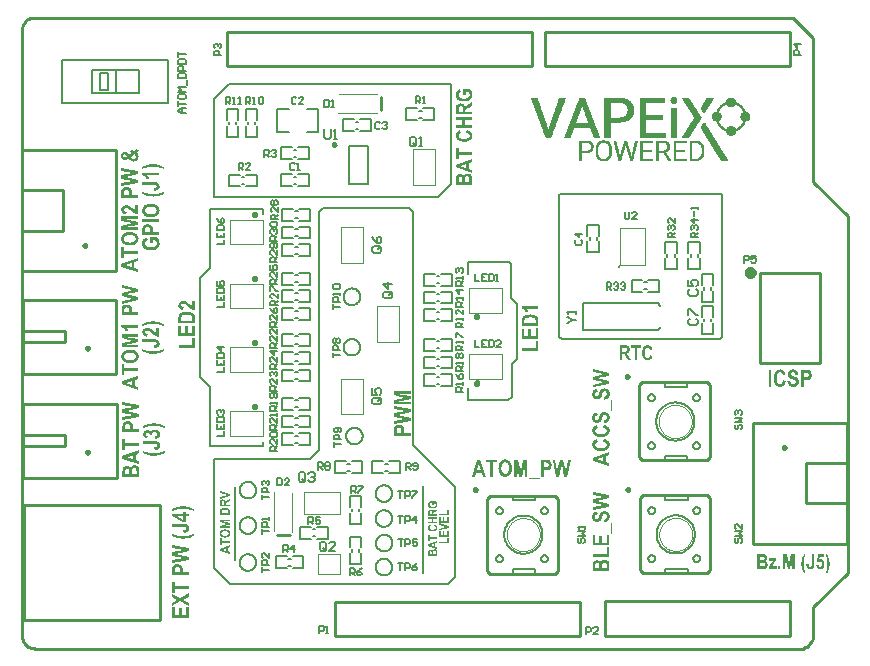
<source format=gto>
%FSTAX24Y24*%
%MOIN*%
%SFA1B1*%

%IPPOS*%
%ADD33C,0.010000*%
%ADD36C,0.007900*%
%ADD37C,0.011800*%
%ADD52C,0.009800*%
%ADD53C,0.005900*%
%ADD54C,0.003900*%
%ADD55C,0.020000*%
%ADD56C,0.006000*%
%ADD57C,0.001000*%
%ADD58C,0.007000*%
%LNvapeixshield-1*%
%LPD*%
G36*
X006961Y003414D02*
X006883Y003389D01*
Y003275*
X006961Y003252*
Y003191*
X006617Y003301*
Y003362*
X006961Y003475*
Y003414*
G37*
G36*
X006675Y003626D02*
X006961D01*
Y003569*
X006675*
Y003485*
X006617*
Y00371*
X006675*
Y003626*
G37*
G36*
X005541Y011265D02*
X005549D01*
X005557*
X005566*
X005586Y011262*
X005608Y01126*
X00563Y011255*
X005651Y01125*
X005653Y011249*
X005656Y011248*
X00566Y011246*
X00567Y011243*
X005681Y011238*
X005696Y011232*
X00571Y011225*
X005724Y011216*
X005736Y011207*
X005738Y011206*
X005741Y011203*
X005747Y011197*
X005754Y01119*
X005761Y011181*
X005769Y011171*
X005776Y01116*
X005783Y011146*
X005784Y011145*
X005785Y01114*
X005788Y011132*
X00579Y011121*
X005794Y011108*
X005796Y011092*
X005798Y011074*
X005799Y011054*
Y010879*
X005236*
Y011049*
Y01105*
Y011051*
Y011055*
Y01106*
X005237Y011065*
Y01107*
Y011085*
X005239Y0111*
X005242Y011116*
X005246Y011132*
X005251Y011145*
X005252Y011147*
X005253Y011151*
X005257Y011157*
X005262Y011165*
X005269Y011175*
X005277Y011185*
X005287Y011195*
X005299Y011206*
X005301Y011208*
X005305Y011211*
X005312Y011216*
X005323Y011222*
X005336Y01123*
X005351Y011237*
X005368Y011244*
X005388Y01125*
X005389*
X005391Y011251*
X005394Y011252*
X005398Y011253*
X005403Y011254*
X00541Y011255*
X005417Y011257*
X005426Y011259*
X005435Y01126*
X005445Y011261*
X005456Y011263*
X005468Y011264*
X005494Y011265*
X005523Y011266*
X005536*
X005541Y011265*
G37*
G36*
X005799Y011314D02*
X005796D01*
X005793Y011315*
X005789*
X005784*
X005778Y011317*
X005764Y01132*
X005748Y011323*
X00573Y011329*
X005711Y011335*
X005691Y011344*
X005689Y011345*
X005686Y011346*
X005682Y011349*
X005677Y011352*
X005671Y011355*
X005664Y01136*
X005656Y011366*
X005646Y011372*
X005636Y011379*
X005626Y011387*
X005613Y011396*
X005601Y011406*
X005587Y011418*
X005572Y011429*
X005557Y011443*
X005556Y011444*
X005554Y011445*
X005551Y011449*
X005546Y011452*
X005541Y011457*
X005535Y011462*
X005521Y011474*
X005506Y011486*
X005491Y011498*
X005478Y011508*
X005472Y011512*
X005467Y011515*
X005466Y011516*
X005461Y011519*
X005455Y011522*
X005446Y011525*
X005436Y011529*
X005424Y011532*
X005411Y011534*
X005399Y011535*
X005393*
X005386Y011534*
X005378*
X005369Y011531*
X00536Y011529*
X005351Y011524*
X005343Y011519*
X005342Y011518*
X00534Y011515*
X005337Y011512*
X005333Y011507*
X00533Y011501*
X005327Y011494*
X005325Y011484*
X005324Y011475*
Y011474*
Y011473*
X005325Y011469*
X005326Y011466*
X005329Y011456*
X005332Y011451*
X005335Y011445*
X00534Y011439*
X005346Y011434*
X005352Y011429*
X005361Y011424*
X005371Y011419*
X005383Y011416*
X005396Y011414*
X005412Y011412*
X005401Y011324*
X0054*
X005396Y011325*
X005392*
X005386*
X00538Y011327*
X005371Y011328*
X005362Y01133*
X005352Y011333*
X005332Y011339*
X005312Y011347*
X005292Y011358*
X005283Y011364*
X005275Y011371*
X005274Y011372*
X005273Y011373*
X005271Y011375*
X005268Y011379*
X005266Y011383*
X005262Y011387*
X005254Y011399*
X005247Y011414*
X005241Y011433*
X005236Y011454*
X005235Y011465*
X005234Y011477*
Y011478*
Y01148*
Y011484*
X005235Y011489*
X005236Y011495*
X005237Y011502*
X00524Y011519*
X005246Y011536*
X005249Y011545*
X005254Y011554*
X00526Y011564*
X005266Y011572*
X005273Y011579*
X005282Y011587*
Y011588*
X005284Y011589*
X005287Y01159*
X00529Y011593*
X005294Y011595*
X0053Y011599*
X005313Y011606*
X005329Y011613*
X005347Y011619*
X005367Y011623*
X005378Y011624*
X005396*
X005402*
X005411*
X005421Y011622*
X005433Y01162*
X005445Y011618*
X005457Y011614*
X005459*
X005463Y011613*
X005469Y01161*
X005477Y011608*
X005487Y011604*
X005498Y011599*
X00551Y011592*
X005522Y011585*
X005524Y011584*
X005528Y011582*
X005536Y011577*
X005545Y01157*
X005557Y011561*
X005571Y011549*
X005588Y011536*
X005606Y01152*
X005607Y011519*
X005608*
X005611Y011516*
X005614Y011514*
X005622Y011506*
X005632Y011498*
X005643Y011489*
X005653Y011479*
X005662Y011472*
X00567Y011466*
X005671Y011465*
X005672Y011464*
X005676Y011462*
X005679Y011459*
X005688Y011454*
X005699Y011448*
Y011624*
X005799*
Y011314*
G37*
G36*
X006804Y00473D02*
X006808D01*
X006814Y004729*
X006819*
X006831Y004727*
X006845Y004726*
X006858Y004723*
X006871Y00472*
X006872Y004719*
X006874*
X006876Y004718*
X006882Y004716*
X00689Y004713*
X006898Y004709*
X006907Y004705*
X006916Y004699*
X006923Y004694*
X006924Y004693*
X006926Y004691*
X00693Y004688*
X006934Y004684*
X006938Y004678*
X006943Y004672*
X006948Y004665*
X006952Y004657*
Y004656*
X006953Y004652*
X006955Y004648*
X006956Y004641*
X006958Y004633*
X00696Y004623*
X006961Y004612*
Y0046*
Y004493*
X006617*
Y004597*
Y004598*
Y0046*
Y004604*
Y004607*
Y00461*
X006618Y004619*
X006619Y004629*
X006621Y004638*
X006623Y004648*
X006626Y004656*
Y004657*
X006627Y00466*
X00663Y004663*
X006633Y004668*
X006637Y004674*
X006642Y004681*
X006648Y004687*
X006655Y004693*
X006656Y004694*
X006659Y004696*
X006664Y004699*
X00667Y004703*
X006678Y004708*
X006687Y004712*
X006698Y004716*
X00671Y00472*
X006711*
X006712Y004721*
X006714*
X006716Y004722*
X006719*
X006723Y004723*
X006728Y004724*
X006733Y004725*
X006739Y004726*
X006745Y004727*
X006751Y004728*
X006759*
X006775Y00473*
X006793*
X0068*
X006804*
G37*
G36*
X006961Y004964D02*
X006886Y004923D01*
X006884Y004922*
X006882Y004921*
X00688Y004919*
X006877Y004917*
X006873Y004915*
X006865Y004911*
X006856Y004905*
X006848Y0049*
X006844Y004898*
X006841Y004896*
X006838Y004894*
X006836Y004892*
X006835*
X006834Y004891*
X006832Y004889*
X00683Y004887*
X006826Y004882*
X006823Y004879*
X006822Y004875*
X006821Y004874*
X00682Y004872*
Y004869*
X006819Y004865*
X006818Y00486*
Y004854*
Y004847*
Y004836*
X006961*
Y004778*
X006617*
Y004899*
Y004901*
Y004903*
Y004906*
Y00491*
Y004915*
X006618Y004924*
X006619Y004935*
X006621Y004946*
X006623Y004956*
X006625Y004961*
X006626Y004965*
X006627Y004966*
X006628Y004968*
X00663Y004972*
X006634Y004976*
X006638Y004981*
X006644Y004987*
X00665Y004992*
X006658Y004997*
X00666Y004998*
X006663Y004999*
X006668Y005001*
X006674Y005004*
X006682Y005006*
X006692Y005008*
X006702Y005009*
X006714Y00501*
X006718*
X00672Y005009*
X006724*
X006728*
X006737Y005007*
X006747Y005005*
X006758Y005002*
X006769Y004997*
X006779Y00499*
X00678Y004989*
X006783Y004987*
X006787Y004982*
X006792Y004976*
X006797Y004968*
X006802Y004958*
X006806Y004948*
X006809Y004935*
X00681Y004936*
X006812Y004938*
X006815Y004942*
X006818Y004946*
X006822Y00495*
X006827Y004955*
X006833Y004961*
X006839Y004965*
Y004966*
X006842Y004967*
X006846Y00497*
X006851Y004974*
X006859Y004978*
X006863Y004981*
X006869Y004984*
X006874Y004987*
X00688Y004991*
X006887Y004994*
X006895Y004998*
X006961Y005032*
Y004964*
G37*
G36*
X006803Y004009D02*
X00681Y004008D01*
X006819Y004007*
X006828Y004006*
X006839Y004004*
X006849Y004002*
X00686Y004*
X006871Y003996*
X006882Y003992*
X006894Y003987*
X006904Y003982*
X006914Y003976*
X006924Y003969*
X006925Y003968*
X006926Y003967*
X006928Y003965*
X006931Y003962*
X006934Y003958*
X006938Y003954*
X006942Y003949*
X006946Y003943*
X00695Y003936*
X006953Y003929*
X006957Y003922*
X00696Y003913*
X006963Y003904*
X006965Y003894*
X006967Y003883*
Y003872*
Y00387*
Y003866*
Y003862*
X006966Y003857*
X006965Y003851*
X006963Y003844*
X006962Y003837*
X006959Y003829*
X006957Y003822*
X006953Y003814*
X006949Y003805*
X006944Y003798*
X006938Y00379*
X006932Y003782*
X006925Y003775*
X006924*
X006923Y003774*
X00692Y003772*
X006916Y003769*
X006911Y003766*
X006905Y003763*
X006898Y003759*
X00689Y003755*
X006881Y003751*
X006871Y003748*
X00686Y003744*
X006848Y003741*
X006835Y003739*
X006822Y003737*
X006807Y003736*
X006792Y003735*
X006785*
X006781Y003736*
X006776*
X00677*
X006763Y003737*
X006756*
X00674Y00374*
X006723Y003743*
X006706Y003747*
X006698Y00375*
X00669Y003753*
X006689Y003754*
X006687Y003755*
X006683Y003756*
X00668Y003758*
X006676Y00376*
X006668Y003766*
X006658Y003773*
X006648Y00378*
X006639Y00379*
X006631Y0038*
Y003801*
X00663Y003802*
X006629Y003803*
X006628Y003805*
X006626Y003808*
X006625Y003812*
X006623Y003816*
X006621Y00382*
X006617Y003831*
X006614Y003843*
X006612Y003857*
X006611Y003872*
Y003873*
Y003875*
X006612Y003878*
Y003882*
X006613Y003887*
X006614Y003894*
X006615Y0039*
X006617Y003907*
X006619Y003915*
X006622Y003923*
X006626Y003931*
X00663Y00394*
X006636Y003948*
X006642Y003956*
X006649Y003963*
X006657Y003971*
X006658Y003972*
X00666Y003973*
X006662Y003975*
X006666Y003977*
X006671Y00398*
X006677Y003983*
X006683Y003987*
X006691Y003991*
X0067Y003994*
X00671Y003997*
X006721Y004001*
X006732Y004003*
X006745Y004006*
X006759Y004008*
X006774Y004009*
X006789*
X006797*
X006803*
G37*
G36*
X006961Y004274D02*
X00669D01*
X006961Y004217*
Y004162*
X00669Y004106*
X006961*
Y004053*
X006617*
Y004138*
X006853Y00419*
X006617Y004241*
Y004327*
X006961*
Y004274*
G37*
G36*
X017237Y009963D02*
X016678D01*
Y010056*
X017142*
Y010288*
X017237*
Y009963*
G37*
G36*
Y010355D02*
X016674D01*
Y010699*
X016769*
Y010449*
X016894*
Y010681*
X016989*
Y010449*
X017142*
Y010707*
X017237*
Y010355*
G37*
G36*
X005476Y004529D02*
X005589D01*
Y004443*
X005476*
Y004254*
X005382*
X005025Y004454*
Y004529*
X005381*
Y004587*
X005476*
Y004529*
G37*
G36*
X005404Y004782D02*
X005414Y004781D01*
X005426Y00478*
X005439Y004779*
X005452Y004778*
X005467Y004776*
X005482Y004774*
X005499Y004772*
X005534Y004765*
X005569Y004757*
X00557*
X005574Y004756*
X005579Y004754*
X005586Y004752*
X005594Y004749*
X005604Y004746*
X005616Y004742*
X005629Y004738*
X005643Y004733*
X005657Y004727*
X005688Y004715*
X005722Y0047*
X005755Y004683*
Y004623*
X005754Y004624*
X005751Y004625*
X005746Y004627*
X005738Y004629*
X00573Y004632*
X00572Y004636*
X005709Y004639*
X005698Y004643*
X005671Y004652*
X005643Y004661*
X005614Y004668*
X005587Y004675*
X005586*
X005582Y004676*
X005577Y004677*
X005569Y004678*
X005559Y00468*
X005549Y004682*
X005536Y004684*
X005523Y004687*
X005508Y004688*
X005492Y00469*
X005459Y004694*
X005424Y004697*
X005388*
X005373*
X005364*
X005355*
X005344Y004696*
X005333*
X00532Y004695*
X005306Y004693*
X005278Y004691*
X005248Y004687*
X005217Y004682*
X005216*
X005214Y004681*
X005209Y00468*
X005203Y004678*
X005195Y004677*
X005185Y004674*
X005174Y004672*
X005161Y004668*
X005148Y004665*
X005133Y00466*
X005116Y004656*
X005098Y00465*
X00508Y004644*
X00506Y004637*
X005038Y00463*
X005016Y004622*
Y004682*
X005017Y004683*
X00502Y004685*
X005025Y004687*
X005031Y004691*
X00504Y004695*
X005049Y004699*
X00506Y004705*
X005071Y00471*
X005085Y004716*
X005099Y004722*
X005114Y004728*
X005129Y004734*
X005162Y004747*
X005196Y004757*
X005197*
X0052*
X005205Y004759*
X005212Y004761*
X00522Y004762*
X00523Y004765*
X005241Y004767*
X005254Y00477*
X005267Y004772*
X005281Y004774*
X005313Y004778*
X005346Y004782*
X00538*
X005396*
X005404*
G37*
G36*
X005799Y010057D02*
X00524D01*
Y01015*
X005704*
Y010382*
X005799*
Y010057*
G37*
G36*
Y010449D02*
X005236D01*
Y010792*
X005331*
Y010542*
X005456*
Y010775*
X005551*
Y010542*
X005704*
Y010801*
X005799*
Y010449*
G37*
G36*
X01698Y011172D02*
X016987D01*
X016995Y011171*
X017005*
X017025Y011168*
X017046Y011166*
X017068Y011162*
X017089Y011156*
X01709*
X017091Y011155*
X017094Y011154*
X017098Y011153*
X017108Y011149*
X01712Y011144*
X017134Y011138*
X017148Y011131*
X017162Y011123*
X017175Y011113*
X017176*
X01718Y011109*
X017185Y011103*
X017192Y011097*
X0172Y011088*
X017207Y011078*
X017215Y011066*
X017221Y011053*
X017222Y011051*
X017224Y011046*
X017226Y011038*
X017229Y011028*
X017232Y011014*
X017235Y010998*
X017236Y01098*
X017237Y01096*
Y010785*
X016674*
Y010955*
Y010956*
Y010958*
Y010961*
Y010966*
X016675Y010971*
Y010977*
X016676Y010991*
X016677Y011007*
X016681Y011023*
X016684Y011038*
X016689Y011052*
X01669Y011053*
X016691Y011058*
X016696Y011063*
X016701Y011072*
X016707Y011081*
X016716Y011092*
X016726Y011102*
X016737Y011113*
X016739Y011114*
X016743Y011118*
X016751Y011123*
X016761Y011128*
X016774Y011136*
X016789Y011143*
X016806Y01115*
X016826Y011157*
X016827*
X016829Y011158*
X016832*
X016836Y011159*
X016841Y01116*
X016848Y011162*
X016855Y011163*
X016864Y011165*
X016873Y011166*
X016883Y011168*
X016894Y011169*
X016906Y01117*
X016932Y011172*
X016961Y011173*
X016974*
X01698Y011172*
G37*
G36*
X017237Y01137D02*
X01683D01*
X016831Y011369*
X016832Y011367*
X016835Y011365*
X016839Y011361*
X016843Y011357*
X016849Y011351*
X016855Y011344*
X01686Y011337*
X016874Y01132*
X016888Y011301*
X0169Y011278*
X016911Y011255*
X016813*
Y011256*
X016812Y011257*
X016811Y011262*
X016806Y011268*
X016801Y011278*
X016794Y01129*
X016785Y011302*
X016774Y011317*
X016761Y011332*
X01676*
X016759Y011333*
X016754Y011338*
X016746Y011345*
X016735Y011353*
X016722Y011362*
X016707Y011372*
X016691Y01138*
X016672Y011387*
Y011459*
X017237*
Y01137*
G37*
G36*
X006961Y005197D02*
Y005135D01*
X006617Y005034*
Y005096*
X006872Y005168*
X006617Y005236*
Y005298*
X006961Y005197*
G37*
G36*
X025774Y00269D02*
X025698D01*
Y003079*
X025617Y00269*
X025539*
X025459Y003079*
Y00269*
X025383*
Y003183*
X025505*
X025578Y002846*
X025651Y003183*
X025774*
Y00269*
G37*
G36*
X01488Y015872D02*
X014886D01*
X014891Y015871*
X014905Y015869*
X014921Y015865*
X014938Y01586*
X014954Y015853*
X01497Y015844*
X014971*
X014972Y015842*
X014977Y015839*
X014984Y015832*
X014992Y015824*
X015001Y015815*
X015009Y015803*
X015016Y01579*
X015021Y015776*
Y015775*
X015022Y015773*
Y015771*
Y015767*
Y015763*
X015023Y015757*
X015024Y015751*
X015025Y015743*
Y015734*
X015026Y015724*
X015027Y015711*
Y015699*
Y015684*
Y015668*
Y015651*
Y0155*
X014486*
Y015678*
Y015679*
Y015681*
Y015685*
Y01569*
Y015695*
X014487Y015703*
Y015718*
X014489Y015735*
X014491Y015752*
X014495Y015768*
X014497Y015774*
X014499Y01578*
X0145Y015782*
X014502Y015785*
X014506Y015791*
X014511Y015798*
X014517Y015805*
X014525Y015814*
X014535Y015822*
X014547Y01583*
X014548Y015831*
X014552Y015833*
X01456Y015836*
X014568Y01584*
X01458Y015844*
X014592Y015848*
X014607Y01585*
X014622Y015851*
X014628*
X014636Y01585*
X014645Y015848*
X014656Y015847*
X014668Y015844*
X014681Y015839*
X014693Y015833*
X014695Y015832*
X014698Y01583*
X014704Y015826*
X014711Y015821*
X014718Y015814*
X014726Y015807*
X014733Y015798*
X01474Y015788*
X014741Y015789*
X014742Y015794*
X014746Y015801*
X014751Y015811*
X014757Y01582*
X014765Y015831*
X014776Y015841*
X014788Y01585*
X014789Y015851*
X014793Y015853*
X014801Y015857*
X014811Y015861*
X014823Y015865*
X014837Y015869*
X014853Y015872*
X01487*
X014876*
X01488*
G37*
G36*
X026751Y003088D02*
X026605D01*
X026592Y003004*
X026594Y003005*
X026597Y003007*
X026602Y003009*
X026609Y003013*
X026617Y003015*
X026626Y003018*
X026635Y00302*
X026645Y003021*
X02665*
X026653Y00302*
X026658Y003019*
X026662Y003018*
X026674Y003016*
X026686Y003011*
X0267Y003005*
X026707Y003*
X026714Y002995*
X026721Y002989*
X026727Y002983*
X026728Y002982*
X026729Y00298*
X026731Y002978*
X026734Y002974*
X026737Y002969*
X02674Y002963*
X026745Y002956*
X026748Y002949*
X026752Y00294*
X026756Y002931*
X02676Y00292*
X026763Y002909*
X026766Y002897*
X026768Y002884*
X026769Y00287*
Y002856*
Y002855*
Y002853*
Y002849*
Y002845*
Y002839*
X026767Y002833*
X026766Y002825*
X026765Y002816*
X026761Y002798*
X026754Y002778*
X02675Y002768*
X026745Y002757*
X026739Y002746*
X026733Y002736*
X026732*
X026731Y002734*
X026729Y002731*
X026726Y002728*
X026723Y002724*
X026718Y00272*
X026713Y002714*
X026707Y002709*
X0267Y002704*
X026692Y002699*
X026684Y002695*
X026675Y002691*
X026665Y002687*
X026654Y002685*
X026643Y002683*
X026631Y002682*
X026626*
X026622Y002683*
X026618*
X026612Y002685*
X0266Y002687*
X026586Y002691*
X02657Y002697*
X026556Y002706*
X026548Y002711*
X026541Y002717*
X02654Y002718*
Y002719*
X026538Y002721*
X026535Y002724*
X026532Y002728*
X02653Y002732*
X026526Y002737*
X026522Y002743*
X026519Y002749*
X026515Y002757*
X026511Y002765*
X026508Y002774*
X026505Y002784*
X026502Y002795*
X026498Y002817*
X026575Y002827*
Y002826*
X026576Y002822*
X026578Y002816*
X026579Y002808*
X026581Y0028*
X026585Y002792*
X026589Y002784*
X026595Y002776*
X026596*
X026598Y002773*
X026602Y002771*
X026606Y002768*
X026611Y002764*
X026618Y002761*
X026624Y002759*
X026632Y002758*
X026636Y002759*
X02664Y00276*
X026645Y002761*
X026652Y002764*
X026659Y002768*
X026666Y002773*
X026672Y002781*
X026673Y002783*
X026675Y002786*
X026678Y002792*
X026681Y002799*
X026684Y002809*
X026687Y002822*
X026689Y002837*
X02669Y002854*
Y002856*
Y002858*
Y002862*
X026689Y00287*
X026688Y00288*
X026686Y002891*
X026683Y002902*
X026678Y002913*
X026672Y002922*
Y002923*
X026669Y002926*
X026666Y002929*
X026661Y002934*
X026655Y002937*
X026647Y002941*
X026639Y002944*
X026629Y002945*
X026628*
X026624Y002944*
X026618Y002943*
X02661Y00294*
X0266Y002936*
X02659Y002929*
X026585Y002926*
X02658Y002921*
X026575Y002916*
X02657Y002909*
X026507Y00292*
X026546Y003177*
X026751*
Y003088*
G37*
G36*
X026427Y002871D02*
Y00287D01*
Y002867*
Y002864*
Y002859*
X026426Y002852*
Y002845*
X026425Y002837*
Y002829*
X026423Y00281*
X02642Y002792*
X026417Y002773*
X026414Y002765*
X026411Y002758*
Y002757*
X026409Y002752*
X026405Y002746*
X0264Y002738*
X026393Y002728*
X026386Y002719*
X026376Y00271*
X026365Y002702*
X026364Y002701*
X02636Y002699*
X026354Y002695*
X026345Y002693*
X026334Y002689*
X026322Y002685*
X026308Y002683*
X026292Y002682*
X026286*
X026282Y002683*
X026277Y002684*
X026271Y002685*
X026258Y002687*
X026244Y002692*
X026229Y002699*
X026221Y002704*
X026214Y002709*
X026207Y002715*
X026201Y002722*
Y002723*
X026199Y002725*
X026198Y002727*
X026196Y00273*
X026193Y002734*
X026191Y002739*
X026188Y002746*
X026185Y002752*
X026181Y00276*
X026178Y00277*
X026175Y002779*
X026173Y00279*
X026171Y002802*
X026169Y002815*
Y002829*
X026168Y002843*
X026245Y002854*
Y002852*
Y00285*
Y002847*
X026246Y00284*
X026247Y00283*
X026248Y00282*
X02625Y00281*
X026253Y0028*
X026256Y002792*
X026257*
X026258Y002789*
X026262Y002784*
X026266Y00278*
X026271Y002776*
X026278Y002771*
X026286Y002768*
X026295*
X026299*
X026304*
X026309Y00277*
X026315Y002772*
X026322Y002775*
X026328Y002779*
X026333Y002785*
Y002786*
X026335Y002789*
X026336Y002794*
X026339Y002802*
X02634Y002807*
X026341Y002813*
X026342Y002819*
X026343Y002827*
X026344Y002835*
Y002843*
X026345Y002854*
Y002865*
Y003183*
X026427*
Y002871*
G37*
G36*
X014865Y017318D02*
X01487Y017316D01*
X014876Y017314*
X014883Y017312*
X014892Y017309*
X014902Y017306*
X014912Y017302*
X014934Y017293*
X014956Y017281*
X014977Y017267*
X014986Y017259*
X014994Y01725*
X014995Y017249*
X014996Y017248*
X014998Y017245*
X015001Y017241*
X015004Y017237*
X015007Y017232*
X015011Y017225*
X015015Y017218*
X015019Y01721*
X015023Y017201*
X01503Y017181*
X015035Y017159*
Y017147*
X015036Y017134*
Y017133*
Y01713*
X015035Y017126*
Y01712*
X015034Y017112*
X015033Y017104*
X015031Y017094*
X015028Y017084*
X015024Y017072*
X01502Y017061*
X015014Y01705*
X015008Y017038*
X015Y017026*
X014991Y017015*
X014982Y017004*
X01497Y016993*
X014969Y016992*
X014966Y016991*
X014962Y016987*
X014955Y016983*
X014948Y016979*
X014938Y016974*
X014927Y016968*
X014914Y016963*
X014901Y016956*
X014885Y016951*
X014868Y016946*
X014849Y016941*
X014829Y016937*
X014808Y016934*
X014785Y016932*
X014761Y016931*
X014755*
X014748Y016932*
X014739*
X014727Y016933*
X014713Y016935*
X014699Y016937*
X014683Y016939*
X014665Y016943*
X014648Y016947*
X01463Y016951*
X014612Y016958*
X014594Y016965*
X014577Y016973*
X01456Y016983*
X014545Y016994*
X014544Y016995*
X014542Y016996*
X014539Y016999*
X014535Y017004*
X014529Y017009*
X014523Y017016*
X014517Y017024*
X014511Y017032*
X014505Y017042*
X014499Y017053*
X014493Y017065*
X014487Y017078*
X014483Y017092*
X01448Y017107*
X014478Y017123*
X014477Y01714*
Y017143*
Y017147*
X014478Y017152*
X014479Y017159*
Y017166*
X014481Y017174*
X014483Y017183*
X01449Y017203*
X014494Y017213*
X014499Y017224*
X014505Y017234*
X014512Y017245*
X01452Y017255*
X014529Y017265*
X014531Y017266*
X014533Y017268*
X014535Y01727*
X01454Y017273*
X014544Y017277*
X01455Y017281*
X014556Y017285*
X014564Y017289*
X014571Y017293*
X01458Y017297*
X014589Y017302*
X0146Y017306*
X014612Y01731*
X014624Y017314*
X014636Y017318*
X014662Y017229*
X014661*
X01466Y017228*
X014658*
X014655Y017227*
X014647Y017225*
X014637Y017221*
X014626Y017217*
X014615Y01721*
X014604Y017203*
X014595Y017194*
X014594Y017193*
X014591Y01719*
X014587Y017185*
X014583Y017177*
X014578Y017169*
X014575Y017159*
X014572Y017148*
X014571Y017135*
Y017134*
Y017132*
Y01713*
X014572Y017127*
X014573Y017118*
X014576Y017107*
X014581Y017094*
X014589Y01708*
X014594Y017074*
X0146Y017068*
X014606Y017061*
X014614Y017055*
X014615*
X014616Y017053*
X014619Y017052*
X014622Y01705*
X014627Y017048*
X014632Y017045*
X01464Y017043*
X014648Y01704*
X014656Y017036*
X014667Y017034*
X014679Y017032*
X014692Y017029*
X014705Y017028*
X014721Y017026*
X014737Y017024*
X014765*
X014772Y017025*
X01478*
X014789Y017026*
X0148Y017027*
X014811Y017028*
X014835Y017032*
X014859Y017037*
X01487Y01704*
X014882Y017044*
X014891Y017049*
X0149Y017054*
X014901*
X014902Y017056*
X014906Y01706*
X014914Y017066*
X014921Y017076*
X014929Y017087*
X014936Y0171*
X014941Y017116*
X014942Y017124*
Y017132*
Y017133*
Y017134*
Y017138*
X014941Y017145*
X014939Y017153*
X014936Y017163*
X014931Y017173*
X014924Y017184*
X014915Y017193*
X014914Y017194*
X01491Y017197*
X014903Y017202*
X014894Y017208*
X014882Y017214*
X014866Y01722*
X014849Y017226*
X014827Y017231*
X014861Y017318*
X014862*
X014865*
G37*
G36*
X015027Y01766D02*
X01479D01*
Y017485*
X015027*
Y017395*
X014486*
Y017485*
X014699*
Y01766*
X014486*
Y01775*
X015027*
Y01766*
G37*
G36*
Y016252D02*
X014905Y016214D01*
Y016034*
X015027Y015998*
Y015903*
X014486Y016075*
Y01617*
X015027Y016349*
Y016252*
G37*
G36*
X014577Y016586D02*
X015027D01*
Y016496*
X014577*
Y016364*
X014486*
Y016718*
X014577*
Y016586*
G37*
G36*
X02089Y010151D02*
X020896D01*
X020903Y01015*
X02091Y010148*
X020918Y010146*
X020936Y01014*
X020946Y010137*
X020955Y010132*
X020964Y010126*
X020974Y01012*
X020983Y010113*
X020992Y010105*
X020993*
X020994Y010103*
X020995Y010101*
X020997Y010099*
X021Y010095*
X021003Y010091*
X021007Y010086*
X02101Y01008*
X021014Y010073*
X021018Y010067*
X021022Y010059*
X021026Y01005*
X02103Y01004*
X021034Y01003*
X021037Y010019*
X02104Y010007*
X020959Y009984*
Y009985*
Y009987*
X020958Y00999*
X020956Y009997*
X020953Y010006*
X020948Y010016*
X020943Y010027*
X020936Y010036*
X020928Y010045*
X020927Y010046*
X020924Y010048*
X020919Y010052*
X020913Y010056*
X020905Y01006*
X020896Y010063*
X020886Y010066*
X020874Y010067*
X02087*
X020867Y010066*
X020859Y010065*
X020849Y010062*
X020837Y010057*
X020825Y01005*
X020819Y010046*
X020813Y01004*
X020807Y010035*
X020801Y010027*
X0208Y010026*
X020799Y010023*
X020797Y01002*
X020795Y010016*
X020792Y010011*
X02079Y010004*
X020787Y009997*
X020784Y009989*
X020782Y009979*
X02078Y009968*
X020778Y009957*
X020776Y009944*
X020775Y00993*
X020773Y009915*
Y009899*
Y009898*
Y009895*
Y00989*
X020774Y009884*
Y009876*
X020775Y009868*
X020776Y009858*
X020777Y009848*
X02078Y009826*
X020785Y009804*
X020788Y009794*
X020792Y009784*
X020796Y009775*
X0208Y009767*
Y009766*
X020802*
X020806Y009761*
X020811Y009755*
X02082Y009748*
X02083Y009741*
X020842Y009734*
X020857Y00973*
X020864Y009729*
X020872Y009728*
X020873*
X020877Y009729*
X020884Y00973*
X020891Y009731*
X0209Y009734*
X020909Y009739*
X020919Y009745*
X020927Y009753*
X020928Y009755*
X020931Y009758*
X020935Y009764*
X02094Y009773*
X020946Y009784*
X020951Y009798*
X020957Y009814*
X020962Y009833*
X021041Y009803*
Y009802*
X02104Y009799*
X021039Y009795*
X021037Y009789*
X021035Y009782*
X021033Y009774*
X02103Y009766*
X021026Y009756*
X021018Y009736*
X021007Y009716*
X020994Y009697*
X020987Y009689*
X020979Y009681*
X020978Y00968*
X020977*
X020975Y009677*
X020971Y009675*
X020967Y009672*
X020962Y009669*
X020956Y009666*
X02095Y009662*
X020943Y009658*
X020935Y009655*
X020916Y009649*
X020896Y009645*
X020885Y009644*
X020873Y009643*
X02087*
X020866Y009644*
X02086*
X020854Y009645*
X020846Y009646*
X020837Y009648*
X020827Y00965*
X020817Y009654*
X020807Y009658*
X020797Y009663*
X020786Y009669*
X020775Y009676*
X020765Y009684*
X020755Y009693*
X020745Y009704*
X020744*
X020743Y009707*
X02074Y009711*
X020736Y009717*
X020732Y009723*
X020728Y009732*
X020722Y009742*
X020717Y009754*
X020712Y009766*
X020706Y009781*
X020702Y009796*
X020698Y009813*
X020694Y009831*
X020691Y009851*
X02069Y009871*
X020689Y009893*
Y009894*
Y009895*
Y009899*
X02069Y009906*
Y009914*
Y009925*
X020692Y009937*
X020694Y00995*
X020696Y009965*
X020699Y009981*
X020703Y009997*
X020707Y010013*
X020713Y01003*
X02072Y010046*
X020727Y010061*
X020736Y010076*
X020746Y01009*
X020747Y010091*
X020748Y010093*
X020751Y010096*
X020755Y0101*
X02076Y010105*
X020765Y01011*
X020773Y010116*
X020781Y010121*
X02079Y010126*
X0208Y010132*
X020811Y010137*
X020822Y010143*
X020835Y010146*
X020849Y010149*
X020863Y010151*
X020878Y010152*
X020885*
X02089Y010151*
G37*
G36*
X026139Y00319D02*
X026138Y003188D01*
X026136Y003182*
X026133Y003174*
X02613Y003166*
X026126Y003155*
X026123Y003143*
X026118Y003131*
X026114Y003117*
X02611Y003103*
X026101Y003074*
X026094Y003044*
X02609Y00303*
X026087Y003016*
Y003015*
X026086Y003013*
Y003009*
X026085Y003004*
X026084Y002997*
X026083Y00299*
X026082Y002981*
X02608Y002971*
X026079Y00296*
X026078Y002948*
X026077Y002936*
X026076Y002924*
X026075Y002896*
X026074Y002867*
Y002866*
Y002863*
Y002859*
Y002853*
X026075Y002845*
Y002836*
Y002826*
X026076Y002814*
X026078Y002802*
Y002789*
X02608Y002774*
X026082Y00276*
X026086Y002728*
X026093Y002694*
Y002693*
X026094Y002691*
Y002687*
X026096Y002683*
X026097Y002677*
X026099Y00267*
X026101Y002661*
X026104Y002652*
X026107Y002642*
X02611Y00263*
X026113Y002618*
X026118Y002605*
X026123Y002591*
X026127Y002577*
X026139Y002545*
X026086*
Y002546*
X026084Y002549*
X026082Y002553*
X026079Y002558*
X026076Y002566*
X026072Y002574*
X026067Y002583*
X026062Y002593*
X026057Y002605*
X026052Y002617*
X026046Y002631*
X026041Y002644*
X026031Y002674*
X026021Y002705*
Y002706*
Y002709*
X026019Y002713*
X026018Y00272*
X026016Y002727*
X026015Y002736*
X026013Y002746*
X02601Y002757*
X026008Y002769*
X026007Y002782*
X026003Y00281*
X026Y002839*
Y002869*
Y00287*
Y002873*
Y002878*
Y002884*
Y002892*
X026001Y0029*
X026002Y002911*
Y002922*
X026003Y002935*
X026005Y002948*
X026009Y002976*
X026014Y003006*
X026021Y003037*
X026022Y00304*
X026024Y003045*
X026026Y00305*
X026028Y003058*
X026031Y003067*
X026035Y003076*
X026038Y003087*
X026043Y003098*
X026048Y00311*
X026059Y003137*
X026072Y003164*
X026087Y003192*
X02614*
X026139Y00319*
G37*
G36*
X020139Y010143D02*
X020146D01*
X02016*
X020175Y01014*
X02019Y010138*
X020205Y010135*
X020211Y010132*
X020217Y01013*
X020219Y010129*
X020222Y010128*
X020227Y010124*
X020234Y010119*
X020241Y010113*
X020249Y010105*
X020257Y010096*
X020264Y010084*
X020265Y010083*
X020267Y010078*
X02027Y010071*
X020273Y010062*
X020276Y010051*
X020279Y010037*
X020281Y010022*
X020282Y010005*
Y010003*
Y01*
X020281Y009996*
Y009991*
Y009985*
X020278Y009972*
X020276Y009957*
X02027Y009942*
X020263Y009927*
X020254Y009912*
Y009911*
X020252*
X020249Y009906*
X020242Y009901*
X020233Y009894*
X020222Y009886*
X020209Y009879*
X020193Y009873*
X020175Y009868*
X020176*
X020179Y009865*
X020184Y009861*
X02019Y009856*
X020197Y00985*
X020204Y009843*
X020211Y009835*
X020218Y009827*
X020219Y009826*
X020221Y009822*
X020225Y009817*
X02023Y009809*
X020237Y009798*
X020241Y009791*
X020245Y009784*
X020249Y009776*
X020254Y009767*
X02026Y009757*
X020265Y009747*
X020314Y009651*
X020216*
X020157Y009758*
Y009759*
X020156Y009761*
X020155Y009764*
X020152Y009768*
X020149Y009772*
X020147Y009777*
X02014Y009789*
X020133Y009801*
X020125Y009814*
X020122Y009819*
X020119Y009823*
X020116Y009828*
X020114Y009831*
X020113*
X020112Y009833*
X020109Y009836*
X020106Y009839*
X020099Y009845*
X020095Y009849*
X02009Y009851*
X020089*
X020087Y009852*
X020085Y009853*
X02008Y009854*
X020074Y009855*
X020067Y009856*
X020059Y009857*
X020033*
Y009651*
X019951*
Y010144*
X020134*
X020139Y010143*
G37*
G36*
X020651Y010061D02*
X020531D01*
Y009651*
X02045*
Y010061*
X02033*
Y010144*
X020651*
Y010061*
G37*
G36*
X025166Y00298D02*
X025053Y002823D01*
X025013Y002771*
X025015*
X025018*
X025024*
X025031Y002772*
X025037Y002773*
X025044*
X02505*
X025174*
Y00269*
X024913*
Y002764*
X025023Y002917*
Y002918*
X025024Y002919*
X025027Y002923*
X025032Y002929*
X025038Y002937*
X025044Y002946*
X02505Y002955*
X025057Y002964*
X025062Y00297*
X025053*
X025047*
X025026*
X024924Y002969*
Y003048*
X025166*
Y00298*
G37*
G36*
X025303Y00269D02*
X025226D01*
Y002785*
X025303*
Y00269*
G37*
G36*
X026858Y003191D02*
X02686Y003188D01*
X026862Y003185*
X026865Y003179*
X026869Y003171*
X026872Y003163*
X026877Y003154*
X026882Y003144*
X026887Y003132*
X026893Y00312*
X026898Y003107*
X026903Y003093*
X026914Y003064*
X026922Y003034*
X026923Y003031*
X026925Y003026*
X026926Y003021*
X026928Y003013*
X02693Y003005*
X026932Y002995*
X026934Y002984*
X026936Y002972*
X026938Y00296*
X026941Y002932*
X026944Y002903*
X026945Y002873*
Y00287*
Y002865*
Y002859*
X026944Y002852*
Y002843*
X026943Y002833*
X026942Y002822*
X026941Y002811*
X026939Y002798*
X026938Y002784*
X026936Y00277*
X02693Y002739*
X026922Y002708*
Y002707*
Y002704*
X02692Y0027*
X026918Y002693*
X026916Y002686*
X026913Y002677*
X02691Y002667*
X026906Y002656*
X026902Y002644*
X026897Y002631*
X026886Y002604*
X026873Y002574*
X026858Y002545*
X026806*
X026807Y002546*
Y002549*
X026809Y002553*
X026811Y00256*
X026814Y002567*
X026817Y002576*
X02682Y002585*
X026823Y002596*
X026831Y002619*
X026839Y002644*
X026845Y002668*
X026851Y002693*
X026852Y002697*
X026853Y002701*
X026854Y002708*
X026855Y002717*
X026858Y002726*
X026859Y002737*
X026861Y002749*
X026863Y002762*
X026864Y002776*
X026868Y002805*
X02687Y002835*
X026871Y002867*
Y00287*
Y002875*
Y00288*
X02687Y002887*
Y002895*
X026869Y002905*
Y002915*
Y002926*
X026867Y002938*
X026865Y002963*
X026861Y002989*
X026857Y003016*
Y003017*
X026856Y003019*
X026855Y003024*
X026854Y003029*
X026852Y003036*
X02685Y003044*
X026848Y003054*
X026845Y003065*
X026842Y003077*
X026838Y00309*
X026834Y003104*
X026829Y00312*
X026824Y003137*
X026818Y003154*
X026812Y003173*
X026805Y003192*
X026858*
Y003191*
G37*
G36*
X024721Y003182D02*
X024735D01*
X02475Y00318*
X024765Y003178*
X02478Y003175*
X024786Y003173*
X024792Y003171*
X024793Y00317*
X024796Y003169*
X024801Y003165*
X024808Y003161*
X024814Y003155*
X024822Y003147*
X024829Y003139*
X024837Y003128*
X024838Y003126*
X02484Y003123*
X024843Y003116*
X024846Y003108*
X02485Y003098*
X024853Y003086*
X024855Y003073*
X024856Y003059*
Y003058*
Y003053*
X024855Y003046*
X024854Y003038*
X024852Y003028*
X024849Y003017*
X024845Y003005*
X02484Y002994*
X024839Y002993*
X024837Y00299*
X024833Y002985*
X024829Y002978*
X024822Y002972*
X024816Y002964*
X024808Y002958*
X024798Y002952*
X024799*
X0248Y002951*
X024804Y00295*
X024811Y002946*
X024819Y002942*
X024828Y002936*
X024838Y002929*
X024847Y002919*
X024855Y002908*
X024856Y002907*
X024858Y002903*
X024862Y002897*
X024865Y002887*
X024869Y002876*
X024873Y002864*
X024875Y002849*
Y002833*
Y002831*
Y002828*
Y002824*
Y002819*
X024874Y002814*
X024873Y002802*
X024869Y002787*
X024864Y002772*
X024858Y002757*
X024849Y002742*
Y002741*
X024848*
X024845Y002736*
X024839Y00273*
X024832Y002722*
X024823Y002714*
X024812Y002707*
X0248Y002701*
X024788Y002696*
X024786*
X024785Y002695*
X024783*
X024779*
X024776*
X02477Y002694*
X024765Y002693*
X024757*
X024749*
X02474Y002692*
X024729Y002691*
X024717*
X024704Y00269*
X024536*
Y003183*
X024714*
X024721Y003182*
G37*
G36*
X005404Y004189D02*
X005413D01*
X005422Y004188*
X005431*
X005453Y004186*
X005474Y004183*
X005494Y004178*
X005504Y004176*
X005512Y004173*
X005513*
X005514Y004172*
X005519Y004169*
X005526Y004165*
X005535Y004159*
X005546Y004152*
X005557Y004143*
X005567Y004133*
X005576Y00412*
X005577Y004118*
X005579Y004114*
X005584Y004107*
X005587Y004097*
X005591Y004084*
X005595Y00407*
X005598Y004054*
X005599Y004036*
Y004035*
Y004033*
Y004029*
X005598Y004025*
X005597Y004019*
X005596Y004013*
X005593Y003998*
X005588Y003981*
X005579Y003964*
X005574Y003955*
X005568Y003947*
X005561Y003939*
X005553Y003932*
X005552*
X00555Y00393*
X005548Y003929*
X005544Y003926*
X005539Y003924*
X005534Y00392*
X005526Y003917*
X005519Y003914*
X005509Y003909*
X005499Y003906*
X005488Y003903*
X005475Y0039*
X005462Y003898*
X005447Y003896*
X005431Y003895*
X005414Y003894*
X005402Y003983*
X00541*
X005419*
X005429Y003984*
X005441Y003986*
X005453Y003988*
X005464Y003991*
X005473Y003995*
X005474Y003996*
X005477Y003998*
X005482Y004002*
X005487Y004006*
X005492Y004013*
X005497Y00402*
X0055Y004029*
X005501Y004039*
Y004041*
Y004044*
X0055Y004049*
X005499Y004056*
X005496Y004063*
X005493Y00407*
X005488Y004077*
X005481Y004083*
X00548*
X005477Y004085*
X005471Y004087*
X005462Y00409*
X005456Y004091*
X005449Y004093*
X005442*
X005434Y004094*
X005424Y004095*
X005414Y004096*
X005403Y004097*
X005026*
Y00419*
X005397*
X005404Y004189*
G37*
G36*
X01945Y003001D02*
X019456D01*
X019462Y003*
X019476Y002998*
X019493Y002994*
X01951Y002989*
X019528Y002982*
X019544Y002972*
X019545*
X019546Y00297*
X019551Y002967*
X019559Y00296*
X019567Y002952*
X019576Y002942*
X019584Y002929*
X019592Y002916*
X019597Y002902*
Y0029*
X019598Y002898*
Y002896*
X019599Y002892*
Y002887*
Y002882*
X0196Y002875*
X019601Y002867*
Y002857*
X019602Y002847*
X019603Y002834*
Y002821*
X019604Y002806*
Y002789*
Y002771*
Y002614*
X01904*
Y002799*
Y0028*
Y002802*
Y002807*
Y002812*
Y002817*
X019041Y002825*
X019042Y002841*
X019044Y002858*
X019046Y002876*
X01905Y002892*
X019052Y002899*
X019055Y002906*
Y002907*
X019057Y002911*
X019061Y002917*
X019066Y002924*
X019073Y002932*
X019081Y002941*
X019091Y002949*
X019104Y002957*
X019105Y002958*
X01911Y002961*
X019117Y002964*
X019126Y002968*
X019138Y002972*
X019151Y002976*
X019166Y002978*
X019182Y002979*
X019189*
X019197Y002978*
X019206Y002977*
X019218Y002975*
X01923Y002972*
X019244Y002967*
X019256Y002961*
X019258Y00296*
X019261Y002957*
X019267Y002953*
X019274Y002948*
X019282Y002941*
X01929Y002933*
X019298Y002924*
X019304Y002913*
Y002914*
X019305Y002915*
X019307Y00292*
X019311Y002927*
X019316Y002937*
X019323Y002947*
X019331Y002958*
X019342Y002969*
X019354Y002978*
X019356Y002979*
X01936Y002982*
X019368Y002986*
X019379Y00299*
X019391Y002994*
X019405Y002998*
X019422Y003001*
X01944Y003002*
X019446*
X01945Y003001*
G37*
G36*
X019604Y003082D02*
X019045D01*
Y003176*
X019509*
Y003407*
X019604*
Y003082*
G37*
G36*
X019453Y008709D02*
X019459Y008708D01*
X019466Y008707*
X019474Y008705*
X019483Y008704*
X019503Y008699*
X019524Y00869*
X019534Y008685*
X019544Y008679*
X019554Y008672*
X019564Y008664*
Y008663*
X019566Y008661*
X019568Y008659*
X019571Y008656*
X019575Y008651*
X019579Y008645*
X019584Y008637*
X019588Y00863*
X019593Y008621*
X019597Y00861*
X019601Y008598*
X019605Y008586*
X019609Y008571*
X01961Y008556*
X019612Y008541*
X019613Y008523*
Y008522*
Y008521*
Y008519*
Y008516*
X019611Y008507*
X019609Y008496*
X019607Y008483*
X019603Y008468*
X019597Y008452*
X019589Y008436*
X019579Y008419*
X019565Y008402*
X01955Y008386*
X019541Y008379*
X019531Y008371*
X01952Y008365*
X019509Y008359*
X019497Y008353*
X019484Y008347*
X019469Y008343*
X019454Y008339*
X019437Y008336*
X019419Y008334*
X019409Y008425*
X019414Y008426*
X019419*
X019425Y008428*
X019434Y008431*
X019443Y008434*
X019453Y008438*
X019463Y008443*
X019473Y008449*
X019483Y008456*
X019492Y008464*
X0195Y008474*
X019507Y008485*
X019512Y008496*
X019516Y008511*
X019517Y008526*
Y008527*
Y008532*
X019516Y00854*
X019514Y00855*
X019512Y00856*
X019508Y008571*
X019503Y008581*
X019495Y008591*
X019494Y008592*
X019491Y008596*
X019486Y0086*
X01948Y008604*
X019472Y008609*
X019463Y008612*
X019452Y008616*
X01944*
X019437*
X019434*
X019429*
X019419Y008612*
X019413Y008611*
X019408Y008607*
X019407*
X019405Y008606*
X0194Y008601*
X019397Y008597*
X019393Y008593*
X019389Y008587*
X019386Y008581*
X019385*
X019384Y008578*
X019382Y008572*
X019379Y008565*
X019377Y00856*
X019375Y008554*
X019373Y008547*
X01937Y008539*
X019367Y008531*
X019364Y008521*
X01936Y00851*
X019357Y008498*
Y008497*
X019356Y008496*
X019355Y008492*
X019354Y008488*
X019352Y008483*
X01935Y008478*
X019345Y008465*
X019339Y008451*
X019333Y008436*
X019325Y008422*
X019318Y008411*
X019317Y00841*
X019314Y008406*
X019309Y008401*
X019303Y008395*
X019295Y008388*
X019286Y008381*
X019275Y008373*
X019263Y008366*
X019261*
X019257Y008364*
X01925Y008361*
X01924Y008359*
X01923Y008356*
X019217Y008353*
X019203Y008351*
X019189*
X019181*
X019172*
X019161Y008353*
X019149Y008356*
X019135Y00836*
X01912Y008365*
X019106Y008371*
X019105*
Y008372*
X0191Y008376*
X019094Y00838*
X019085Y008386*
X019076Y008395*
X019067Y008405*
X019058Y008416*
X01905Y008429*
Y00843*
Y008431*
X019047Y008436*
X019045Y008444*
X01904Y008455*
X019037Y008468*
X019035Y008483*
X019032Y008501*
X019031Y008521*
Y008524*
Y008528*
X019032Y008534*
X019033Y008541*
X019034Y008549*
X019035Y008557*
X019037Y008567*
X019042Y008587*
X01905Y008609*
X019055Y008619*
X019061Y00863*
X019068Y008639*
X019076Y008648*
X019077Y008649*
X019078Y00865*
X019081Y008652*
X019085Y008656*
X019089Y008659*
X019095Y008663*
X019101Y008667*
X019109Y008671*
X019117Y008676*
X019126Y00868*
X019137Y008685*
X019148Y008688*
X01916Y008691*
X019173Y008694*
X019187Y008696*
X019202Y008697*
X019207Y008604*
X019205*
X019203Y008603*
X0192Y008602*
X019192Y008601*
X019182Y008598*
X019172Y008594*
X019161Y00859*
X019152Y008584*
X019144Y008576*
X019143*
X019141Y008573*
X019138Y008568*
X019135Y008561*
X019131Y008553*
X019128Y008543*
X019126Y008531*
X019125Y008518*
Y008516*
Y008512*
X019126Y008505*
X019127Y008496*
X01913Y008487*
X019132Y008478*
X019136Y008468*
X019141Y00846*
X019142Y008459*
X019144Y008456*
X019147Y008453*
X019152Y00845*
X019158Y008446*
X019165Y008443*
X019172Y008441*
X01918Y00844*
X019184*
X019188Y008441*
X019194Y008442*
X0192Y008444*
X019205Y008447*
X019212Y008452*
X019218Y008458*
X019219Y008459*
X01922Y008462*
X019224Y008467*
X019228Y008476*
X01923Y008481*
X019234Y008487*
X019236Y008494*
X01924Y008502*
X019243Y008511*
X019246Y008521*
X01925Y008531*
X019253Y008543*
Y008544*
X019254Y008546*
X019255Y00855*
X019256Y008555*
X019259Y008561*
X01926Y008567*
X019266Y008582*
X019273Y008599*
X01928Y008616*
X019288Y008631*
X019292Y008639*
X019296Y008645*
X019297Y008646*
X0193Y00865*
X019304Y008656*
X019311Y008663*
X019319Y00867*
X019329Y008679*
X019341Y008686*
X019354Y008693*
X019355Y008694*
X01936Y008695*
X019368Y008698*
X019378Y008701*
X01939Y008705*
X019405Y008707*
X019422Y008709*
X01944Y00871*
X019447*
X019453Y008709*
G37*
G36*
X019604Y009237D02*
Y009138D01*
X019183Y009045*
X019604Y008954*
Y008852*
X01904Y008743*
Y008838*
X019428Y008907*
X01904Y008991*
Y009102*
X019434Y009184*
X01904Y009254*
Y009349*
X019604Y009237*
G37*
G36*
X019453Y004615D02*
X019459Y004614D01*
X019466Y004613*
X019474Y004612*
X019483Y00461*
X019503Y004605*
X019524Y004597*
X019534Y004592*
X019544Y004585*
X019554Y004578*
X019564Y00457*
Y004569*
X019566Y004568*
X019568Y004565*
X019571Y004562*
X019575Y004557*
X019579Y004551*
X019584Y004543*
X019588Y004536*
X019593Y004527*
X019597Y004516*
X019601Y004504*
X019605Y004492*
X019609Y004478*
X01961Y004463*
X019612Y004447*
X019613Y004429*
Y004428*
Y004425*
Y004422*
X019611Y004413*
X019609Y004403*
X019607Y004389*
X019603Y004374*
X019597Y004358*
X019589Y004342*
X019579Y004325*
X019565Y004308*
X01955Y004293*
X019541Y004285*
X019531Y004278*
X01952Y004271*
X019509Y004265*
X019497Y004259*
X019484Y004254*
X019469Y004249*
X019454Y004245*
X019437Y004243*
X019419Y00424*
X019409Y004331*
X019414Y004332*
X019419Y004333*
X019425Y004334*
X019434Y004337*
X019443Y00434*
X019453Y004344*
X019463Y004349*
X019473Y004355*
X019483Y004362*
X019492Y00437*
X0195Y00438*
X019507Y004391*
X019512Y004403*
X019516Y004417*
X019517Y004432*
Y004433*
Y004438*
X019516Y004446*
X019514Y004456*
X019512Y004466*
X019508Y004477*
X019503Y004488*
X019495Y004498*
X019494*
X019491Y004502*
X019486Y004506*
X01948Y00451*
X019472Y004515*
X019463Y004518*
X019452Y004522*
X01944Y004523*
X019437*
X019434Y004522*
X019429*
X019419Y004518*
X019413Y004517*
X019408Y004513*
X019407*
X019405Y004512*
X0194Y004507*
X019397Y004503*
X019393Y004499*
X019389Y004493*
X019386Y004488*
X019385Y004487*
X019384Y004484*
X019382Y004478*
X019379Y004471*
X019377Y004466*
X019375Y00446*
X019373Y004453*
X01937Y004445*
X019367Y004437*
X019364Y004427*
X01936Y004416*
X019357Y004404*
Y004403*
X019356Y004402*
X019355Y004398*
X019354Y004394*
X019352Y004389*
X01935Y004384*
X019345Y004371*
X019339Y004357*
X019333Y004342*
X019325Y004328*
X019318Y004317*
X019317Y004316*
X019314Y004313*
X019309Y004308*
X019303Y004301*
X019295Y004294*
X019286Y004287*
X019275Y004279*
X019263Y004273*
X019261Y004272*
X019257Y00427*
X01925Y004268*
X01924Y004265*
X01923Y004262*
X019217Y004259*
X019203Y004258*
X019189Y004257*
X019181*
X019172Y004258*
X019161Y004259*
X019149Y004262*
X019135Y004266*
X01912Y004271*
X019106Y004278*
X019105*
Y004279*
X0191Y004282*
X019094Y004286*
X019085Y004293*
X019076Y004301*
X019067Y004311*
X019058Y004322*
X01905Y004335*
Y004336*
Y004337*
X019047Y004342*
X019045Y00435*
X01904Y004361*
X019037Y004374*
X019035Y004389*
X019032Y004408*
X019031Y004427*
Y004428*
Y00443*
Y004434*
X019032Y00444*
X019033Y004447*
X019034Y004455*
X019035Y004463*
X019037Y004473*
X019042Y004493*
X01905Y004515*
X019055Y004525*
X019061Y004536*
X019068Y004545*
X019076Y004554*
X019077Y004555*
X019078Y004556*
X019081Y004558*
X019085Y004562*
X019089Y004565*
X019095Y004569*
X019101Y004573*
X019109Y004578*
X019117Y004582*
X019126Y004587*
X019137Y004591*
X019148Y004594*
X01916Y004598*
X019173Y0046*
X019187Y004603*
X019202*
X019207Y00451*
X019205*
X019203Y004509*
X0192Y004508*
X019192Y004507*
X019182Y004504*
X019172Y0045*
X019161Y004496*
X019152Y00449*
X019144Y004483*
X019143Y004482*
X019141Y004479*
X019138Y004474*
X019135Y004468*
X019131Y004459*
X019128Y004449*
X019126Y004438*
X019125Y004424*
Y004423*
Y004418*
X019126Y004411*
X019127Y004403*
X01913Y004393*
X019132Y004384*
X019136Y004374*
X019141Y004366*
X019142Y004365*
X019144Y004363*
X019147Y004359*
X019152Y004356*
X019158Y004353*
X019165Y004349*
X019172Y004347*
X01918Y004346*
X019184*
X019188Y004347*
X019194Y004348*
X0192Y00435*
X019205Y004353*
X019212Y004358*
X019218Y004364*
X019219Y004365*
X01922Y004368*
X019224Y004373*
X019228Y004382*
X01923Y004388*
X019234Y004393*
X019236Y0044*
X01924Y004408*
X019243Y004417*
X019246Y004427*
X01925Y004438*
X019253Y004449*
Y00445*
X019254Y004453*
X019255Y004456*
X019256Y004461*
X019259Y004467*
X01926Y004473*
X019266Y004488*
X019273Y004505*
X01928Y004522*
X019288Y004538*
X019292Y004545*
X019296Y004551*
X019297Y004553*
X0193Y004556*
X019304Y004562*
X019311Y004569*
X019319Y004577*
X019329Y004585*
X019341Y004593*
X019354Y004599*
X019355Y0046*
X01936Y004602*
X019368Y004604*
X019378Y004608*
X01939Y004611*
X019405Y004613*
X019422Y004615*
X01944Y004616*
X019447*
X019453Y004615*
G37*
G36*
X019604Y005143D02*
Y005044D01*
X019183Y004952*
X019604Y00486*
Y004758*
X01904Y004649*
Y004744*
X019428Y004813*
X01904Y004897*
Y005008*
X019434Y00509*
X01904Y005161*
Y005255*
X019604Y005143*
G37*
G36*
Y003475D02*
X01904D01*
Y003818*
X019135*
Y003568*
X01926*
Y0038*
X019355*
Y003568*
X019509*
Y003826*
X019604*
Y003475*
G37*
G36*
X019702Y003853D02*
X019663D01*
Y004222*
X019702*
Y003853*
G37*
G36*
X012976Y008536D02*
X012532D01*
X012976Y008443*
Y008354*
X012532Y008262*
X012976*
Y008176*
X012413*
Y008315*
X012799Y008399*
X012413Y008482*
Y008623*
X012976*
Y008536*
G37*
G36*
X019604Y006487D02*
X019476Y006447D01*
Y006261*
X019604Y006223*
Y006124*
X01904Y006303*
Y006402*
X019604Y006588*
Y006487*
G37*
G36*
X012602Y00749D02*
X012609D01*
X012623Y007489*
X012639Y007485*
X012657Y007481*
X012673Y007475*
X01269Y007468*
X012691*
Y007467*
X012696Y007464*
X012704Y007459*
X012712Y007452*
X012721Y007444*
X012731Y007434*
X01274Y007422*
X012747Y007409*
X012748Y007408*
X012749Y007406*
X01275Y007403*
X012751Y007399*
X012752Y007394*
X012754Y007389*
X012756Y007382*
X012757Y007374*
X012759Y007365*
X01276Y007356*
X012761Y007345*
X012762Y007334*
X012763Y00732*
X012764Y007306*
Y007291*
Y00723*
X012976*
Y007137*
X012413*
Y007286*
Y007287*
Y007289*
Y007294*
Y007299*
Y007306*
Y007314*
X012414Y007331*
X012415Y00735*
X012417Y007368*
Y007376*
X012419Y007384*
X01242Y00739*
X012422Y007396*
Y007397*
Y007398*
X012424Y007403*
X012428Y00741*
X012433Y00742*
X012441Y00743*
X012451Y007442*
X012462Y007453*
X012477Y007464*
X012478*
X012479*
X012482Y007466*
X012485Y007468*
X012489Y00747*
X012494Y007472*
X0125Y007474*
X012507Y007478*
X012523Y007483*
X012542Y007487*
X012563Y00749*
X012587Y007491*
X012597*
X012602Y00749*
G37*
G36*
X012976Y008017D02*
Y007918D01*
X012556Y007825*
X012976Y007733*
Y007632*
X012413Y007523*
Y007618*
X012801Y007687*
X012413Y007771*
Y007882*
X012807Y007963*
X012413Y008034*
Y008128*
X012976Y008017*
G37*
G36*
X019453Y007919D02*
X019459Y007918D01*
X019466Y007917*
X019474Y007916*
X019483Y007914*
X019503Y007909*
X019524Y007901*
X019534Y007896*
X019544Y007889*
X019554Y007882*
X019564Y007874*
Y007873*
X019566Y007872*
X019568Y007869*
X019571Y007866*
X019575Y007861*
X019579Y007855*
X019584Y007847*
X019588Y00784*
X019593Y007831*
X019597Y00782*
X019601Y007808*
X019605Y007796*
X019609Y007782*
X01961Y007767*
X019612Y007751*
X019613Y007733*
Y007732*
Y007729*
Y007726*
X019611Y007718*
X019609Y007707*
X019607Y007693*
X019603Y007678*
X019597Y007663*
X019589Y007646*
X019579Y007629*
X019565Y007613*
X01955Y007597*
X019541Y007589*
X019531Y007582*
X01952Y007575*
X019509Y007569*
X019497Y007563*
X019484Y007558*
X019469Y007553*
X019454Y007549*
X019437Y007547*
X019419Y007544*
X019409Y007635*
X019414Y007636*
X019419Y007637*
X019425Y007638*
X019434Y007641*
X019443Y007644*
X019453Y007648*
X019463Y007653*
X019473Y007659*
X019483Y007666*
X019492Y007674*
X0195Y007684*
X019507Y007695*
X019512Y007707*
X019516Y007721*
X019517Y007736*
Y007737*
Y007738*
Y007743*
X019516Y00775*
X019514Y00776*
X019512Y00777*
X019508Y007781*
X019503Y007792*
X019495Y007802*
X019494Y007803*
X019491Y007806*
X019486Y00781*
X01948Y007814*
X019472Y007819*
X019463Y007823*
X019452Y007826*
X01944Y007827*
X019437*
X019434Y007826*
X019429*
X019419Y007823*
X019413Y007821*
X019408Y007818*
X019407*
X019405Y007816*
X0194Y007811*
X019397Y007808*
X019393Y007803*
X019389Y007798*
X019386Y007792*
X019385Y007791*
X019384Y007788*
X019382Y007783*
X019379Y007775*
X019377Y00777*
X019375Y007764*
X019373Y007758*
X01937Y007749*
X019367Y007741*
X019364Y007731*
X01936Y00772*
X019357Y007708*
X019356Y007706*
X019355Y007703*
X019354Y007698*
X019352Y007693*
X01935Y007688*
X019345Y007675*
X019339Y007661*
X019333Y007646*
X019325Y007633*
X019318Y007621*
X019317Y00762*
X019314Y007617*
X019309Y007612*
X019303Y007605*
X019295Y007598*
X019286Y007591*
X019275Y007583*
X019263Y007577*
X019261Y007576*
X019257Y007574*
X01925Y007572*
X01924Y007569*
X01923Y007566*
X019217Y007563*
X019203Y007562*
X019189Y007561*
X019181*
X019172Y007562*
X019161Y007563*
X019149Y007566*
X019135Y00757*
X01912Y007575*
X019106Y007582*
X019105*
Y007583*
X0191Y007586*
X019094Y00759*
X019085Y007597*
X019076Y007605*
X019067Y007615*
X019058Y007626*
X01905Y007639*
Y00764*
Y007641*
X019047Y007646*
X019045Y007654*
X01904Y007665*
X019037Y007678*
X019035Y007693*
X019032Y007712*
X019031Y007731*
Y007732*
Y007734*
Y007738*
X019032Y007744*
X019033Y007751*
X019034Y007759*
X019035Y007768*
X019037Y007778*
X019042Y007798*
X01905Y007819*
X019055Y007829*
X019061Y00784*
X019068Y007849*
X019076Y007858*
X019077Y007859*
X019078Y00786*
X019081Y007862*
X019085Y007866*
X019089Y007869*
X019095Y007873*
X019101Y007877*
X019109Y007882*
X019117Y007886*
X019126Y007891*
X019137Y007895*
X019148Y007898*
X01916Y007902*
X019173Y007904*
X019187Y007907*
X019202*
X019207Y007814*
X019205*
X019203Y007813*
X0192*
X019192Y007811*
X019182Y007808*
X019172Y007804*
X019161Y0078*
X019152Y007794*
X019144Y007787*
X019143Y007786*
X019141Y007783*
X019138Y007778*
X019135Y007772*
X019131Y007763*
X019128Y007753*
X019126Y007742*
X019125Y007728*
Y007727*
Y007723*
X019126Y007715*
X019127Y007707*
X01913Y007698*
X019132Y007688*
X019136Y007678*
X019141Y00767*
X019142Y007669*
X019144Y007667*
X019147Y007663*
X019152Y00766*
X019158Y007657*
X019165Y007653*
X019172Y007651*
X01918Y00765*
X019184*
X019188Y007651*
X019194Y007653*
X0192Y007654*
X019205Y007658*
X019212Y007663*
X019218Y007668*
X019219Y007669*
X01922Y007673*
X019224Y007678*
X019228Y007686*
X01923Y007692*
X019234Y007698*
X019236Y007704*
X01924Y007713*
X019243Y007721*
X019246Y007731*
X01925Y007742*
X019253Y007753*
Y007754*
X019254Y007757*
X019255Y00776*
X019256Y007765*
X019259Y007771*
X01926Y007778*
X019266Y007793*
X019273Y007809*
X01928Y007826*
X019288Y007842*
X019292Y007849*
X019296Y007855*
X019297Y007857*
X0193Y00786*
X019304Y007866*
X019311Y007873*
X019319Y007881*
X019329Y007889*
X019341Y007897*
X019354Y007903*
X019355Y007904*
X01936Y007906*
X019368Y007908*
X019378Y007912*
X01939Y007915*
X019405Y007917*
X019422Y007919*
X01944Y00792*
X019447*
X019453Y007919*
G37*
G36*
X019702Y007947D02*
X019663D01*
Y008316*
X019702*
Y007947*
G37*
G36*
X019434Y007022D02*
X019439Y00702D01*
X019446Y007019*
X019454Y007016*
X019463Y007014*
X019473Y00701*
X019484Y007006*
X019506Y006996*
X019529Y006984*
X019551Y00697*
X01956Y006961*
X019569Y006952*
X01957Y006951*
X019571Y00695*
X019574Y006947*
X019576Y006943*
X019579Y006939*
X019583Y006933*
X019587Y006926*
X019591Y006919*
X019595Y00691*
X019599Y006901*
X019606Y00688*
X019611Y006857*
X019612Y006845*
X019613Y006831*
Y00683*
Y006827*
X019612Y006823*
Y006816*
X01961Y006809*
X019609Y0068*
X019607Y00679*
X019604Y006779*
X0196Y006767*
X019596Y006755*
X01959Y006744*
X019584Y006731*
X019575Y006719*
X019566Y006707*
X019556Y006695*
X019544Y006685*
X019543Y006684*
X01954Y006682*
X019535Y006679*
X019529Y006675*
X019521Y00667*
X019511Y006665*
X019499Y006659*
X019486Y006653*
X019472Y006646*
X019455Y00664*
X019438Y006635*
X019419Y00663*
X019398Y006626*
X019375Y006623*
X019352Y006621*
X019327Y00662*
X01932*
X019313Y006621*
X019304*
X019291Y006622*
X019277Y006624*
X019262Y006626*
X019245Y006629*
X019227Y006632*
X019209Y006636*
X01919Y006641*
X019171Y006648*
X019153Y006655*
X019135Y006664*
X019118Y006674*
X019102Y006685*
X019101Y006686*
X019099Y006688*
X019095Y006691*
X019091Y006695*
X019085Y006701*
X01908Y006708*
X019073Y006716*
X019066Y006725*
X01906Y006735*
X019054Y006747*
X019048Y00676*
X019042Y006773*
X019038Y006788*
X019035Y006803*
X019032Y00682*
X019031Y006837*
Y006838*
Y00684*
Y006845*
X019032Y00685*
X019033Y006857*
X019034Y006865*
X019035Y006873*
X019038Y006882*
X019045Y006903*
X019049Y006914*
X019054Y006925*
X01906Y006935*
X019068Y006946*
X019076Y006957*
X019085Y006967*
Y006968*
X019087Y006969*
X01909Y00697*
X019092Y006973*
X019096Y006976*
X019101Y00698*
X019107Y006984*
X019114Y006988*
X019121Y006992*
X019129Y006997*
X019138Y007001*
X019148Y007006*
X01916Y00701*
X019171Y007014*
X019184Y007019*
X019197Y007022*
X019224Y00693*
X019223*
X019222Y006929*
X01922*
X019216Y006928*
X019208Y006925*
X019198Y006922*
X019186Y006917*
X019175Y00691*
X019164Y006903*
X019154Y006894*
X019153Y006893*
X01915Y00689*
X019145Y006884*
X019141Y006876*
X019136Y006867*
X019133Y006857*
X01913Y006845*
X019129Y006832*
Y006831*
Y00683*
Y006827*
X01913Y006824*
X019131Y006815*
X019135Y006803*
X01914Y00679*
X019148Y006775*
X019153Y006769*
X019159Y006762*
X019165Y006755*
X019174Y006749*
X019175*
Y006747*
X019179Y006746*
X019182Y006744*
X019187Y006741*
X019193Y006739*
X0192Y006736*
X019209Y006733*
X019218Y00673*
X019229Y006727*
X019241Y006725*
X019255Y006722*
X019269Y00672*
X019284Y006719*
X019302Y006717*
X01933*
X019338Y006718*
X019346*
X019356Y006719*
X019367Y00672*
X019379Y006721*
X019404Y006725*
X019429Y00673*
X01944Y006734*
X019452Y006738*
X019462Y006743*
X019471Y006748*
X019472*
X019473Y00675*
X019478Y006754*
X019485Y00676*
X019493Y00677*
X019501Y006782*
X019509Y006795*
X019514Y006812*
Y00682*
X019515Y00683*
Y006831*
X019514Y006835*
Y006843*
X019512Y006851*
X019509Y006861*
X019504Y006872*
X019496Y006883*
X019487Y006893*
X019485Y006894*
X019481Y006897*
X019474Y006902*
X019464Y006908*
X019452Y006915*
X019436Y00692*
X019418Y006927*
X019395Y006932*
X01943Y007023*
X019431*
X019434Y007022*
G37*
G36*
Y007488D02*
X019439Y007486D01*
X019446Y007484*
X019454Y007482*
X019463Y007479*
X019473Y007476*
X019484Y007472*
X019506Y007462*
X019529Y007449*
X019551Y007435*
X01956Y007427*
X019569Y007418*
X01957Y007417*
X019571Y007415*
X019574Y007413*
X019576Y007409*
X019579Y007404*
X019583Y007399*
X019587Y007392*
X019591Y007384*
X019595Y007376*
X019599Y007367*
X019606Y007346*
X019611Y007323*
X019612Y00731*
X019613Y007297*
Y007296*
Y007293*
X019612Y007289*
Y007282*
X01961Y007274*
X019609Y007265*
X019607Y007255*
X019604Y007244*
X0196Y007233*
X019596Y007221*
X01959Y007209*
X019584Y007197*
X019575Y007184*
X019566Y007173*
X019556Y007161*
X019544Y00715*
X019543Y007149*
X01954Y007148*
X019535Y007144*
X019529Y00714*
X019521Y007135*
X019511Y00713*
X019499Y007124*
X019486Y007119*
X019472Y007112*
X019455Y007106*
X019438Y007101*
X019419Y007096*
X019398Y007092*
X019375Y007089*
X019352Y007087*
X019327Y007086*
X01932*
X019313Y007087*
X019304*
X019291Y007088*
X019277Y007089*
X019262Y007092*
X019245Y007094*
X019227Y007098*
X019209Y007102*
X01919Y007107*
X019171Y007114*
X019153Y007121*
X019135Y007129*
X019118Y007139*
X019102Y007151*
X019101Y007152*
X019099Y007154*
X019095Y007157*
X019091Y007161*
X019085Y007167*
X01908Y007174*
X019073Y007182*
X019066Y007191*
X01906Y007201*
X019054Y007213*
X019048Y007225*
X019042Y007239*
X019038Y007254*
X019035Y007269*
X019032Y007285*
X019031Y007303*
Y007304*
Y007306*
Y00731*
X019032Y007316*
X019033Y007323*
X019034Y00733*
X019035Y007339*
X019038Y007348*
X019045Y007369*
X019049Y007379*
X019054Y00739*
X01906Y007401*
X019068Y007412*
X019076Y007423*
X019085Y007433*
Y007434*
X019087*
X01909Y007436*
X019092Y007438*
X019096Y007442*
X019101Y007445*
X019107Y007449*
X019114Y007453*
X019121Y007458*
X019129Y007463*
X019138Y007467*
X019148Y007472*
X01916Y007476*
X019171Y00748*
X019184Y007484*
X019197Y007488*
X019224Y007395*
X019223*
X019222Y007394*
X01922*
X019216*
X019208Y007391*
X019198Y007388*
X019186Y007383*
X019175Y007376*
X019164Y007369*
X019154Y007359*
X019153*
X01915Y007355*
X019145Y007349*
X019141Y007342*
X019136Y007333*
X019133Y007323*
X01913Y007311*
X019129Y007298*
Y007297*
Y007295*
Y007293*
X01913Y007289*
X019131Y00728*
X019135Y007269*
X01914Y007255*
X019148Y007241*
X019153Y007234*
X019159Y007228*
X019165Y007221*
X019174Y007214*
X019175*
Y007213*
X019179Y007212*
X019182Y007209*
X019187Y007207*
X019193Y007204*
X0192Y007202*
X019209Y007199*
X019218Y007195*
X019229Y007193*
X019241Y00719*
X019255Y007188*
X019269Y007186*
X019284Y007184*
X019302Y007183*
X01933*
X019338Y007184*
X019346*
X019356*
X019367Y007185*
X019379Y007187*
X019404Y00719*
X019429Y007196*
X01944Y007199*
X019452Y007204*
X019462Y007209*
X019471Y007214*
X019472*
X019473Y007215*
X019478Y007219*
X019485Y007226*
X019493Y007236*
X019501Y007248*
X019509Y007261*
X019514Y007278*
Y007286*
X019515Y007295*
Y007296*
Y007297*
X019514Y007301*
Y007309*
X019512Y007317*
X019509Y007327*
X019504Y007338*
X019496Y007349*
X019487Y007359*
X019485*
X019481Y007363*
X019474Y007368*
X019464Y007374*
X019452Y00738*
X019436Y007386*
X019418Y007393*
X019395Y007398*
X01943Y007488*
X019431*
X019434*
G37*
G36*
X01728Y005673D02*
X016911D01*
Y005712*
X01728*
Y005673*
G37*
G36*
X005589Y001063D02*
X005026D01*
Y001406*
X005121*
Y001156*
X005246*
Y001389*
X005341*
Y001156*
X005494*
Y001415*
X005589*
Y001063*
G37*
G36*
Y001764D02*
X005398Y001661D01*
X005589Y001558*
Y001446*
X005296Y001606*
X005026Y001461*
Y001569*
X005195Y001661*
X005026Y001753*
Y001861*
X005296Y001716*
X005589Y001876*
Y001764*
G37*
G36*
X025307Y009339D02*
X025314D01*
X025321Y009338*
X025329Y009336*
X025338Y009334*
X025359Y009327*
X02537Y009323*
X025381Y009318*
X025392Y009311*
X025403Y009304*
X025413Y009295*
X025423Y009286*
X025424*
X025425Y009284*
X025427Y009282*
X025429Y009279*
X025433Y009275*
X025436Y00927*
X02544Y009264*
X025444Y009258*
X025448Y00925*
X025453Y009243*
X025458Y009234*
X025463Y009224*
X025467Y009212*
X025471Y0092*
X025475Y009188*
X025478Y009175*
X025386Y009148*
Y009149*
X025385Y00915*
Y009152*
X025384Y009155*
X025382Y009164*
X025378Y009174*
X025373Y009185*
X025367Y009197*
X025359Y009208*
X02535Y009218*
X025349Y009219*
X025346Y009222*
X02534Y009226*
X025333Y00923*
X025324Y009235*
X025314Y009239*
X025302Y009242*
X025289Y009243*
X025284*
X02528Y009242*
X025271Y00924*
X025259Y009237*
X025246Y009232*
X025232Y009224*
X025225Y009219*
X025219Y009213*
X025212Y009206*
X025205Y009198*
Y009197*
X025204Y009196*
X025203Y009193*
X0252Y00919*
X025198Y009185*
X025195Y009179*
X025193Y009171*
X025189Y009163*
X025186Y009154*
X025184Y009143*
X025181Y00913*
X025179Y009117*
X025177Y009103*
X025175Y009087*
X025174Y00907*
Y009051*
Y00905*
Y009046*
Y009041*
Y009034*
Y009025*
X025175Y009015*
X025176Y009005*
X025178Y008993*
X025181Y008968*
X025187Y008943*
X02519Y008931*
X025194Y00892*
X025199Y00891*
X025204Y0089*
X025206Y008899*
X02521Y008894*
X025217Y008886*
X025227Y008879*
X025239Y00887*
X025252Y008863*
X025269Y008858*
X025277Y008857*
X025286Y008856*
X025288*
X025292Y008857*
X025299Y008858*
X025308Y00886*
X025318Y008863*
X025329Y008868*
X025339Y008875*
X025349Y008885*
X02535Y008886*
X025353Y00889*
X025358Y008897*
X025364Y008907*
X025371Y00892*
X025377Y008935*
X025383Y008954*
X025388Y008976*
X025479Y008941*
Y00894*
X025478Y008937*
X025477Y008932*
X025475Y008925*
X025473Y008918*
X02547Y008909*
X025467Y008899*
X025463Y008888*
X025453Y008865*
X02544Y008842*
X025426Y00882*
X025418Y008811*
X025408Y008802*
Y008801*
X025406*
X025403Y008798*
X025399Y008796*
X025395Y008792*
X025389Y008789*
X025383Y008785*
X025375Y008781*
X025367Y008776*
X025358Y008772*
X025337Y008766*
X025314Y008761*
X025301Y00876*
X025288Y008759*
X025284*
X025279Y00876*
X025273*
X025265Y008761*
X025256Y008762*
X025246Y008765*
X025235Y008767*
X025224Y008771*
X025212Y008776*
X0252Y008781*
X025188Y008788*
X025175Y008796*
X025164Y008806*
X025152Y008816*
X025141Y008828*
X02514Y008829*
X025139Y008831*
X025135Y008836*
X025131Y008843*
X025126Y00885*
X025121Y00886*
X025115Y008872*
X025109Y008885*
X025103Y0089*
X025097Y008916*
X025092Y008934*
X025087Y008953*
X025083Y008974*
X025079Y008996*
X025078Y00902*
X025077Y009045*
Y009046*
Y009051*
X025078Y009059*
Y009068*
X025079Y00908*
X02508Y009095*
X025083Y00911*
X025085Y009126*
X025089Y009145*
X025093Y009163*
X025098Y009181*
X025104Y0092*
X025112Y009219*
X02512Y009236*
X02513Y009254*
X025142Y009269*
X025143Y00927*
X025144Y009273*
X025148Y009276*
X025152Y00928*
X025158Y009286*
X025164Y009292*
X025173Y009299*
X025182Y009305*
X025192Y009311*
X025204Y009318*
X025216Y009324*
X025229Y009329*
X025244Y009334*
X025259Y009337*
X025276Y009339*
X025294Y00934*
X025301*
X025307Y009339*
G37*
G36*
X025735D02*
X025742D01*
X02575Y009338*
X025758Y009337*
X025768Y009334*
X025788Y009329*
X02581Y009321*
X02582Y009316*
X025831Y00931*
X02584Y009304*
X025849Y009295*
X02585Y009294*
X025851*
X025853Y00929*
X025857Y009287*
X02586Y009283*
X025864Y009277*
X025868Y00927*
X025872Y009263*
X025877Y009254*
X025882Y009245*
X025886Y009234*
X025889Y009224*
X025892Y009211*
X025895Y009199*
X025897Y009185*
X025898Y00917*
X025805Y009165*
Y009166*
X025804Y009169*
X025803Y009172*
X025802Y00918*
X025799Y00919*
X025795Y0092*
X025791Y00921*
X025785Y009219*
X025777Y009228*
Y009229*
X025774Y00923*
X025769Y009234*
X025763Y009237*
X025754Y00924*
X025744Y009244*
X025733Y009245*
X025719Y009246*
X025713*
X025706Y009245*
X025698Y009244*
X025688Y009242*
X025679Y009239*
X025669Y009235*
X025661Y00923*
X02566*
X025658Y009228*
X025654Y009225*
X025651Y009219*
X025648Y009214*
X025644Y009207*
X025642Y0092*
X025641Y009191*
Y00919*
Y009188*
X025642Y009184*
X025643Y009178*
X025645Y009172*
X025648Y009166*
X025653Y00916*
X025659Y009154*
X02566Y009153*
X025663Y009151*
X025668Y009148*
X025677Y009144*
X025683Y009141*
X025688Y009138*
X025695Y009135*
X025703Y009132*
X025712Y009129*
X025722Y009125*
X025733Y009122*
X025744Y009119*
X025745*
X025747Y009118*
X025751Y009117*
X025756Y009115*
X025762Y009113*
X025768Y009111*
X025783Y009105*
X0258Y009099*
X025817Y009092*
X025832Y009084*
X02584Y00908*
X025846Y009075*
X025847*
X025851Y009071*
X025857Y009067*
X025864Y00906*
X025872Y009052*
X02588Y009042*
X025887Y00903*
X025894Y009018*
X025895Y009016*
X025897Y009011*
X025899Y009004*
X025902Y008994*
X025906Y008981*
X025908Y008966*
X02591Y00895*
X025911Y008931*
Y00893*
Y008928*
Y008925*
X02591Y008919*
X025909Y008913*
X025908Y008905*
X025907Y008897*
X025905Y008889*
X0259Y008869*
X025892Y008848*
X025887Y008838*
X02588Y008828*
X025873Y008818*
X025865Y008808*
X025864Y008807*
X025862Y008806*
X02586Y008804*
X025857Y008801*
X025852Y008796*
X025846Y008792*
X025838Y008788*
X025831Y008784*
X025822Y008779*
X025811Y008775*
X025799Y008771*
X025787Y008766*
X025772Y008763*
X025758Y008761*
X025742Y00876*
X025724Y008759*
X025717*
X025708Y008761*
X025698Y008762*
X025684Y008765*
X025669Y008769*
X025653Y008775*
X025637Y008783*
X02562Y008793*
X025603Y008806*
X025588Y008821*
X02558Y00883*
X025573Y00884*
X025566Y008851*
X02556Y008862*
X025554Y008875*
X025548Y008888*
X025544Y008903*
X02554Y008918*
X025538Y008935*
X025535Y008952*
X025626Y008963*
Y008962*
X025627Y008958*
X025628Y008953*
X025629Y008946*
X025632Y008938*
X025635Y008929*
X025639Y008919*
X025644Y008909*
X02565Y008899*
X025657Y008889*
X025665Y00888*
X025675Y008871*
X025686Y008865*
X025698Y00886*
X025712Y008855*
X025727*
X025733*
X025741*
X025751Y008857*
X025761Y00886*
X025772Y008864*
X025782Y008869*
X025792Y008876*
X025793Y008877*
X025797Y00888*
X025801Y008885*
X025805Y008891*
X02581Y0089*
X025813Y008909*
X025817Y00892*
Y008931*
Y008932*
Y008935*
Y008938*
Y008943*
X025813Y008953*
X025812Y008959*
X025808Y008964*
Y008965*
X025807Y008966*
X025802Y008971*
X025798Y008975*
X025794Y008979*
X025788Y008982*
X025782Y008985*
Y008986*
X025779Y008987*
X025773Y00899*
X025766Y008993*
X025761Y008995*
X025755Y008996*
X025748Y008999*
X02574Y009001*
X025732Y009005*
X025722Y009008*
X025711Y009011*
X025699Y009015*
X025698*
X025697*
X025693Y009016*
X025689Y009018*
X025684Y00902*
X025679Y009021*
X025666Y009026*
X025652Y009032*
X025637Y009039*
X025623Y009046*
X025612Y009054*
X025611Y009055*
X025608Y009058*
X025603Y009062*
X025596Y009069*
X025589Y009076*
X025582Y009085*
X025574Y009096*
X025568Y009109*
X025567Y00911*
X025565Y009115*
X025563Y009122*
X02556Y009131*
X025557Y009142*
X025554Y009155*
X025553Y009169*
X025552Y009183*
Y009184*
Y009185*
Y009187*
Y00919*
X025553Y0092*
X025554Y00921*
X025557Y009223*
X025561Y009237*
X025566Y009251*
X025573Y009265*
Y009266*
Y009267*
X025577Y009271*
X025581Y009278*
X025588Y009286*
X025596Y009295*
X025606Y009304*
X025617Y009314*
X02563Y009321*
X025631*
X025632Y009322*
X025637Y009324*
X025645Y009327*
X025656Y009331*
X025669Y009334*
X025684Y009337*
X025703Y009339*
X025722Y00934*
X025729*
X025735Y009339*
G37*
G36*
X005589Y003376D02*
Y003277D01*
X005169Y003185*
X005589Y003093*
Y002991*
X005026Y002882*
Y002977*
X005414Y003046*
X005026Y003131*
Y003241*
X00542Y003323*
X005026Y003394*
Y003488*
X005589Y003376*
G37*
G36*
X005018Y003861D02*
X005021Y00386D01*
X005028Y003858*
X005036Y003854*
X005046Y003851*
X005059Y003847*
X005072Y003843*
X005086Y003838*
X005102Y003833*
X005118Y003828*
X005151Y003818*
X005185Y003809*
X005201Y003805*
X005217Y003802*
X005218*
X00522Y003801*
X005225Y0038*
X005231Y003799*
X005239*
X005247Y003797*
X005257Y003796*
X005269Y003794*
X005281Y003793*
X005294Y003792*
X005309Y00379*
X005323Y003789*
X005354Y003788*
X005388Y003787*
X005404*
X005413Y003788*
X005423*
X005434Y003789*
X005448*
X005462Y003791*
X005477Y003792*
X005494Y003794*
X00551Y003796*
X005547Y003801*
X005585Y003809*
X005586*
X005589*
X005593Y00381*
X005598Y003812*
X005605Y003814*
X005613Y003815*
X005623Y003818*
X005634Y003821*
X005645Y003824*
X005659Y003828*
X005672Y003832*
X005687Y003837*
X005703Y003843*
X005719Y003848*
X005755Y003861*
Y003801*
X005754Y0038*
X005751Y003799*
X005747Y003796*
X00574Y003793*
X005732Y003789*
X005723Y003784*
X005712Y003779*
X0057Y003774*
X005687Y003768*
X005673Y003762*
X005658Y003755*
X005642Y003749*
X005608Y003738*
X005573Y003727*
X005572*
X005569Y003726*
X005564Y003724*
X005556Y003723*
X005548Y003721*
X005538Y003719*
X005526Y003717*
X005513Y003714*
X005499Y003712*
X005484Y00371*
X005453Y003706*
X005419Y003703*
X005385Y003702*
X005375*
X005369Y003703*
X005359*
X005349Y003704*
X005338*
X005324Y003705*
X00531Y003706*
X005295Y003708*
X005263Y003713*
X005229Y003719*
X005194Y003727*
X005193*
X00519Y003728*
X005185Y003729*
X005178Y003732*
X00517Y003734*
X00516Y003738*
X005149Y003742*
X005136Y003746*
X005124Y003751*
X00511Y003757*
X00508Y003769*
X005048Y003784*
X005016Y003802*
Y003862*
X005018Y003861*
G37*
G36*
X005121Y002122D02*
X005589D01*
Y002028*
X005121*
Y001891*
X005026*
Y002258*
X005121*
Y002122*
G37*
G36*
X005215Y00285D02*
X005222D01*
X005236Y002848*
X005252Y002845*
X00527Y002841*
X005286Y002835*
X005303Y002827*
X005304*
Y002826*
X005309Y002823*
X005317Y002818*
X005325Y002811*
X005334Y002803*
X005344Y002793*
X005353Y002781*
X00536Y002769*
X005361Y002767*
X005362Y002766*
X005363Y002762*
X005364Y002758*
X005365Y002754*
X005367Y002748*
X005369Y002741*
X00537Y002734*
X005372Y002725*
X005373Y002716*
X005374Y002705*
X005375Y002693*
X005376Y00268*
X005377Y002666*
Y002651*
Y00259*
X005589*
Y002497*
X005026*
Y002646*
Y002647*
Y002649*
Y002654*
Y002659*
Y002666*
Y002674*
X005027Y002691*
X005028Y00271*
X00503Y002727*
Y002736*
X005032Y002743*
X005033Y00275*
X005035Y002756*
Y002757*
X005037Y002762*
X005041Y00277*
X005046Y00278*
X005054Y00279*
X005064Y002801*
X005075Y002812*
X00509Y002823*
X005091*
X005092Y002824*
X005095Y002826*
X005098Y002827*
X005102Y00283*
X005107Y002831*
X005113Y002834*
X00512Y002837*
X005136Y002842*
X005155Y002846*
X005176Y00285*
X0052Y002851*
X00521*
X005215Y00285*
G37*
G36*
X015863Y006239D02*
X015726D01*
Y005771*
X015633*
Y006239*
X015496*
Y006334*
X015863*
Y006239*
G37*
G36*
X017516Y006334D02*
X017535Y006333D01*
X017552Y006331*
X017561Y00633*
X017568Y006329*
X017575Y006328*
X017581Y006326*
X017582Y006325*
X017587Y006324*
X017595Y006319*
X017605Y006314*
X017615Y006307*
X017626Y006297*
X017637Y006285*
X017648Y00627*
Y006269*
X017649*
X017651Y006266*
X017652Y006263*
X017655Y006259*
X017656Y006254*
X017659Y006248*
X017662Y00624*
X017667Y006224*
X017671Y006206*
X017675Y006184*
X017676Y00616*
Y006159*
Y006158*
Y006154*
Y00615*
X017675Y006145*
Y006139*
X017673Y006124*
X01767Y006109*
X017666Y006091*
X01766Y006074*
X017652Y006058*
Y006057*
X017651Y006056*
X017648Y006051*
X017643Y006044*
X017636Y006035*
X017628Y006026*
X017618Y006016*
X017606Y006008*
X017594Y006*
X017592*
X017591Y005999*
X017587Y005998*
X017583Y005996*
X017579Y005995*
X017573Y005994*
X017566Y005992*
X017559Y00599*
X01755Y005989*
X017541Y005988*
X01753Y005986*
X017518Y005985*
X017505*
X017491Y005984*
X017415*
Y005771*
X017322*
Y006334*
X017499*
X017516*
G37*
G36*
X016138Y006343D02*
X016144D01*
X016153Y006341*
X016163Y006339*
X016174Y006337*
X016185Y006334*
X016198Y00633*
X016211Y006325*
X016224Y006319*
X016238Y006312*
X016251Y006303*
X016264Y006293*
X016277Y006281*
X016289Y006268*
X01629Y006267*
X016292Y006264*
X016295Y00626*
X016299Y006254*
X016304Y006246*
X016309Y006236*
X016315Y006225*
X016321Y006213*
X016327Y006198*
X016332Y006182*
X016338Y006164*
X016342Y006145*
X016346Y006124*
X016349Y006102*
X016351Y006078*
X016352Y006053*
Y006051*
Y006047*
Y00604*
X016351Y006029*
X01635Y006018*
X016349Y006004*
X016346Y005989*
X016344Y005972*
X01634Y005955*
X016336Y005937*
X01633Y005919*
X016324Y0059*
X016316Y005882*
X016307Y005865*
X016297Y005848*
X016285Y005832*
X016284Y005831*
X016283Y005829*
X016279Y005825*
X016274Y005821*
X016269Y005816*
X016262Y00581*
X016254Y005804*
X016244Y005797*
X016233Y00579*
X016221Y005785*
X016209Y005779*
X016194Y005773*
X016179Y005769*
X016163Y005765*
X016146Y005763*
X016128Y005762*
X016124*
X016118Y005763*
X016111*
X016103Y005765*
X016093*
X016082Y005768*
X01607Y00577*
X016058Y005775*
X016045Y005779*
X016032Y005785*
X016019Y005791*
X016006Y0058*
X015993Y005809*
X015981Y005819*
X01597Y005831*
X015969Y005832*
X015967Y005835*
X015964Y00584*
X01596Y005845*
X015955Y005854*
X015949Y005864*
X015943Y005875*
X015937Y005888*
X01593Y005903*
X015925Y00592*
X015919Y005937*
X015914Y005956*
X01591Y005977*
X015906Y006*
X015905Y006024*
X015904Y006049*
Y006053*
Y006059*
X015905Y006065*
Y006074*
Y006084*
X015906Y006095*
X015907Y006107*
X015911Y006134*
X015916Y006161*
X015923Y006189*
X015928Y006202*
X015933Y006214*
Y006215*
X015935Y006217*
X015936Y00622*
X015939Y006225*
X015941Y00623*
X015945Y006237*
X015954Y006251*
X015965Y006267*
X015978Y006283*
X015994Y006298*
X01601Y006311*
X016011*
X016013Y006313*
X016015Y006314*
X016019Y006316*
X016024Y006319*
X01603Y006321*
X016036Y006324*
X016043Y006328*
X01606Y006334*
X01608Y006339*
X016103Y006342*
X016128Y006344*
X016132*
X016138Y006343*
G37*
G36*
X01548Y005771D02*
X015379D01*
X015339Y005899*
X015152*
X015115Y005771*
X015016*
X015195Y006334*
X015294*
X01548Y005771*
G37*
G36*
X025004Y008768D02*
X024911D01*
Y009331*
X025004*
Y008768*
G37*
G36*
X026183Y00933D02*
X026202Y009329D01*
X02622Y009328*
X026228Y009327*
X026236Y009325*
X026242Y009324*
X026248Y009323*
X026249*
X02625Y009322*
X026255Y00932*
X026262Y009316*
X026272Y009311*
X026282Y009304*
X026294Y009294*
X026305Y009282*
X026316Y009267*
Y009266*
Y009265*
X026318Y009263*
X02632Y009259*
X026322Y009255*
X026324Y00925*
X026326Y009244*
X02633Y009237*
X026335Y009221*
X026339Y009203*
X026342Y009181*
X026343Y009157*
Y009156*
Y009155*
Y009151*
Y009147*
X026342Y009142*
Y009135*
X026341Y009121*
X026337Y009105*
X026333Y009088*
X026327Y009071*
X02632Y009055*
Y009054*
X026319Y009053*
X026316Y009048*
X026311Y00904*
X026304Y009032*
X026296Y009023*
X026286Y009013*
X026274Y009005*
X026261Y008997*
X02626Y008996*
X026258Y008995*
X026255*
X026251Y008993*
X026246Y008992*
X026241Y00899*
X026234Y008989*
X026226Y008987*
X026217Y008985*
X026208*
X026197Y008983*
X026186Y008982*
X026172Y008981*
X026158Y00898*
X026082*
Y008768*
X025989*
Y009331*
X026167*
X026183Y00933*
G37*
G36*
X018201Y005771D02*
X018102D01*
X01801Y006192*
X017918Y005771*
X017816*
X017707Y006334*
X017802*
X017871Y005947*
X017955Y006334*
X018066*
X018148Y00594*
X018219Y006334*
X018313*
X018201Y005771*
G37*
G36*
X016871D02*
X016784D01*
Y006215*
X016691Y005771*
X016602*
X01651Y006215*
Y005771*
X016424*
Y006334*
X016563*
X016647Y005949*
X01673Y006334*
X016871*
Y005771*
G37*
G36*
X015027Y018134D02*
X01491Y01807D01*
X014909*
X014906Y018068*
X014903Y018066*
X014899Y018064*
X014894Y018061*
X014889Y018058*
X014876Y01805*
X014862Y018042*
X014849Y018034*
X014843Y018031*
X014838Y018027*
X014833Y018024*
X01483Y018022*
X014829Y018021*
X014828Y018019*
X014825Y018017*
X014821Y018014*
X014814Y018006*
X01481Y018001*
X014808Y017995*
Y017994*
X014807Y017993*
X014805Y01799*
Y017985*
X014803Y017978*
X014802Y01797*
X014801Y017961*
Y01795*
Y017933*
X015027*
Y017843*
X014486*
Y018032*
Y018033*
Y018035*
Y018039*
Y018044*
X014487Y01805*
Y018057*
Y018072*
X01449Y018089*
X014492Y018106*
X014496Y018122*
X014499Y018129*
X014501Y018135*
X014502Y018137*
X014503Y018141*
X014507Y018147*
X014513Y018154*
X014519Y018162*
X014528Y01817*
X014539Y018179*
X014552Y018187*
X014553*
X014558Y01819*
X014566Y018193*
X014576Y018197*
X014588Y0182*
X014604Y018203*
X01462Y018206*
X014638Y018207*
X014644*
X014648Y018206*
X014654*
X01466Y018205*
X014675Y018203*
X014691Y018199*
X014708Y018194*
X014725Y018186*
X014741Y018175*
X014742Y018174*
X014747Y01817*
X014753Y018163*
X014761Y018153*
X014769Y018141*
X014777Y018126*
X014784Y018109*
X014789Y018089*
Y01809*
X014793Y018094*
X014797Y018099*
X014802Y018106*
X014809Y018113*
X014817Y018121*
X014825Y018129*
X014834Y018136*
X014835Y018137*
X014839Y018139*
X014845Y018144*
X014854Y01815*
X014866Y018157*
X014874Y018161*
X014882Y018166*
X01489Y018171*
X0149Y018176*
X014911Y018182*
X014922Y018187*
X015027Y018242*
Y018134*
G37*
G36*
X003529Y011504D02*
X003536D01*
X00355Y011503*
X003566Y011499*
X003583Y011495*
X0036Y011489*
X003617Y011482*
X003618Y011481*
X003623Y011478*
X003631Y011473*
X003639Y011466*
X003648Y011458*
X003658Y011448*
X003667Y011436*
X003674Y011423*
X003675Y011422*
X003676Y01142*
X003677Y011417*
X003678Y011413*
X003679Y011408*
X003681Y011403*
X003682Y011396*
X003684Y011388*
X003686Y011379*
X003687Y01137*
X003688Y011359*
X003689Y011348*
X00369Y011334*
X003691Y01132*
Y011305*
Y011244*
X003903*
Y011151*
X00334*
Y0113*
Y011301*
Y011303*
Y011308*
Y011313*
Y01132*
Y011328*
X003341Y011345*
X003342Y011364*
X003343Y011382*
X003344Y01139*
X003346Y011398*
X003347Y011404*
X003348Y01141*
Y011411*
X003349Y011412*
X003351Y011417*
X003355Y011424*
X00336Y011434*
X003368Y011444*
X003377Y011456*
X003389Y011467*
X003404Y011478*
X003405*
X003406*
X003408Y01148*
X003412Y011482*
X003416Y011484*
X003421Y011486*
X003427Y011488*
X003434Y011492*
X00345Y011497*
X003468Y011501*
X00349Y011504*
X003514Y011505*
X003524*
X003529Y011504*
G37*
G36*
X003903Y012031D02*
Y011932D01*
X003482Y011839*
X003903Y011747*
Y011646*
X00334Y011537*
Y011632*
X003727Y011701*
X00334Y011785*
Y011896*
X003734Y011977*
X00334Y012048*
Y012142*
X003903Y012031*
G37*
G36*
Y010732D02*
X003496D01*
X003497Y010731*
X003498Y010729*
X003501Y010727*
X003505Y010723*
X003509Y010719*
X003515Y010713*
X003521Y010706*
X003527Y010699*
X00354Y010682*
X003554Y010663*
X003567Y01064*
X003577Y010617*
X003479*
Y010618*
X003478Y010619*
X003477Y010624*
X003472Y01063*
X003467Y01064*
X00346Y010652*
X003451Y010665*
X00344Y010679*
X003427Y010694*
X003426Y010695*
X003425*
X00342Y0107*
X003412Y010707*
X003401Y010715*
X003388Y010724*
X003373Y010734*
X003357Y010742*
X003338Y010749*
Y010821*
X003903*
Y010732*
G37*
G36*
X004413Y010944D02*
X004423Y010943D01*
X004435Y010942*
X004447Y010941*
X004461Y01094*
X004476Y010938*
X004491Y010936*
X004507Y010934*
X004542Y010927*
X004578Y010919*
X004579*
X004582Y010918*
X004587Y010916*
X004595Y010914*
X004603Y010911*
X004613Y010908*
X004625Y010904*
X004637Y0109*
X004651Y010895*
X004665Y010889*
X004697Y010877*
X00473Y010862*
X004764Y010845*
Y010785*
X004763Y010786*
X00476Y010787*
X004755Y010789*
X004747Y010791*
X004739Y010794*
X004729Y010798*
X004718Y010801*
X004706Y010805*
X00468Y010814*
X004651Y010823*
X004623Y01083*
X004596Y010837*
X004595*
X004591Y010838*
X004586Y010839*
X004578Y01084*
X004568Y010842*
X004557Y010844*
X004545Y010846*
X004531Y010849*
X004516Y01085*
X004501Y010852*
X004467Y010856*
X004432Y010859*
X004396*
X004381*
X004373*
X004364*
X004353Y010858*
X004341*
X004329Y010857*
X004315Y010855*
X004286Y010853*
X004256Y010849*
X004226Y010844*
X004225*
X004222Y010843*
X004217Y010842*
X004211Y01084*
X004203Y010839*
X004194Y010836*
X004182Y010834*
X00417Y01083*
X004157Y010827*
X004142Y010822*
X004125Y010818*
X004107Y010812*
X004088Y010806*
X004068Y010799*
X004047Y010792*
X004025Y010784*
Y010844*
X004026Y010845*
X004029Y010847*
X004033Y010849*
X00404Y010853*
X004048Y010857*
X004057Y010861*
X004068Y010867*
X00408Y010872*
X004093Y010878*
X004107Y010884*
X004122Y01089*
X004137Y010896*
X004171Y010909*
X004205Y010919*
X004206*
X004209*
X004214Y010921*
X004221Y010923*
X004229Y010924*
X004239Y010927*
X00425Y010929*
X004262Y010932*
X004276Y010934*
X00429Y010936*
X004321Y01094*
X004355Y010944*
X004389*
X004405*
X004413*
G37*
G36*
X004048Y006625D02*
X004051Y006624D01*
X004058Y006622*
X004066Y006618*
X004076Y006615*
X004089Y006611*
X004102Y006607*
X004116Y006602*
X004132Y006597*
X004148Y006592*
X004181Y006582*
X004215Y006573*
X004231Y006569*
X004247Y006566*
X004248*
X00425Y006565*
X004255Y006564*
X004261Y006563*
X004269*
X004277Y006561*
X004287Y00656*
X004299Y006558*
X004311Y006557*
X004324Y006556*
X004339Y006554*
X004353Y006553*
X004384Y006552*
X004418Y006551*
X004434*
X004443Y006552*
X004453*
X004464Y006553*
X004478*
X004492Y006555*
X004507Y006556*
X004523Y006558*
X00454Y00656*
X004577Y006565*
X004615Y006573*
X004616*
X004618*
X004623Y006574*
X004628Y006576*
X004635Y006578*
X004643Y006579*
X004653Y006582*
X004663Y006585*
X004675Y006588*
X004688Y006592*
X004702Y006596*
X004717Y006601*
X004733Y006607*
X004749Y006612*
X004785Y006625*
Y006565*
X004784Y006564*
X004781Y006563*
X004777Y00656*
X00477Y006557*
X004762Y006553*
X004753Y006548*
X004742Y006543*
X00473Y006538*
X004717Y006532*
X004703Y006526*
X004688Y006519*
X004672Y006513*
X004638Y006502*
X004603Y006491*
X004602*
X004598Y00649*
X004593Y006488*
X004586Y006487*
X004578Y006485*
X004568Y006483*
X004556Y006481*
X004543Y006478*
X004529Y006476*
X004514Y006474*
X004483Y00647*
X004449Y006467*
X004415Y006466*
X004405*
X004399Y006467*
X004389*
X004379Y006468*
X004368*
X004354Y006469*
X00434Y00647*
X004325Y006472*
X004293Y006477*
X004259Y006483*
X004224Y006491*
X004223*
X004219Y006492*
X004214Y006493*
X004208Y006496*
X004199Y006498*
X004189Y006502*
X004179Y006506*
X004166Y00651*
X004154Y006515*
X004139Y006521*
X004109Y006533*
X004078Y006548*
X004046Y006566*
Y006626*
X004048Y006625*
G37*
G36*
X003465Y006888D02*
X003934D01*
Y006795*
X003465*
Y006657*
X00337*
Y007024*
X003465*
Y006888*
G37*
G36*
X00378Y006145D02*
X003786D01*
X003792Y006144*
X003806Y006142*
X003823Y006138*
X00384Y006133*
X003858Y006126*
X003874Y006116*
X003875*
X003876Y006114*
X003881Y006111*
X003889Y006104*
X003897Y006096*
X003906Y006086*
X003914Y006073*
X003922Y00606*
X003927Y006046*
Y006044*
X003928Y006042*
Y00604*
X003929Y006036*
Y006031*
Y006026*
X00393Y006019*
X003931Y006011*
Y006001*
X003932Y005991*
X003933Y005978*
Y005965*
X003934Y00595*
Y005933*
Y005915*
Y005758*
X00337*
Y005943*
Y005944*
Y005947*
Y005951*
Y005956*
Y005962*
X003371Y005969*
X003372Y005985*
X003374Y006002*
X003376Y00602*
X00338Y006036*
X003382Y006043*
X003385Y00605*
Y006051*
X003387Y006055*
X003391Y006061*
X003396Y006068*
X003403Y006076*
X003411Y006085*
X003421Y006093*
X003434Y006101*
X003435Y006102*
X00344Y006105*
X003447Y006108*
X003456Y006112*
X003468Y006116*
X003481Y00612*
X003496Y006122*
X003512Y006123*
X003519*
X003527Y006122*
X003536Y006121*
X003548Y006119*
X00356Y006116*
X003574Y006111*
X003586Y006105*
X003588Y006104*
X003591Y006101*
X003597Y006097*
X003605Y006092*
X003612Y006085*
X00362Y006077*
X003628Y006068*
X003634Y006057*
Y006058*
X003635Y006059*
X003637Y006064*
X003641Y006071*
X003646Y006081*
X003653Y006091*
X003661Y006102*
X003672Y006113*
X003684Y006122*
X003686Y006123*
X00369Y006126*
X003698Y00613*
X003709Y006134*
X003721Y006138*
X003735Y006142*
X003752Y006145*
X00377Y006146*
X003776*
X00378Y006145*
G37*
G36*
X003934Y00654D02*
X003806Y0065D01*
Y006314*
X003934Y006276*
Y006177*
X00337Y006356*
Y006455*
X003934Y006641*
Y00654*
G37*
G36*
X003435Y009377D02*
X003903D01*
Y009283*
X003435*
Y009146*
X00334*
Y009513*
X003435*
Y009377*
G37*
G36*
X003645Y010001D02*
X003657D01*
X003671Y009999*
X003686Y009996*
X003702Y009994*
X00372Y009991*
X003737Y009986*
X003756Y009981*
X003774Y009974*
X003792Y009966*
X00381Y009957*
X003826Y009947*
X003842Y009936*
X003843Y009935*
X003846Y009933*
X003849Y00993*
X003853Y009925*
X003858Y009919*
X003865Y009912*
X003871Y009904*
X003877Y009894*
X003884Y009883*
X00389Y009871*
X003896Y009859*
X003901Y009845*
X003906Y00983*
X003909Y009813*
X003911Y009797*
X003912Y009778*
Y009777*
Y009774*
X003911Y009768*
Y009762*
X00391Y009753*
X003909Y009743*
X003906Y009732*
X003904Y009721*
X0039Y009708*
X003896Y009696*
X00389Y009682*
X003883Y009669*
X003875Y009657*
X003866Y009643*
X003856Y009632*
X003843Y00962*
X003842Y009619*
X00384Y009617*
X003835Y009614*
X003829Y00961*
X003821Y009605*
X003811Y009599*
X003799Y009593*
X003787Y009587*
X003772Y009581*
X003755Y009575*
X003737Y009569*
X003718Y009564*
X003697Y00956*
X003675Y009557*
X003651Y009555*
X003626Y009554*
X003616*
X003609Y009555*
X003601*
X003591Y009556*
X003579Y009557*
X003567*
X003541Y009562*
X003513Y009567*
X003486Y009573*
X003472Y009578*
X00346Y009583*
X003459*
X003457Y009585*
X003454Y009587*
X003449Y009589*
X003444Y009592*
X003437Y009595*
X003423Y009604*
X003407Y009616*
X003392Y009628*
X003377Y009644*
X003363Y009661*
Y009662*
X003362Y009663*
X00336Y009666*
X003358Y009669*
X003356Y009674*
X003353Y00968*
X00335Y009687*
X003347Y009693*
X003341Y009711*
X003336Y009731*
X003333Y009753*
X003331Y009778*
Y009779*
Y009782*
X003332Y009788*
Y009795*
X003333Y009803*
X003335Y009813*
X003338Y009824*
X00334Y009836*
X003344Y009848*
X003349Y009862*
X003356Y009875*
X003363Y009888*
X003372Y009901*
X003382Y009915*
X003393Y009927*
X003407Y00994*
Y009941*
X00341Y009942*
X003414Y009946*
X003421Y00995*
X003428Y009954*
X003438Y00996*
X003449Y009966*
X003462Y009971*
X003477Y009977*
X003492Y009982*
X00351Y009988*
X003529Y009992*
X00355Y009996*
X003572Y01*
X003597Y010001*
X003622Y010002*
X003635*
X003645Y010001*
G37*
G36*
X003912Y016645D02*
Y016644D01*
X003911Y016643*
X003908Y016638*
X003902Y016631*
X003896Y016621*
X003886Y016609*
X003875Y016597*
X003862Y016583*
X003847Y016569*
X003849Y016567*
X003852Y016564*
X003858Y016558*
X003865Y016551*
X003872Y016542*
X00388Y016531*
X003887Y01652*
X003893Y016508*
X003894Y016507*
X003895Y016502*
X003897Y016496*
X0039Y016487*
X003902Y016477*
X003904Y016464*
X003906Y01645*
Y016435*
Y016434*
Y016432*
Y016427*
Y016422*
X003905Y016414*
X003904Y016407*
X003902Y016397*
X0039Y016388*
X003894Y016368*
X00389Y016358*
X003886Y016347*
X00388Y016338*
X003873Y016328*
X003866Y01632*
X003856Y016312*
Y016311*
X003854Y01631*
X003851Y016308*
X003847Y016306*
X003843Y016302*
X003837Y016299*
X003831Y016296*
X003823Y016292*
X003806Y016284*
X003787Y016278*
X003766Y016273*
X003755Y016272*
X003743*
X003738*
X003732*
X003725Y016273*
X003716Y016275*
X003706Y016277*
X003693Y016281*
X003681Y016285*
X003667Y01629*
X003653Y016297*
X003639Y016306*
X003624Y016316*
X00361Y016328*
X003597Y016342*
X003583Y016358*
X003571Y016377*
X00357Y016376*
X003567Y016375*
X003564Y016372*
X003559Y016369*
X003553Y016366*
X003547Y016362*
X003538Y016357*
X00353Y016353*
X003511Y016345*
X00349Y016337*
X003469Y016332*
X003458Y016331*
X003447Y01633*
X003442*
X003438Y016331*
X003434*
X003428Y016332*
X003416Y016334*
X003402Y016338*
X003388Y016345*
X003372Y016353*
X003359Y016365*
X003358Y016367*
X003354Y016372*
X003348Y016379*
X003342Y01639*
X003336Y016403*
X00333Y016419*
X003327Y016437*
X003325Y016458*
Y016459*
Y016461*
Y016464*
X003326Y016467*
Y016472*
X003327Y016478*
X003329Y016491*
X003333Y016506*
X00334Y016522*
X003349Y016537*
X003354Y016544*
X003361Y016551*
Y016552*
X003363*
X003368Y016557*
X003375Y016562*
X003386Y016569*
X003399Y016575*
X003415Y016581*
X003433Y016585*
X003443Y016587*
X003459*
X003467Y016586*
X003475Y016584*
X003485Y016582*
X003497Y016579*
X003508Y016574*
X00352Y016568*
X003522Y016567*
X003525Y016565*
X003532Y01656*
X00354Y016553*
X00355Y016544*
X003561Y016532*
X003574Y016518*
X003587Y016502*
X003691Y016566*
X00369Y016567*
X003687*
X003681Y01657*
X003673Y016572*
X003664Y016576*
X003653Y016579*
X003641Y016582*
X003627Y016586*
X003649Y016666*
X00365*
X003652Y016665*
X003657Y016664*
X003662Y016662*
X003669Y016661*
X003677Y016659*
X003694Y016654*
X003713Y016648*
X003732Y016641*
X003751Y016634*
X003758Y01663*
X003765Y016626*
X003766*
X003767Y016628*
X003772Y016631*
X003776Y016636*
X003782Y016641*
X003787Y016647*
X003795Y016655*
X003802Y016663*
X003803Y016664*
X003806Y016667*
X003809Y016671*
X003813Y016676*
X003822Y016688*
X003826Y016694*
X003829Y016699*
X003912Y016645*
G37*
G36*
X003903Y009029D02*
X003776Y008989D01*
Y008803*
X003903Y008765*
Y008666*
X00334Y008845*
Y008944*
X003903Y00913*
Y009029*
G37*
G36*
Y010435D02*
X003459D01*
X003903Y010341*
Y010252*
X003459Y010161*
X003903*
Y010074*
X00334*
Y010213*
X003726Y010297*
X00334Y01038*
Y010521*
X003903*
Y010435*
G37*
G36*
X004598Y01042D02*
X004596D01*
X004592Y010421*
X004588*
X004583Y010422*
X004577Y010424*
X004563Y010426*
X004547Y01043*
X004529Y010435*
X00451Y010442*
X004491Y01045*
X00449*
X004488Y010452*
X004486Y010453*
X004481Y010455*
X004476Y010459*
X00447Y010462*
X004463Y010467*
X004455Y010473*
X004446Y010479*
X004436Y010486*
X004425Y010494*
X004412Y010503*
X0044Y010513*
X004386Y010525*
X004371Y010536*
X004356Y01055*
X004353Y010552*
X00435Y010555*
X004346Y010559*
X004341Y010564*
X004334Y010569*
X00432Y01058*
X004305Y010593*
X004291Y010605*
X004277Y010615*
X004271Y010619*
X004266Y010622*
X004265Y010623*
X004261Y010625*
X004254Y010629*
X004245Y010632*
X004235Y010635*
X004223Y010639*
X004211Y010641*
X004198Y010642*
X004192*
X004186Y010641*
X004177Y01064*
X004168Y010638*
X004159Y010635*
X00415Y010631*
X004142Y010625*
X004139Y010622*
X004137Y010619*
X004132Y010614*
X004129Y010608*
X004127Y0106*
X004124Y010591*
X004123Y010582*
Y010581*
Y01058*
X004124Y010576*
X004125Y010573*
X004128Y010563*
X004131Y010558*
X004134Y010552*
X004139Y010546*
X004145Y01054*
X004152Y010535*
X004161Y01053*
X004171Y010526*
X004182Y010523*
X004196Y01052*
X004211Y010519*
X0042Y01043*
X004199*
X004196Y010431*
X004192*
X004186Y010432*
X004179Y010434*
X004171Y010435*
X004162Y010437*
X004152Y01044*
X004132Y010445*
X004111Y010454*
X004091Y010465*
X004082Y01047*
X004074Y010478*
X004073Y010479*
X004072Y01048*
X00407Y010482*
X004067Y010485*
X004065Y01049*
X004061Y010494*
X004053Y010506*
X004046Y010521*
X00404Y01054*
X004035Y01056*
X004034Y010572*
X004033Y010584*
Y010585*
Y010587*
Y01059*
X004034Y010595*
X004035Y010602*
X004036Y010609*
X004039Y010625*
X004045Y010643*
X004048Y010652*
X004053Y010661*
X004059Y01067*
X004065Y010679*
X004072Y010686*
X004081Y010694*
X004082Y010695*
X004083*
X004086Y010697*
X004089Y010699*
X004093Y010702*
X004099Y010705*
X004112Y010713*
X004128Y010719*
X004147Y010725*
X004167Y010729*
X004177Y010731*
X004195*
X004202Y01073*
X004211*
X004221Y010729*
X004232Y010727*
X004244Y010724*
X004256Y010721*
X004258*
X004262Y010719*
X004268Y010717*
X004276Y010714*
X004286Y01071*
X004297Y010705*
X004309Y010699*
X004321Y010692*
X004323Y010691*
X004327Y010689*
X004335Y010684*
X004344Y010677*
X004356Y010668*
X004371Y010656*
X004387Y010643*
X004406Y010627*
Y010626*
X004407Y010625*
X00441Y010623*
X004413Y01062*
X004421Y010613*
X004431Y010605*
X004442Y010595*
X004452Y010586*
X004461Y010579*
X004469Y010573*
X00447Y010572*
X004471Y010571*
X004475Y010569*
X004478Y010566*
X004487Y01056*
X004498Y010555*
Y010731*
X004598*
Y01042*
G37*
G36*
X004027Y010023D02*
X00403Y010022D01*
X004037Y01002*
X004045Y010016*
X004055Y010013*
X004067Y010009*
X004081Y010005*
X004095Y01*
X004111Y009995*
X004127Y00999*
X00416Y00998*
X004194Y009971*
X00421Y009967*
X004226Y009964*
X004229Y009963*
X004234Y009962*
X00424Y009961*
X004247*
X004256Y009959*
X004266Y009958*
X004277Y009956*
X00429Y009955*
X004303Y009954*
X004317Y009952*
X004331Y009951*
X004363Y00995*
X004396Y009949*
X004412*
X004421Y00995*
X004431*
X004443Y009951*
X004456*
X004471Y009953*
X004486Y009954*
X004502Y009956*
X004519Y009958*
X004556Y009963*
X004594Y009971*
X004595*
X004597*
X004601Y009972*
X004606Y009974*
X004614Y009976*
X004621Y009977*
X004631Y00998*
X004642Y009983*
X004654Y009986*
X004667Y00999*
X00468Y009994*
X004695Y009999*
X004711Y010005*
X004728Y01001*
X004764Y010023*
Y009963*
X004763Y009962*
X00476Y009961*
X004755Y009958*
X004749Y009955*
X00474Y009951*
X004731Y009946*
X00472Y009941*
X004709Y009936*
X004695Y00993*
X004681Y009924*
X004666Y009917*
X00465Y009911*
X004616Y0099*
X004581Y009889*
X004577Y009888*
X004572Y009886*
X004565Y009885*
X004556Y009883*
X004546Y009881*
X004535Y009879*
X004521Y009876*
X004508Y009874*
X004493Y009872*
X004461Y009868*
X004428Y009865*
X004394Y009864*
X004384*
X004377Y009865*
X004368*
X004358Y009866*
X004346*
X004333Y009867*
X004319Y009868*
X004304Y00987*
X004271Y009875*
X004237Y009881*
X004202Y009889*
X004198Y00989*
X004193Y009891*
X004187Y009894*
X004178Y009896*
X004168Y0099*
X004157Y009904*
X004145Y009908*
X004132Y009913*
X004118Y009919*
X004088Y009931*
X004057Y009946*
X004025Y009964*
Y010024*
X004027Y010023*
G37*
G36*
X004413Y010351D02*
X004421D01*
X004431Y01035*
X00444*
X004461Y010348*
X004482Y010345*
X004503Y01034*
X004512Y010338*
X004521Y010335*
X004522Y010334*
X004527Y010331*
X004535Y010327*
X004544Y010321*
X004555Y010314*
X004566Y010305*
X004576Y010295*
X004585Y010282*
X004586Y01028*
X004588Y010276*
X004592Y010269*
X004596Y010259*
X0046Y010246*
X004604Y010232*
X004606Y010216*
X004607Y010198*
Y010197*
Y010196*
Y010191*
X004606Y010187*
Y010181*
X004605Y010175*
X004601Y01016*
X004596Y010143*
X004588Y010126*
X004582Y010117*
X004576Y010109*
X00457Y010101*
X004561Y010094*
X004559Y010092*
X004556Y010091*
X004553Y010088*
X004548Y010086*
X004542Y010082*
X004535Y010079*
X004527Y010076*
X004518Y010071*
X004507Y010068*
X004496Y010065*
X004484Y010062*
X004471Y01006*
X004456Y010058*
X00444Y010057*
X004423Y010056*
X004411Y010145*
X004419*
X004427Y010146*
X004438*
X00445Y010148*
X004461Y010151*
X004472Y010153*
X004481Y010157*
X004482Y010158*
X004486Y01016*
X004491Y010164*
X004496Y010168*
X004501Y010175*
X004506Y010182*
X004509Y010191*
X00451Y010201*
Y010203*
Y010206*
X004509Y010211*
X004507Y010218*
X004505Y010225*
X004501Y010232*
X004496Y010239*
X00449Y010245*
X004489Y010246*
X004486Y010247*
X00448Y010249*
X004471Y010252*
X004465Y010253*
X004458Y010255*
X004451Y010256*
X004442*
X004433Y010257*
X004423Y010258*
X004411Y010259*
X004035*
Y010352*
X004406*
X004413Y010351*
G37*
G36*
X004434Y006953D02*
X004443D01*
X004452Y006952*
X004461*
X004483Y00695*
X004503Y006947*
X004524Y006942*
X004533Y00694*
X004542Y006937*
X004543*
Y006936*
X004548Y006933*
X004556Y006929*
X004565Y006923*
X004576Y006916*
X004587Y006907*
X004597Y006897*
X004606Y006884*
X004607Y006882*
X004609Y006878*
X004613Y006871*
X004617Y006861*
X004621Y006848*
X004625Y006834*
X004628Y006818*
Y0068*
Y006799*
Y006797*
Y006793*
Y006789*
X004627Y006783*
X004626Y006777*
X004623Y006762*
X004618Y006745*
X004609Y006728*
X004603Y006719*
X004598Y006711*
X004591Y006703*
X004583Y006696*
X004582*
X00458Y006694*
X004578Y006692*
X004574Y00669*
X004569Y006687*
X004563Y006684*
X004556Y006681*
X004548Y006677*
X004539Y006673*
X004528Y00667*
X004518Y006667*
X004505Y006664*
X004492Y006662*
X004477Y00666*
X004461Y006659*
X004444Y006658*
X004432Y006747*
X00444*
X004449*
X004459Y006748*
X004471Y00675*
X004483Y006752*
X004493Y006755*
X004503Y006759*
Y00676*
X004507Y006762*
X004512Y006766*
X004517Y00677*
X004522Y006777*
X004527Y006784*
X00453Y006793*
X004531Y006803*
Y006805*
Y006808*
X00453Y006813*
X004528Y00682*
X004526Y006827*
X004523Y006834*
X004518Y006841*
X004511Y006847*
X00451*
X004507Y006849*
X004501Y006851*
X004492Y006854*
X004486Y006855*
X004479Y006857*
X004472*
X004464Y006858*
X004454Y006859*
X004444Y00686*
X004433Y006861*
X004056*
Y006954*
X004427*
X004434Y006953*
G37*
G36*
X013772Y004166D02*
X013775Y004165D01*
X013779Y004164*
X013783Y004163*
X013788Y004162*
X013793Y00416*
X013799Y004158*
X013811Y004152*
X013824Y004145*
X013836Y004138*
X013841Y004133*
X013846Y004128*
X013847Y004127*
X013848Y004125*
X01385Y004123*
X013851Y004121*
X013853Y004118*
X013855Y004114*
X013858Y00411*
X01386Y004105*
X013862Y0041*
X013866Y004089*
X013869Y004076*
Y004069*
X01387Y004062*
Y00406*
X013869Y004058*
Y004054*
X013868Y00405*
Y004045*
X013866Y004039*
X013865Y004033*
X013863Y004027*
X01386Y004021*
X013857Y004014*
X013854Y004008*
X013849Y004001*
X013844Y003994*
X013839Y003988*
X013832Y003982*
X013831*
X01383Y003981*
X013827Y003979*
X013824Y003977*
X01382Y003974*
X013814Y003971*
X013808Y003968*
X0138Y003965*
X013793Y003961*
X013784Y003958*
X013774Y003955*
X013764Y003952*
X013752Y00395*
X01374Y003948*
X013727Y003947*
X013713*
X01371*
X013706*
X013701*
X013694Y003948*
X013686Y003949*
X013678Y00395*
X013669Y003952*
X013659Y003953*
X013649Y003956*
X013639Y003958*
X013628Y003962*
X013618Y003966*
X013609Y003971*
X013599Y003976*
X013591Y003982*
X01359Y003983*
X013589Y003984*
X013587Y003986*
X013585Y003988*
X013582Y003991*
X013578Y003995*
X013575Y003999*
X013571Y004004*
X013568Y00401*
X013564Y004016*
X013561Y004023*
X013558Y00403*
X013556Y004038*
X013554Y004047*
X013552Y004056*
Y004065*
Y004066*
Y004067*
Y004069*
Y004073*
X013553Y004076*
Y00408*
X013554Y004085*
X013556Y00409*
X013559Y004101*
X013562Y004107*
X013564Y004113*
X013568Y004119*
X013572Y004125*
X013577Y004131*
X013582Y004136*
Y004137*
X013584Y004138*
X013585Y004139*
X013587Y004141*
X01359Y004143*
X013593Y004145*
X013597Y004148*
X013601Y00415*
X013605Y004153*
X01361Y004155*
X013616Y004158*
X013622Y00416*
X013628Y004162*
X013635Y004164*
X013643Y004166*
X013657Y004116*
X013656Y004115*
X013655*
X013653*
X013648Y004114*
X013643Y004112*
X013637Y004109*
X01363Y004105*
X013624Y004101*
X013619Y004096*
X013618*
X013617Y004094*
X013614Y004091*
X013612Y004087*
X013609Y004082*
X013607Y004076*
X013606Y00407*
X013605Y004063*
Y004062*
Y004061*
Y00406*
X013606Y004058*
X013607Y004053*
X013608Y004047*
X013611Y004039*
X013616Y004032*
X013618Y004028*
X013622Y004024*
X013625Y004021*
X01363Y004017*
X013631Y004016*
X013633*
X013634Y004014*
X013637Y004013*
X01364Y004012*
X013644Y00401*
X013649Y004008*
X013654Y004007*
X01366Y004005*
X013667Y004004*
X013674Y004002*
X013682*
X01369Y004001*
X0137Y004*
X013715*
X013719*
X013724*
X013729Y004001*
X013735*
X013742Y004002*
X013755Y004004*
X013769Y004007*
X013775Y004009*
X013782Y004011*
X013787Y004014*
X013792Y004017*
X013793*
Y004018*
X013796Y00402*
X0138Y004023*
X013804Y004029*
X013809Y004035*
X013813Y004043*
X013815Y004052*
X013816Y004056*
Y004061*
Y004062*
Y004064*
X013815Y004068*
Y004073*
X013813Y004078*
X01381Y004084*
X013806Y00409*
X013801Y004096*
X0138*
X013798Y004098*
X013794Y004101*
X013789Y004104*
X013782Y004108*
X013773Y004111*
X013763Y004114*
X013751Y004117*
X01377Y004167*
X013772Y004166*
G37*
G36*
X013865Y004361D02*
X01373D01*
Y004261*
X013865*
Y00421*
X013557*
Y004261*
X013678*
Y004361*
X013557*
Y004412*
X013865*
Y004361*
G37*
G36*
X014239Y003767D02*
X013931D01*
Y003955*
X013983*
Y003818*
X014051*
Y003945*
X014103*
Y003818*
X014187*
Y003959*
X014239*
Y003767*
G37*
G36*
Y004122D02*
Y004066D01*
X013931Y003977*
Y004032*
X014159Y004096*
X013931Y004157*
Y004212*
X014239Y004122*
G37*
G36*
X013865Y00463D02*
X013798Y004594D01*
X013797*
X013796Y004593*
X013794Y004592*
X013792Y00459*
X013789Y004589*
X013786Y004587*
X013779Y004583*
X013771Y004578*
X013763Y004574*
X01376Y004572*
X013757Y004569*
X013754Y004568*
X013753Y004566*
X013752*
X013751Y004565*
X013749Y004564*
X013748Y004562*
X013744Y004557*
X013741Y004554*
X01374Y004551*
X013739Y00455*
Y004548*
X013738Y004545*
X013737Y004542*
Y004537*
X013736Y004532*
Y004526*
Y004516*
X013865*
Y004465*
X013557*
Y004572*
Y004573*
Y004574*
Y004576*
Y004579*
Y004582*
Y004586*
X013558Y004595*
X013559Y004604*
X013561Y004614*
X013563Y004623*
X013564Y004627*
X013566Y004631*
Y004632*
X013567Y004634*
X013569Y004637*
X013572Y004641*
X013576Y004646*
X013581Y00465*
X013587Y004655*
X013594Y00466*
X013595*
X013598Y004662*
X013602Y004664*
X013608Y004666*
X013615Y004668*
X013624Y00467*
X013633Y004671*
X013643*
X013647*
X013649*
X013653*
X013656Y00467*
X013664Y004669*
X013673Y004667*
X013683Y004664*
X013693Y00466*
X013702Y004654*
X013703Y004653*
X013705Y00465*
X013709Y004646*
X013713Y004641*
X013718Y004634*
X013723Y004625*
X013726Y004616*
X013729Y004604*
Y004605*
X013731Y004607*
X013734Y00461*
X013737Y004614*
X01374Y004618*
X013745Y004623*
X01375Y004627*
X013755Y004631*
Y004632*
X013758Y004633*
X013761Y004636*
X013766Y004639*
X013773Y004643*
X013777Y004645*
X013782Y004648*
X013787Y004651*
X013792Y004654*
X013799Y004657*
X013805Y00466*
X013865Y004691*
Y00463*
G37*
G36*
X013823Y004945D02*
X013825Y004943D01*
X013829Y004939*
X013834Y004934*
X013839Y004927*
X013845Y004919*
X01385Y00491*
X013856Y004899*
Y004898*
Y004897*
X013857Y004896*
X013858Y004894*
X013859Y004891*
X01386Y004887*
X013863Y00488*
X013865Y004871*
X013867Y00486*
X013869Y004849*
X01387Y004838*
Y004837*
Y004836*
Y004834*
X013869Y004832*
Y004828*
Y004825*
X013868Y00482*
X013867Y004816*
X013865Y004806*
X013862Y004794*
X013857Y004783*
X013851Y004772*
Y004771*
X01385*
Y004769*
X013848Y004767*
X013844Y004762*
X013838Y004756*
X01383Y004748*
X01382Y00474*
X013809Y004733*
X013797Y004726*
X013796*
X013795Y004725*
X013793*
X01379Y004724*
X013787Y004723*
X013783Y004721*
X013778Y00472*
X013772Y004718*
X013766Y004717*
X013759Y004715*
X013753Y004714*
X013745Y004713*
X013728Y004711*
X013711Y00471*
X013706*
X013702*
X013698*
X013693Y004711*
X013687*
X013681Y004712*
X013667Y004714*
X013653Y004717*
X013638Y004721*
X013624Y004727*
X013623*
X013622Y004728*
X01362Y004729*
X013618Y00473*
X013615Y004731*
X013612Y004734*
X013604Y004739*
X013595Y004745*
X013586Y004752*
X013577Y004761*
X01357Y004771*
X013569Y004772*
X013568Y004773*
X013567Y004776*
X013566Y004778*
X013564Y004781*
X013563Y004785*
X013561Y004789*
X013558Y004798*
X013555Y004809*
X013553Y004821*
X013552Y004835*
Y004836*
Y004837*
Y00484*
Y004843*
X013553Y004847*
Y004851*
X013554Y004856*
X013555Y004861*
X013557Y004873*
X013562Y004885*
X013564Y004891*
X013567Y004897*
X013571Y004902*
X013575Y004907*
X013576Y004908*
Y004909*
X013577Y00491*
X013579Y004912*
X013582Y004914*
X013585Y004917*
X013588Y004919*
X013592Y004922*
X013597Y004925*
X013602Y004928*
X013607Y004931*
X013613Y004934*
X01362Y004937*
X013627Y004939*
X013635Y004941*
X013643Y004943*
X013654Y004892*
X013653*
X01365Y004891*
X013646Y00489*
X013641Y004887*
X013635Y004885*
X013629Y004881*
X013623Y004877*
X013618Y004872*
X013617Y004871*
X013616Y004869*
X013614Y004866*
X013612Y004862*
X013609Y004856*
X013607Y00485*
X013606Y004843*
X013605Y004836*
Y004835*
Y004834*
Y004832*
X013606Y00483*
Y004827*
X013607Y004824*
X013608Y004817*
X013612Y004808*
X013616Y0048*
X013619Y004795*
X013622Y004791*
X013626Y004787*
X013631Y004783*
X013632Y004782*
X013633Y004781*
X013635Y00478*
X013638Y004778*
X013641Y004776*
X013645Y004775*
X01365Y004773*
X013655Y004771*
X01366Y004769*
X013667Y004767*
X013673Y004766*
X013681Y004765*
X013689Y004764*
X013698Y004763*
X013708*
X013713*
X013717*
X013721*
X013727Y004764*
X013733Y004765*
X013739Y004766*
X013752Y004768*
X013766Y004772*
X01378Y004777*
X013786Y004781*
X013792Y004784*
Y004785*
X013793*
X013795Y004788*
X013799Y004792*
X013804Y004797*
X013809Y004805*
X013813Y004814*
X013815Y004824*
X013816Y004829*
Y004835*
Y004836*
Y004838*
Y004841*
X013815Y004844*
Y004849*
X013814Y004854*
X013812Y00486*
X013809Y004866*
Y004867*
X013808Y004868*
X013807Y004872*
X013804Y004876*
X013802Y00488*
X013799Y004885*
X013795Y00489*
X01379Y004895*
X013752*
Y004837*
X0137*
Y004946*
X013822*
X013823Y004945*
G37*
G36*
X014239Y004238D02*
X013931D01*
Y004425*
X013983*
Y004289*
X014051*
Y004416*
X014103*
Y004289*
X014187*
Y00443*
X014239*
Y004238*
G37*
G36*
Y004474D02*
X013933D01*
Y004525*
X014187*
Y004652*
X014239*
Y004474*
G37*
G36*
X004434Y007545D02*
X004444D01*
X004456Y007544*
X004469Y007543*
X004482Y007542*
X004497Y00754*
X004512Y007538*
X004528Y007535*
X004563Y007529*
X004599Y00752*
X0046*
X004603*
X004608Y007518*
X004616Y007515*
X004624Y007513*
X004634Y00751*
X004646Y007506*
X004658Y007502*
X004673Y007497*
X004687Y007491*
X004718Y007479*
X004752Y007464*
X004785Y007447*
Y007387*
X004784Y007388*
X004781Y007389*
X004776Y007391*
X004768Y007393*
X00476Y007396*
X00475Y0074*
X004739Y007403*
X004728Y007407*
X004701Y007416*
X004673Y007425*
X004644Y007432*
X004617Y007439*
X004616*
X004612Y00744*
X004607Y007441*
X004599Y007442*
X004589Y007444*
X004578Y007446*
X004566Y007448*
X004553Y007451*
X004538Y007452*
X004522Y007454*
X004488Y007458*
X004454Y007461*
X004418*
X004403*
X004394*
X004385*
X004374Y00746*
X004363*
X00435Y007459*
X004336Y007457*
X004308Y007455*
X004278Y007451*
X004247Y007446*
X004246*
X004244Y007445*
X004239Y007444*
X004233Y007442*
X004224Y007441*
X004215Y007438*
X004204Y007436*
X004191Y007432*
X004178Y007429*
X004163Y007424*
X004146Y00742*
X004128Y007414*
X004109Y007408*
X004089Y007401*
X004068Y007394*
X004046Y007386*
Y007446*
X004047Y007447*
X00405Y007449*
X004054Y007451*
X004061Y007455*
X004069Y007459*
X004079Y007463*
X004089Y007469*
X004101Y007474*
X004114Y00748*
X004129Y007486*
X004144Y007492*
X004159Y007498*
X004192Y00751*
X004226Y00752*
X004227*
X00423Y007521*
X004235Y007523*
X004242Y007525*
X00425Y007526*
X00426Y007529*
X004271Y007531*
X004284Y007534*
X004297Y007535*
X004311Y007538*
X004343Y007542*
X004376Y007545*
X00441Y007546*
X004426*
X004434Y007545*
G37*
G36*
X003934Y008142D02*
Y008043D01*
X003513Y007951*
X003934Y007859*
Y007757*
X00337Y007648*
Y007743*
X003758Y007812*
X00337Y007897*
Y008007*
X003764Y008089*
X00337Y00816*
Y008254*
X003934Y008142*
G37*
G36*
X004464Y007337D02*
X00447Y007336D01*
X004478*
X004486Y007334*
X004496Y007332*
X004516Y007326*
X004537Y007318*
X004548Y007313*
X004558Y007307*
X004568Y0073*
X004578Y007291*
X004579*
X004581Y00729*
X004583Y007286*
X004586Y007283*
X00459Y007279*
X004594Y007274*
X004603Y007261*
X004613Y007245*
X004621Y007226*
X004623Y007216*
X004626Y007205*
X004628Y007194*
Y007182*
Y007181*
Y00718*
Y007176*
Y007172*
X004627Y007167*
X004626Y007161*
X004623Y007146*
X004618Y007131*
X00461Y007113*
X004606Y007104*
X0046Y007096*
X004593Y007087*
X004586Y007079*
X004585Y007078*
X004584Y007077*
X004582Y007075*
X004578Y007072*
X004573Y007069*
X004568Y007066*
X004563Y007061*
X004555Y007057*
X004548Y007053*
X004538Y007049*
X004529Y007045*
X004518Y007041*
X004496Y007035*
X004469Y007031*
X004457Y007116*
X004459*
X004464Y007117*
X00447Y007118*
X004479Y007121*
X004489Y007123*
X004499Y007127*
X004509Y007132*
X004518Y007138*
Y007139*
X004521Y007141*
X004524Y007146*
X004528Y007151*
X004532Y007156*
X004535Y007164*
X004538Y007172*
Y007181*
Y007182*
Y007186*
X004537Y007191*
X004535Y007197*
X004533Y007205*
X004528Y007213*
X004523Y007221*
X004514Y007228*
X004513Y007229*
X004509Y007231*
X004504Y007234*
X004496Y007238*
X004487Y007241*
X004474Y007244*
X004461Y007246*
X004445Y007247*
X004439*
X004431Y007246*
X004422Y007245*
X004412Y007243*
X004401Y00724*
X00439Y007235*
X004381Y007229*
X00438Y007228*
X004377Y007226*
X004374Y007221*
X004369Y007216*
X004364Y00721*
X00436Y007202*
X004358Y007194*
X004357Y007185*
Y007184*
Y007181*
Y007178*
X004358Y007174*
X004359Y007168*
X00436Y007161*
X004363Y007153*
X004365Y007145*
X004277Y007154*
Y007156*
Y00716*
X004276Y007166*
X004275Y007174*
X004273Y007183*
X00427Y007192*
X004265Y007201*
X004259Y007209*
Y00721*
X004256Y007212*
X004251Y007216*
X004245Y007219*
X004238Y007222*
X004229Y007226*
X004218Y007228*
X004205Y007229*
X0042*
X004195Y007228*
X004189Y007227*
X004182Y007226*
X004174Y007222*
X004167Y007219*
X00416Y007214*
X004159Y007213*
X004158Y007211*
X004155Y007208*
X004152Y007204*
X004149Y007199*
X004146Y007192*
X004144Y007185*
Y007176*
Y007173*
Y007168*
X004146Y007163*
X004149Y007157*
X004152Y007151*
X004156Y007144*
X004163Y007137*
X004164Y007136*
X004166Y007135*
X004171Y007132*
X004177Y007129*
X004184Y007126*
X004194Y007122*
X004205Y00712*
X004219Y007118*
X004202Y007037*
X004201*
X004199*
X004194Y007038*
X004189Y007039*
X004183Y007041*
X004176Y007042*
X004159Y007047*
X004141Y007054*
X004123Y007062*
X004105Y007073*
X004097Y007079*
X00409Y007086*
X004089*
Y007087*
X004084Y007092*
X004079Y007101*
X004072Y007111*
X004066Y007125*
X00406Y007141*
X004056Y00716*
X004054Y00717*
Y00718*
Y007181*
Y007182*
Y007186*
X004055Y007191*
X004056Y007196*
X004057Y007201*
X00406Y007216*
X004065Y007232*
X004074Y007249*
X004079Y007257*
X004084Y007266*
X004091Y007273*
X004099Y007281*
X0041*
X004101Y007282*
X004104Y007284*
X004107Y007286*
X004111Y007289*
X004116Y007292*
X004129Y0073*
X004144Y007306*
X00416Y007312*
X004179Y007316*
X004189Y007318*
X004204*
X004212Y007317*
X00422Y007316*
X004231Y007314*
X004242Y007311*
X004254Y007306*
X004265Y007301*
X004267Y0073*
X00427Y007297*
X004275Y007294*
X004283Y007288*
X00429Y007281*
X004299Y007272*
X004309Y007262*
X004317Y007251*
X004318Y007252*
X004319Y007257*
X004322Y007264*
X004326Y007273*
X004333Y007283*
X00434Y007293*
X00435Y007303*
X004363Y007313*
X004364Y007314*
X004369Y007317*
X004377Y007321*
X004387Y007326*
X004399Y007331*
X004414Y007334*
X004432Y007337*
X004451Y007338*
X004459*
X004464Y007337*
G37*
G36*
X00356Y007616D02*
X003566D01*
X00358Y007614*
X003596Y007611*
X003614Y007607*
X00363Y007601*
X003647Y007593*
X003648*
X003649*
X003654Y007589*
X003661Y007584*
X003669Y007578*
X003679Y007569*
X003689Y007559*
X003697Y007548*
X003704Y007535*
X003705Y007533*
X003706Y007532*
X003707Y007528*
X003709Y007524*
Y00752*
X003711Y007514*
X003713Y007508*
X003714Y0075*
X003716Y007491*
X003717Y007482*
X003719Y007471*
Y007459*
X00372Y007446*
X003721Y007432*
Y007417*
Y007356*
X003934*
Y007263*
X00337*
Y007412*
Y007413*
Y007415*
Y00742*
Y007425*
Y007432*
Y00744*
X003371Y007457*
X003372Y007476*
X003374Y007493*
X003375Y007502*
X003376Y007509*
X003377Y007516*
X003379Y007522*
Y007523*
X00338*
X003381Y007528*
X003385Y007536*
X00339Y007546*
X003398Y007556*
X003408Y007568*
X00342Y007578*
X003435Y007589*
X003436Y00759*
X003439Y007592*
X003442Y007593*
X003446Y007596*
X003451Y007598*
X003457Y0076*
X003465Y007603*
X00348Y007608*
X003499Y007613*
X00352Y007616*
X003545Y007617*
X003555*
X00356Y007616*
G37*
G36*
X014239Y003553D02*
X013933D01*
Y003604*
X014187*
Y003731*
X014239*
Y003553*
G37*
G36*
X013609Y003751D02*
X013865D01*
Y0037*
X013609*
Y003625*
X013557*
Y003826*
X013609*
Y003751*
G37*
G36*
X013781Y003345D02*
X013784D01*
X013787*
X013795Y003344*
X013804Y003341*
X013814Y003339*
X013823Y003335*
X013832Y003329*
X013833*
Y003328*
X013836Y003326*
X01384Y003323*
X013845Y003318*
X01385Y003313*
X013854Y003306*
X013858Y003299*
X013861Y003291*
Y00329*
Y003289*
Y003288*
X013862Y003285*
Y003283*
Y00328*
X013863Y003276*
Y003272*
Y003267*
X013864Y003261*
Y003254*
Y003247*
X013865Y003239*
Y003229*
Y003219*
Y003134*
X013557*
Y003235*
Y003237*
Y003239*
Y003242*
Y003245*
Y003249*
X013558Y003258*
X013559Y003267*
X01356Y003277*
X013562Y003286*
X013563Y00329*
X013565Y003293*
Y003294*
X013566Y003296*
X013568Y003299*
X013571Y003303*
X013575Y003307*
X013579Y003312*
X013585Y003317*
X013592Y003321*
Y003322*
X013595Y003323*
X013599Y003325*
X013604Y003327*
X01361Y00333*
X013617Y003331*
X013626Y003333*
X013634*
X013638*
X013643*
X013648Y003332*
X013654Y003331*
X013661Y003329*
X013668Y003326*
X013675Y003323*
X013676*
X013678Y003321*
X013681Y003319*
X013685Y003316*
X013689Y003312*
X013693Y003308*
X013698Y003303*
X013701Y003297*
Y003298*
X013702*
X013703Y003301*
X013705Y003305*
X013708Y00331*
X013711Y003316*
X013716Y003322*
X013722Y003328*
X013728Y003333*
X013729*
X013732Y003335*
X013736Y003337*
X013742Y003339*
X013749Y003341*
X013756Y003344*
X013765Y003345*
X013775*
X013779*
X013781*
G37*
G36*
X013865Y003561D02*
X013795Y003539D01*
Y003437*
X013865Y003417*
Y003363*
X013557Y003461*
Y003515*
X013865Y003616*
Y003561*
G37*
G36*
X004027Y015265D02*
X00403Y015264D01*
X004037Y015261*
X004045Y015258*
X004055Y015255*
X004067Y01525*
X004081Y015246*
X004095Y015241*
X004111Y015236*
X004127Y015231*
X00416Y015221*
X004194Y015213*
X00421Y015209*
X004226Y015205*
X004229*
X004234Y015204*
X00424Y015203*
X004247Y015202*
X004256Y0152*
X004266*
X004277Y015198*
X00429Y015196*
X004303Y015195*
X004317Y015194*
X004331Y015193*
X004363Y015191*
X004396Y01519*
X004412*
X004421Y015191*
X004431*
X004443Y015192*
X004456Y015193*
X004471Y015195*
X004486*
X004502Y015197*
X004519Y0152*
X004556Y015205*
X004594Y015212*
X004595*
X004597Y015213*
X004601Y015214*
X004606Y015215*
X004614Y015217*
X004621Y015219*
X004631Y015221*
X004642Y015225*
X004654Y015228*
X004667Y015231*
X00468Y015235*
X004695Y01524*
X004711Y015246*
X004728Y015251*
X004764Y015265*
Y015205*
X004763Y015204*
X00476Y015202*
X004755Y0152*
X004749Y015196*
X00474Y015193*
X004731Y015188*
X00472Y015183*
X004709Y015177*
X004695Y015171*
X004681Y015165*
X004666Y015159*
X00465Y015153*
X004616Y015141*
X004581Y01513*
X004577*
X004572Y015128*
X004565Y015126*
X004556Y015125*
X004546Y015123*
X004535Y01512*
X004521Y015118*
X004508Y015115*
X004493Y015114*
X004461Y01511*
X004428Y015106*
X004394Y015105*
X004384*
X004377Y015106*
X004368*
X004358Y015107*
X004346Y015108*
X004333Y015109*
X004319Y01511*
X004304Y015111*
X004271Y015116*
X004237Y015122*
X004202Y01513*
X004198Y015131*
X004193Y015133*
X004187Y015135*
X004178Y015138*
X004168Y015141*
X004157Y015145*
X004145Y01515*
X004132Y015155*
X004118Y01516*
X004088Y015173*
X004057Y015188*
X004025Y015205*
Y015265*
X004027*
G37*
G36*
X003523Y015424D02*
X00353D01*
X003544Y015423*
X00356Y015419*
X003577Y015415*
X003594Y015409*
X003611Y015402*
X003612*
Y015401*
X003617Y015398*
X003625Y015393*
X003633Y015386*
X003642Y015378*
X003652Y015368*
X003661Y015356*
X003668Y015344*
X003669Y015342*
X00367Y01534*
X003671Y015337*
X003672Y015333*
X003673Y015329*
X003675Y015323*
X003677Y015316*
X003678Y015309*
X00368Y0153*
X003681Y01529*
X003682Y01528*
X003683Y015268*
X003684Y015255*
X003685Y01524*
Y015225*
Y015165*
X003897*
Y015071*
X003334*
Y01522*
Y015221*
Y015224*
Y015229*
Y015234*
Y01524*
Y015249*
X003335Y015265*
X003336Y015285*
X003338Y015302*
Y01531*
X00334Y015318*
X003341Y015325*
X003343Y01533*
Y015331*
Y015332*
X003345Y015337*
X003349Y015345*
X003354Y015355*
X003362Y015365*
X003372Y015376*
X003383Y015387*
X003398Y015398*
X003399*
X0034Y015399*
X003402Y0154*
X003406Y015402*
X00341Y015404*
X003415Y015406*
X003421Y015409*
X003428Y015412*
X003444Y015417*
X003462Y015421*
X003484Y015424*
X003508Y015425*
X003518*
X003523Y015424*
G37*
G36*
X004413Y015593D02*
X004421D01*
X004431Y015592*
X00444Y015591*
X004461Y015589*
X004482Y015586*
X004503Y015582*
X004512Y015579*
X004521Y015576*
X004522Y015575*
X004527Y015573*
X004535Y015569*
X004544Y015563*
X004555Y015555*
X004566Y015547*
X004576Y015536*
X004585Y015524*
X004586Y015522*
X004588Y015518*
X004592Y01551*
X004596Y0155*
X0046Y015488*
X004604Y015474*
X004606Y015458*
X004607Y015439*
Y015437*
Y015433*
X004606Y015429*
Y015423*
X004605Y015416*
X004601Y015401*
X004596Y015384*
X004588Y015368*
X004582Y015359*
X004576Y01535*
X00457Y015343*
X004561Y015335*
X004559Y015334*
X004556Y015332*
X004553Y01533*
X004548Y015327*
X004542Y015324*
X004535Y01532*
X004527Y015317*
X004518Y015313*
X004507Y01531*
X004496Y015306*
X004484Y015304*
X004471Y015301*
X004456Y0153*
X00444Y015299*
X004423Y015298*
X004411Y015386*
X004419*
X004427Y015387*
X004438Y015388*
X00445Y015389*
X004461Y015392*
X004472Y015394*
X004481Y015399*
X004482*
X004486Y015401*
X004491Y015405*
X004496Y015409*
X004501Y015416*
X004506Y015424*
X004509Y015433*
X00451Y015443*
Y015444*
Y015448*
X004509Y015453*
X004507Y015459*
X004505Y015466*
X004501Y015474*
X004496Y01548*
X00449Y015486*
X004489Y015487*
X004486Y015489*
X00448Y01549*
X004471Y015494*
X004465*
X004458Y015496*
X004451Y015497*
X004442Y015498*
X004433Y015499*
X004423*
X004411Y0155*
X004035*
Y015594*
X004406*
X004413Y015593*
G37*
G36*
X003429Y013297D02*
X003897D01*
Y013204*
X003429*
Y013066*
X003334*
Y013434*
X003429*
Y013297*
G37*
G36*
X004522Y01374D02*
X004526Y013736D01*
X004533Y013729*
X004541Y013719*
X004551Y013707*
X004561Y013693*
X004572Y013675*
X004582Y013655*
Y013654*
X004583Y013653*
X004585Y013649*
X004586Y013646*
X004588Y01364*
X00459Y013634*
X004595Y01362*
X004599Y013604*
X004603Y013584*
X004606Y013564*
X004607Y013544*
Y013543*
Y01354*
Y013537*
X004606Y013532*
Y013526*
Y013519*
X004605Y013511*
X004603Y013503*
X004599Y013484*
X004593Y013464*
X004585Y013443*
X004574Y013423*
X004573Y013422*
X004572Y01342*
X004571Y013418*
X004567Y013414*
X00456Y013404*
X004549Y013393*
X004535Y013379*
X004517Y013365*
X004497Y013352*
X004474Y013339*
X004473*
X004471Y013338*
X004467Y013337*
X004462Y013334*
X004456Y013333*
X004448Y01333*
X004439Y013327*
X004429Y013324*
X004418Y013322*
X004406Y013319*
X004393Y013316*
X004379Y013314*
X004349Y013311*
X004316Y013309*
X004307*
X004301Y01331*
X004293*
X004283Y013311*
X004273Y013312*
X004261Y013314*
X004236Y013317*
X00421Y013323*
X004183Y01333*
X004157Y01334*
X004154Y013342*
X004151Y013344*
X004147Y013346*
X004141Y013349*
X004135Y013353*
X004121Y013362*
X004104Y013374*
X004088Y013387*
X004072Y013403*
X004059Y01342*
Y013421*
X004057Y013423*
X004056Y013425*
X004054Y013429*
X004052Y013434*
X004048Y013439*
X004046Y013446*
X004042Y013454*
X004037Y013471*
X004031Y013491*
X004027Y013514*
X004026Y013539*
Y013542*
Y013547*
X004027Y013553*
Y013559*
X004028Y013568*
X004029Y013577*
X004031Y013586*
X004036Y013608*
X004043Y013629*
X004048Y01364*
X004054Y013651*
X004061Y013662*
X004068Y013671*
X004069Y013672*
X00407Y013674*
X004072Y013676*
X004076Y013679*
X004081Y013683*
X004086Y013688*
X004092Y013693*
X0041Y013698*
X004108Y013704*
X004117Y013708*
X004127Y013714*
X004138Y013719*
X004151Y013724*
X004163Y013729*
X004177Y013733*
X004192Y013736*
X004213Y013644*
X004212*
X004211Y013643*
X004206Y013641*
X004198Y013639*
X004188Y013634*
X004178Y013629*
X004167Y013623*
X004156Y013614*
X004147Y013605*
X004146Y013604*
X004143Y0136*
X004139Y013594*
X004135Y013587*
X004131Y013577*
X004127Y013566*
X004124Y013554*
X004123Y013539*
Y013537*
Y013534*
X004124Y013529*
X004125Y013524*
X004126Y013519*
X004129Y013505*
X004135Y013489*
X004143Y013474*
X004148Y013465*
X004154Y013458*
X004162Y01345*
X00417Y013443*
X004171*
X004172Y013441*
X004175Y013439*
X004178Y013437*
X004183Y013434*
X004189Y013431*
X004197Y013428*
X004205Y013424*
X004214Y013421*
X004224Y013418*
X004236Y013414*
X004248Y013412*
X004262Y013409*
X004277Y013408*
X004293Y013407*
X004311Y013406*
X004321*
X004327Y013407*
X004336*
X004346Y013409*
X004356*
X004367Y013411*
X004392Y013416*
X004418Y013423*
X004443Y013433*
X004454Y013439*
X004465Y013445*
X004466Y013446*
Y013447*
X004471Y013452*
X004479Y013459*
X004487Y013469*
X004496Y013483*
X004503Y013499*
X004508Y013518*
X004509Y013528*
X00451Y013539*
Y013544*
X004509Y013549*
X004508Y013555*
X004506Y013564*
X004505Y013574*
X004501Y013584*
X004497Y013594*
X004496Y013596*
X004495Y013599*
X004492Y013605*
X004488Y013613*
X004483Y01362*
X004477Y013629*
X004471Y013639*
X004462Y013648*
X004391*
Y013541*
X004296*
Y013742*
X004521*
X004522Y01374*
G37*
G36*
X003639Y013922D02*
X003651Y013921D01*
X003665Y013919*
X00368Y013917*
X003697Y013914*
X003714Y013911*
X003732Y013907*
X00375Y013901*
X003768Y013894*
X003787Y013887*
X003804Y013878*
X003821Y013868*
X003836Y013856*
X003837Y013855*
X00384Y013853*
X003843Y01385*
X003847Y013845*
X003852Y013839*
X003859Y013833*
X003865Y013824*
X003871Y013814*
X003878Y013803*
X003884Y013792*
X00389Y013779*
X003896Y013765*
X0039Y01375*
X003903Y013733*
X003906Y013717*
Y013699*
Y013698*
Y013694*
Y013689*
Y013682*
X003904Y013674*
X003903Y013664*
X003901Y013653*
X003898Y013641*
X003894Y013629*
X00389Y013616*
X003884Y013603*
X003877Y013589*
X003869Y013577*
X00386Y013564*
X00385Y013552*
X003837Y01354*
X003836Y013539*
X003834Y013538*
X003829Y013534*
X003823Y01353*
X003815Y013525*
X003805Y013519*
X003793Y013514*
X003781Y013508*
X003766Y013501*
X003749Y013495*
X003732Y013489*
X003712Y013484*
X003692Y01348*
X003669Y013477*
X003645Y013475*
X00362Y013474*
X00361*
X003603Y013475*
X003595*
X003585Y013476*
X003573Y013477*
X003562Y013478*
X003535Y013482*
X003507Y013487*
X00348Y013494*
X003467Y013499*
X003454Y013504*
X003453*
X003452Y013505*
X003448Y013507*
X003443Y013509*
X003438Y013512*
X003432Y013515*
X003417Y013524*
X003402Y013536*
X003386Y013549*
X003371Y013564*
X003358Y013581*
Y013582*
X003356Y013584*
X003354Y013586*
X003353Y013589*
X00335Y013594*
X003348Y0136*
X003344Y013607*
X003341Y013614*
X003335Y013631*
X00333Y013651*
X003327Y013674*
X003325Y013699*
Y013703*
X003326Y013708*
Y013715*
X003328Y013723*
X003329Y013733*
X003332Y013744*
X003334Y013756*
X003338Y013768*
X003343Y013782*
X00335Y013795*
X003357Y013808*
X003366Y013822*
X003376Y013835*
X003388Y013848*
X003401Y01386*
X003402Y013861*
X003404Y013863*
X003408Y013866*
X003415Y01387*
X003422Y013874*
X003432Y01388*
X003443Y013886*
X003456Y013892*
X003471Y013898*
X003487Y013903*
X003504Y013908*
X003523Y013913*
X003544Y013917*
X003567Y01392*
X003591Y013922*
X003616Y013923*
X003629*
X003639Y013922*
G37*
G36*
X004598Y014256D02*
X004035D01*
Y014349*
X004598*
Y014256*
G37*
G36*
X003897Y014355D02*
X003453D01*
X003897Y014262*
Y014172*
X003453Y014081*
X003897*
Y013994*
X003334*
Y014133*
X00372Y014217*
X003334Y014301*
Y014442*
X003897*
Y014355*
G37*
G36*
X00434Y014866D02*
X004351D01*
X004366Y014864*
X004381Y014861*
X004397Y014859*
X004415Y014856*
X004432Y014851*
X004451Y014846*
X004469Y014839*
X004487Y014831*
X004505Y014822*
X004521Y014812*
X004537Y014801*
X004538Y0148*
X004541Y014798*
X004544Y014795*
X004548Y01479*
X004553Y014784*
X00456Y014777*
X004566Y014769*
X004572Y014759*
X004579Y014748*
X004585Y014736*
X004591Y014724*
X004596Y01471*
X004601Y014695*
X004604Y014678*
X004606Y014661*
X004607Y014643*
Y014642*
Y014639*
X004606Y014633*
Y014626*
X004605Y014618*
X004604Y014608*
X004601Y014597*
X004599Y014586*
X004595Y014573*
X004591Y014561*
X004585Y014547*
X004578Y014534*
X00457Y014522*
X004561Y014508*
X004551Y014497*
X004538Y014485*
X004537Y014484*
X004535Y014482*
X00453Y014479*
X004524Y014475*
X004516Y01447*
X004506Y014464*
X004494Y014458*
X004481Y014452*
X004466Y014446*
X00445Y01444*
X004432Y014434*
X004413Y014429*
X004392Y014425*
X00437Y014422*
X004346Y01442*
X004321Y014419*
X004311*
X004304Y01442*
X004296*
X004286Y014421*
X004274Y014422*
X004262*
X004236Y014427*
X004208Y014432*
X004181Y014438*
X004167Y014443*
X004155Y014448*
X004154*
X004152Y01445*
X004149Y014452*
X004144Y014454*
X004139Y014457*
X004132Y01446*
X004118Y014469*
X004102Y014481*
X004087Y014493*
X004072Y014509*
X004058Y014526*
X004057Y014528*
X004055Y014531*
X004053Y014534*
X004051Y014539*
X004048Y014545*
X004045Y014551*
X004042Y014558*
X004036Y014576*
X004031Y014596*
X004027Y014618*
X004026Y014643*
Y014644*
Y014647*
X004027Y014653*
Y01466*
X004028Y014668*
X00403Y014678*
X004032Y014689*
X004035Y014701*
X004039Y014713*
X004044Y014726*
X004051Y01474*
X004057Y014753*
X004067Y014766*
X004077Y01478*
X004088Y014792*
X004102Y014805*
Y014806*
X004105Y014807*
X004109Y014811*
X004116Y014815*
X004123Y014819*
X004133Y014825*
X004144Y014831*
X004157Y014836*
X004172Y014842*
X004187Y014847*
X004205Y014853*
X004224Y014857*
X004245Y014861*
X004267Y014865*
X004291Y014866*
X004316Y014867*
X00433*
X00434Y014866*
G37*
G36*
X003897Y014502D02*
X003895D01*
X003891Y014503*
X003887*
X003882Y014504*
X003876Y014506*
X003862Y014508*
X003846Y014512*
X003828Y014517*
X003809Y014524*
X00379Y014532*
X003789*
X003787Y014534*
X003785Y014535*
X003781Y014537*
X003776Y014541*
X003769Y014544*
X003762Y014549*
X003754Y014555*
X003745Y014561*
X003735Y014568*
X003724Y014576*
X003712Y014585*
X003699Y014595*
X003686Y014606*
X003671Y014618*
X003656Y014631*
X003655Y014632*
X003652Y014634*
X003649Y014637*
X003645Y014641*
X00364Y014646*
X003633Y014651*
X003619Y014662*
X003604Y014675*
X00359Y014686*
X003577Y014696*
X003571Y014701*
X003566Y014704*
X003564Y014705*
X00356Y014707*
X003553Y014711*
X003544Y014714*
X003534Y014717*
X003522Y014721*
X00351Y014723*
X003497Y014724*
X003492*
X003485Y014723*
X003477Y014722*
X003467Y01472*
X003458Y014717*
X003449Y014713*
X003442Y014707*
X003441Y014706*
X003438Y014704*
X003436Y014701*
X003432Y014696*
X003428Y01469*
X003426Y014682*
X003423Y014673*
X003422Y014664*
Y014663*
Y014661*
X003423Y014658*
X003424Y014655*
X003427Y014645*
X00343Y01464*
X003433Y014634*
X003438Y014628*
X003444Y014622*
X003451Y014617*
X00346Y014612*
X00347Y014608*
X003482Y014605*
X003495Y014602*
X003511Y014601*
X003499Y014512*
X003498*
X003495Y014513*
X003491*
X003485Y014514*
X003478Y014516*
X00347Y014517*
X003461Y014519*
X003451Y014522*
X003431Y014527*
X00341Y014536*
X00339Y014547*
X003382Y014552*
X003373Y01456*
X003372Y014561*
X003369Y014564*
X003367Y014567*
X003364Y014571*
X00336Y014576*
X003353Y014588*
X003345Y014603*
X003339Y014621*
X003334Y014642*
X003333Y014654*
Y014666*
Y014669*
Y014672*
Y014677*
X003334Y014684*
X003335Y014691*
X003338Y014707*
X003344Y014725*
X003348Y014734*
X003353Y014743*
X003358Y014752*
X003364Y014761*
X003372Y014768*
X00338Y014776*
X003381*
X003383Y014777*
X003385Y014779*
X003388Y014781*
X003392Y014784*
X003398Y014787*
X003412Y014795*
X003427Y014801*
X003446Y014807*
X003466Y014811*
X003477Y014813*
X003494*
X003501Y014812*
X00351*
X00352Y014811*
X003532Y014809*
X003543Y014806*
X003556Y014803*
X003557*
X003562Y014801*
X003567Y014799*
X003576Y014796*
X003586Y014792*
X003597Y014787*
X003608Y014781*
X003621Y014774*
X003622Y014773*
X003627Y014771*
X003634Y014766*
X003643Y014759*
X003656Y01475*
X00367Y014738*
X003687Y014725*
X003705Y014709*
X003706Y014708*
X003707Y014707*
X003709Y014705*
X003712Y014702*
X003721Y014695*
X003731Y014686*
X003742Y014677*
X003752Y014668*
X003761Y014661*
X003768Y014655*
X003769Y014654*
X003771Y014653*
X003774Y014651*
X003777Y014648*
X003787Y014642*
X003797Y014636*
Y014813*
X003897*
Y014502*
G37*
G36*
X004224Y014181D02*
X004231D01*
X004245Y014179*
X004261Y014176*
X004278Y014172*
X004295Y014166*
X004311Y014158*
X004312*
X004313Y014157*
X004318Y014154*
X004326Y014149*
X004334Y014142*
X004343Y014134*
X004353Y014124*
X004361Y014112*
X004369Y0141*
X00437Y014098*
X004371Y014097*
Y014093*
X004373Y014089*
X004374Y014085*
X004376Y014079*
X004377Y014073*
X004379Y014065*
X004381Y014056*
Y014047*
X004383Y014036*
X004384Y014024*
X004385Y014011*
X004386Y013997*
Y013982*
Y013921*
X004598*
Y013828*
X004035*
Y013977*
Y013978*
Y01398*
Y013985*
Y01399*
Y013997*
Y014005*
X004036Y014022*
X004037Y014041*
X004038Y014058*
X004039Y014067*
X004041Y014074*
X004042Y014081*
X004043Y014087*
Y014088*
X004044*
X004046Y014093*
X00405Y014101*
X004055Y014111*
X004062Y014121*
X004072Y014132*
X004084Y014143*
X004099Y014154*
X0041*
X004101Y014155*
X004103Y014157*
X004107Y014158*
X004111Y014161*
X004116Y014162*
X004122Y014165*
X004129Y014168*
X004145Y014173*
X004163Y014177*
X004185Y014181*
X004209Y014182*
X004219*
X004224Y014181*
G37*
G36*
X004413Y016185D02*
X004423Y016184D01*
X004435Y016183*
X004447*
X004461Y016182*
X004476Y016179*
X004491Y016178*
X004507Y016175*
X004542Y016168*
X004578Y01616*
X004579*
X004582Y016159*
X004587Y016158*
X004595Y016155*
X004603Y016153*
X004613Y016149*
X004625Y016146*
X004637Y016142*
X004651Y016137*
X004665Y016131*
X004697Y016118*
X00473Y016103*
X004764Y016087*
Y016027*
X004763Y016028*
X00476*
X004755Y01603*
X004747Y016033*
X004739Y016036*
X004729Y016039*
X004718Y016043*
X004706Y016047*
X00468Y016056*
X004651Y016064*
X004623Y016072*
X004596Y016078*
X004595*
X004591Y016079*
X004586Y016081*
X004578Y016082*
X004568Y016083*
X004557Y016086*
X004545Y016088*
X004531Y01609*
X004516Y016092*
X004501Y016093*
X004467Y016098*
X004432Y0161*
X004396Y016101*
X004381*
X004373Y0161*
X004364*
X004353Y016099*
X004341*
X004329Y016098*
X004315Y016097*
X004286Y016094*
X004256Y01609*
X004226Y016085*
X004225*
X004222Y016084*
X004217Y016083*
X004211Y016082*
X004203Y01608*
X004194Y016078*
X004182Y016075*
X00417Y016072*
X004157Y016068*
X004142Y016063*
X004125Y016059*
X004107Y016053*
X004088Y016048*
X004068Y016041*
X004047Y016033*
X004025Y016026*
Y016086*
X004026Y016087*
X004029Y016088*
X004033Y016091*
X00404Y016094*
X004048Y016098*
X004057Y016103*
X004068Y016108*
X00408Y016113*
X004093Y016119*
X004107Y016126*
X004122Y016132*
X004137Y016138*
X004171Y01615*
X004205Y01616*
X004206*
X004209Y016161*
X004214Y016163*
X004221Y016164*
X004229Y016166*
X004239Y016168*
X00425Y016171*
X004262Y016173*
X004276Y016175*
X00429Y016178*
X004321Y016182*
X004355Y016185*
X004389Y016186*
X004405*
X004413Y016185*
G37*
G36*
X014954Y018689D02*
X014958Y018685D01*
X014965Y018678*
X014973Y018669*
X014982Y018657*
X014992Y018643*
X015002Y018626*
X015012Y018607*
Y018606*
X015013Y018605*
X015014Y018601*
X015016Y018598*
X015018Y018593*
X015019Y018587*
X015024Y018573*
X015028Y018557*
X015032Y018539*
X015035Y01852*
X015036Y0185*
Y018499*
Y018497*
Y018493*
X015035Y018489*
Y018483*
Y018477*
X015034Y018469*
X015032Y018461*
X015028Y018443*
X015022Y018423*
X015014Y018403*
X015004Y018384*
X015003Y018383*
X015002Y018381*
X015001Y018379*
X014998Y018376*
X01499Y018366*
X01498Y018355*
X014966Y018342*
X01495Y018328*
X01493Y018316*
X014908Y018304*
X014907*
X014905Y018302*
X014902Y018301*
X014897Y018299*
X01489Y018297*
X014883Y018295*
X014874Y018292*
X014865Y018289*
X014854Y018287*
X014842Y018283*
X01483Y018281*
X014817Y01828*
X014788Y018276*
X014757Y018275*
X014748*
X014741*
X014734*
X014725Y018276*
X014715Y018277*
X014704Y018279*
X01468Y018282*
X014654Y018288*
X014628Y018295*
X014604Y018304*
X014603*
X0146Y018306*
X014597Y018308*
X014593Y01831*
X014588Y018312*
X014582Y018316*
X014568Y018325*
X014552Y018336*
X014537Y018349*
X014522Y018364*
X014509Y018381*
Y018382*
X014507Y018384*
X014506Y018386*
X014504Y01839*
X014502Y018394*
X014499Y0184*
X014496Y018406*
X014493Y018413*
X014487Y01843*
X014482Y018449*
X014479Y018471*
X014477Y018495*
Y018496*
Y018498*
Y018503*
X014478Y018509*
X014479Y018515*
Y018523*
X01448Y018532*
X014482Y018541*
X014487Y018561*
X014494Y018582*
X014499Y018593*
X014504Y018603*
X014511Y018614*
X014518Y018622*
X014519Y018623*
Y018625*
X014522Y018627*
X014525Y01863*
X01453Y018634*
X014535Y018638*
X014541Y018643*
X014548Y018648*
X014556Y018654*
X014565Y018658*
X014575Y018664*
X014585Y018669*
X014597Y018674*
X014609Y018678*
X014623Y018682*
X014637Y018685*
X014657Y018596*
X014656*
Y018595*
X01465Y018593*
X014643Y018591*
X014633Y018587*
X014624Y018582*
X014612Y018576*
X014602Y018568*
X014593Y018559*
X014592Y018558*
X01459Y018554*
X014586Y018549*
X014582Y018541*
X014578Y018532*
X014574Y018521*
X014572Y018509*
X014571Y018496*
Y018495*
Y018493*
Y01849*
X014572Y018486*
Y018481*
X014573Y018476*
X014576Y018463*
X014582Y018448*
X01459Y018432*
X014595Y018424*
X0146Y018417*
X014608Y01841*
X014616Y018403*
X014618Y018401*
X01462Y0184*
X014624Y018397*
X014628Y018395*
X014634Y018392*
X014641Y018388*
X014649Y018385*
X014658Y018382*
X014668Y018379*
X014679Y018376*
X014691Y018373*
X014705Y018371*
X014719Y018369*
X014734Y018368*
X014751*
X014761*
X014767*
X014775*
X014785Y01837*
X014795Y018371*
X014805Y018372*
X014829Y018377*
X014854Y018384*
X014878Y018393*
X014889Y018399*
X014899Y018405*
X0149Y018406*
X014901Y018407*
X014906Y018412*
X014913Y018419*
X014921Y018428*
X014929Y018441*
X014936Y018457*
X014941Y018475*
X014942Y018485*
Y018495*
Y018496*
Y0185*
Y018505*
X014941Y018511*
X014939Y018519*
X014938Y018529*
X014934Y018538*
X01493Y018549*
Y01855*
X014928Y018553*
X014926Y018559*
X014922Y018566*
X014917Y018573*
X014911Y018582*
X014905Y018591*
X014897Y0186*
X014829*
Y018497*
X014737*
Y01869*
X014953*
X014954Y018689*
G37*
G36*
X003897Y01295D02*
X00377Y01291D01*
Y012723*
X003897Y012686*
Y012586*
X003334Y012766*
Y012865*
X003897Y01305*
Y01295*
G37*
G36*
Y015951D02*
Y015852D01*
X003477Y015759*
X003897Y015668*
Y015566*
X003334Y015457*
Y015552*
X003722Y015621*
X003334Y015705*
Y015816*
X003728Y015898*
X003334Y015968*
Y016063*
X003897Y015951*
G37*
G36*
X004598Y015812D02*
X004191D01*
X004192Y015811*
X004193Y015809*
X004196Y015807*
X0042Y015803*
X004204Y015798*
X00421Y015793*
X004216Y015786*
X004221Y015778*
X004235Y015762*
X004249Y015743*
X004261Y01572*
X004272Y015697*
X004174*
Y015698*
X004173Y015699*
X004172Y015704*
X004167Y01571*
X004162Y01572*
X004155Y015732*
X004146Y015744*
X004135Y015759*
X004122Y015774*
X004121*
X00412Y015775*
X004115Y01578*
X004107Y015787*
X004096Y015795*
X004083Y015804*
X004068Y015813*
X004052Y015822*
X004033Y015828*
Y015901*
X004598*
Y015812*
G37*
%LNvapeixshield-2*%
%LPC*%
G36*
X006825Y00337D02*
X006697Y003331D01*
X006825Y003293*
Y00337*
G37*
G36*
X005541Y01117D02*
X005503D01*
X005497Y011169*
X005483*
X005467Y011167*
X005451Y011165*
X005435Y011164*
X005421Y01116*
X005419*
X005415Y011159*
X005408Y011157*
X0054Y011154*
X005391Y01115*
X005381Y011145*
X005371Y01114*
X005363Y011134*
X005362Y011133*
X00536Y01113*
X005357Y011126*
X005351Y011121*
X005347Y011115*
X005342Y011107*
X005339Y011099*
X005336Y01109*
Y011089*
X005335Y011085*
X005334Y01108*
X005333Y011073*
X005332Y011062*
Y01105*
X005331Y011033*
Y011024*
Y011014*
Y010972*
X005704*
Y011041*
Y011042*
Y011043*
Y011045*
Y011049*
X005703Y011056*
Y011066*
X005702Y011077*
X005701Y011088*
X005698Y011098*
X005696Y011106*
X005695Y011107*
X005694Y01111*
X005692Y011113*
X005689Y011118*
X005681Y011129*
X005671Y011139*
X00567Y01114*
X005667Y011141*
X005663Y011144*
X005657Y011146*
X00565Y01115*
X005641Y011154*
X005629Y011157*
X005616Y01116*
X005615Y011161*
X00561Y011162*
X005601Y011164*
X005591Y011165*
X005576Y011167*
X00556Y011168*
X005541Y01117*
G37*
G36*
X006803Y004671D02*
X00678D01*
X006777Y00467*
X006768*
X006758Y004669*
X006749Y004668*
X006739Y004667*
X00673Y004665*
X006729*
X006726Y004664*
X006722Y004663*
X006717Y004661*
X006712Y004659*
X006705Y004656*
X0067Y004653*
X006695Y004649*
X006694Y004648*
X006693Y004647*
X006691Y004644*
X006688Y004641*
X006685Y004637*
X006682Y004633*
X00668Y004627*
X006678Y004622*
Y004621*
X006677Y004619*
Y004616*
X006676Y004612*
Y004605*
X006675Y004597*
Y004587*
Y004582*
Y004575*
Y00455*
X006903*
Y004592*
Y004593*
Y004595*
Y004597*
Y004601*
Y004608*
X006902Y004614*
X006901Y004621*
X0069Y004627*
X006898Y004632*
Y004633*
X006897Y004634*
X006896Y004636*
X006894Y004639*
X00689Y004646*
X006883Y004652*
X006882*
X006881Y004654*
X006878Y004655*
X006875Y004657*
X00687Y004659*
X006865Y004661*
X006857Y004663*
X00685Y004665*
X006849*
Y004666*
X006846*
X006841Y004667*
X006834Y004668*
X006825Y004669*
X006815Y00467*
X006803Y004671*
G37*
G36*
X006718Y004951D02*
X006716D01*
X006713Y00495*
X006708*
X0067Y004948*
X006696Y004946*
X006692Y004944*
X006691*
X00669Y004943*
X006688Y004942*
X006686Y00494*
X006684Y004937*
X006681Y004934*
X006679Y00493*
X006678Y004926*
X006677Y004924*
Y004922*
X006676Y004918*
Y004915*
Y004912*
X006675Y004907*
Y004903*
Y004898*
Y004893*
Y004887*
Y00488*
Y004836*
X006763*
Y004877*
Y004878*
Y004879*
Y004881*
Y004884*
Y004887*
Y00489*
X006762Y004898*
Y004906*
X006761Y004915*
X00676Y004922*
Y004924*
X006759Y004927*
Y004929*
X006758Y00493*
X006756Y004933*
X006754Y004936*
X006752Y004939*
X006749Y004942*
X006746Y004944*
X006745Y004945*
X006744*
X006742Y004946*
X006738Y004948*
X006734Y004949*
X006729Y00495*
X006724*
X006718Y004951*
G37*
G36*
X006799Y00395D02*
X006782D01*
X006778*
X006773*
X006768Y003949*
X006762Y003948*
X006754*
X00674Y003945*
X006726Y003941*
X006712Y003935*
X006705Y003932*
X0067Y003928*
X006699*
Y003927*
X006697Y003926*
X006695Y003924*
X006691Y00392*
X006685Y003914*
X00668Y003905*
X006675Y003896*
X006673Y00389*
X006672Y003884*
X006671Y003878*
Y003872*
Y003871*
Y003869*
Y003867*
X006672Y003864*
Y00386*
X006674Y003852*
X006678Y003843*
X00668Y003839*
X006683Y003834*
X006687Y003829*
X00669Y003824*
X006695Y00382*
X0067Y003816*
X006701Y003815*
X006703Y003814*
X006705Y003812*
X006708Y00381*
X006712Y003809*
X006717Y003807*
X006722Y003805*
X006728Y003803*
X006734Y003801*
X006742Y003799*
X00675Y003798*
X006758Y003796*
X006768Y003795*
X006778*
X006789Y003794*
X006795*
X006799Y003795*
X006804*
X006809*
X006816Y003796*
X006822Y003797*
X006836Y0038*
X006851Y003804*
X006866Y003809*
X006872Y003813*
X006878Y003817*
X006879Y003818*
X00688Y003819*
X006882Y003821*
X006887Y003825*
X006893Y003832*
X006898Y00384*
X006903Y00385*
X006905Y003855*
X006906Y00386*
X006907Y003866*
Y003872*
Y003873*
Y003874*
Y003875*
Y003878*
X006906Y003881*
Y003884*
X006904Y003892*
X0069Y003901*
X006898Y003905*
X006895Y00391*
X006892Y003915*
X006888Y003919*
X006883Y003924*
X006878Y003928*
X006877Y003929*
X006875Y00393*
X006873Y003931*
X00687Y003933*
X006866Y003935*
X006861Y003937*
X006856Y003939*
X00685Y003941*
X006843Y003943*
X006836Y003945*
X006828Y003947*
X006819Y003948*
X006809Y003949*
X006799Y00395*
G37*
G36*
X005381Y004443D02*
X00519D01*
X005381Y004337*
Y004443*
G37*
G36*
X016979Y011076D02*
X016941D01*
X016935Y011075*
X016921*
X016905Y011073*
X01689Y011072*
X016873Y01107*
X016859Y011067*
X016857*
X016853Y011065*
X016846Y011063*
X016838Y01106*
X016829Y011057*
X016819Y011052*
X01681Y011047*
X016801Y01104*
Y011039*
X016798Y011037*
X016795Y011033*
X01679Y011028*
X016786Y011021*
X016781Y011013*
X016777Y011005*
X016774Y010996*
Y010995*
X016773Y010992*
X016772Y010987*
X016771Y010979*
Y010968*
X01677Y010956*
X016769Y010939*
Y01093*
Y01092*
Y010878*
X017142*
Y010948*
Y010949*
Y010952*
Y010955*
X017141Y010963*
Y010973*
X01714Y010983*
X017139Y010994*
X017136Y011004*
X017134Y011013*
X017133*
X017132Y011016*
X01713Y011019*
X017127Y011024*
X01712Y011035*
X017109Y011045*
X017108Y011046*
X017105Y011048*
X017101Y01105*
X017095Y011053*
X017088Y011056*
X017079Y01106*
X017067Y011063*
X017055Y011067*
X017054*
X017053Y011068*
X017048*
X01704Y01107*
X017029Y011072*
X017015Y011073*
X016998Y011074*
X016979Y011076*
G37*
G36*
X014637Y015764D02*
X014633D01*
X014629Y015763*
X014624Y015762*
X014612Y015759*
X014605Y015756*
X0146Y015752*
X014599*
X014597Y015751*
X014595Y015748*
X014592Y015745*
X014585Y015737*
X014582Y015732*
X01458Y015727*
Y015726*
Y015724*
X014579Y015719*
Y015715*
X014578Y015711*
Y015706*
Y015699*
X014577Y015692*
Y015684*
X014576Y015675*
Y015665*
Y015654*
Y015641*
Y01559*
X0147*
Y015648*
Y015649*
Y015651*
Y015653*
Y015657*
Y015666*
Y015677*
Y015688*
Y015699*
Y015708*
X014699Y015711*
Y015715*
Y015716*
X014698Y015719*
X014697Y015723*
X014696Y015728*
X014693Y015733*
X01469Y015739*
X014685Y015745*
X01468Y01575*
Y015751*
X014677Y015752*
X014674Y015754*
X014669Y015757*
X014663Y01576*
X014656Y015761*
X014647Y015763*
X014637Y015764*
G37*
G36*
X014866Y01578D02*
X014861D01*
X014856Y015779*
X01485Y015778*
X014843Y015776*
X014836Y015775*
X014829Y015772*
X014822Y015768*
X014821Y015767*
X014819Y015765*
X014817Y015763*
X014813Y01576*
X014809Y015756*
X014805Y015751*
X014801Y015744*
X014798Y015738*
Y015737*
X014797Y015734*
X014796Y015729*
X014794Y015722*
X014793Y015711*
X014792Y015698*
Y015691*
X014791Y015682*
Y015672*
Y015662*
Y01559*
X014936*
Y015672*
Y015673*
Y015675*
Y015677*
Y015681*
Y015691*
X014935Y015701*
X014934Y015713*
Y015724*
X014932Y015735*
X014931Y015739*
X01493Y015742*
Y015743*
Y015744*
X014928Y015748*
X014926Y015752*
X014922Y015756*
X014918Y01576*
X014914Y015764*
X014908Y015768*
X014907Y015769*
X014905Y01577*
X014902Y015772*
X014896Y015774*
X01489Y015776*
X014883Y015778*
X014874Y015779*
X014866Y01578*
G37*
G36*
X014813Y016184D02*
X014612Y016122D01*
X014813Y016062*
Y016184*
G37*
G36*
X020114Y010061D02*
X020033D01*
Y009935*
X020111*
X020122Y009936*
X020134*
X020146Y009938*
X020156*
X02016Y009939*
X020163Y00994*
X020164*
X020166Y009941*
X020168Y009942*
X020172Y009944*
X020176Y009947*
X02018Y00995*
X020184Y009954*
X020188Y00996*
X020189*
X02019Y009962*
X020191Y009965*
X020193Y00997*
X020195Y009976*
X020196Y009983*
X020197Y00999*
X020198Y009999*
Y01*
Y010003*
X020197Y010007*
X020196Y010013*
X020194Y010025*
X020191Y010031*
X020188Y010037*
X020187Y010038*
Y010039*
X020184Y010042*
X020182Y010045*
X020178Y010048*
X020174Y010051*
X020168Y010054*
X020163Y010057*
X020162*
X02016*
X020156Y010058*
X02015Y010059*
X020146*
X020141*
X020136Y01006*
X020122*
X020114Y010061*
G37*
G36*
X024702Y002905D02*
X024618D01*
Y002773*
X02471*
X024719Y002774*
X02473Y002775*
X024741Y002776*
X02475Y002777*
X024754Y002778*
X024757Y002779*
X024759*
X024762Y002781*
X024765Y002783*
X024769Y002786*
X024773Y00279*
X024777Y002794*
X024781Y002799*
Y0028*
X024782Y002802*
X024784Y002805*
X024786Y00281*
X024788Y002815*
X024789Y002822*
X02479Y00283*
X024791Y002838*
Y002842*
X02479Y002846*
X024789Y002851*
X024788Y002858*
X024786Y002865*
X024784Y002871*
X02478Y002877*
X024779Y002878*
X024778Y00288*
X024776Y002882*
X024773Y002886*
X024769Y002889*
X024765Y002893*
X024759Y002896*
X024753Y002899*
X024752*
X024749Y0029*
X024745Y002901*
X024738Y002902*
X024729Y002903*
X024716Y002905*
X02471*
X024702*
G37*
G36*
X024696Y003101D02*
X024618D01*
Y002988*
X024698*
X024708Y002989*
X024726*
X024729*
X024733*
X024735Y00299*
X024739Y002991*
X024743Y002992*
X024749Y002994*
X024754Y002997*
X02476Y003002*
X024764Y003006*
X024765Y003007*
X024766Y003009*
X024768Y003012*
X02477Y003016*
X024773Y003022*
X024774Y003029*
X024776Y003037*
Y003045*
Y003046*
Y003049*
Y003053*
X024775Y003058*
X024772Y003069*
X02477Y003075*
X024766Y00308*
X024765*
Y003082*
X024762Y003084*
X02476Y003087*
X024752Y003093*
X024748Y003096*
X024743Y003097*
X024742*
X02474Y003098*
X024735Y003099*
X024732*
X024728*
X024718*
X024711Y0031*
X024704*
X024696Y003101*
G37*
G36*
X019198Y002888D02*
X019194D01*
X01919Y002887*
X019184*
X019171Y002883*
X019165Y002881*
X019159Y002877*
X019158Y002876*
X019156Y002875*
X019154Y002872*
X01915Y002869*
X019144Y002861*
X01914Y002856*
X019139Y00285*
Y002849*
X019138Y002847*
X019137Y002842*
Y002837*
X019136Y002833*
Y002828*
Y002822*
X019135Y002814*
Y002806*
Y002797*
Y002786*
Y002774*
Y002761*
Y002707*
X019264*
Y002768*
Y002769*
Y002771*
Y002773*
Y002777*
Y002787*
Y002798*
X019263Y00281*
Y002821*
Y002831*
X019262Y002834*
Y002837*
Y002838*
X019261Y002842*
X01926Y002846*
X019259Y002851*
X019256Y002857*
X019253Y002862*
X019248Y002869*
X019243Y002874*
X019242Y002875*
X01924Y002877*
X019236Y002878*
X019231Y002882*
X019225Y002884*
X019217Y002886*
X019208Y002887*
X019198Y002888*
G37*
G36*
X019435Y002905D02*
X01943D01*
X019425Y002904*
X019419Y002903*
X019412Y002902*
X019404Y0029*
X019397Y002897*
X01939Y002892*
X019389*
X019387Y00289*
X019384Y002887*
X01938Y002884*
X019376Y00288*
X019372Y002875*
X019369Y002868*
X019365Y002862*
Y002861*
X019364Y002857*
X019363Y002852*
X019361Y002845*
X01936Y002834*
X019359Y00282*
Y002812*
X019358Y002803*
Y002793*
Y002782*
Y002707*
X019509*
Y002793*
Y002794*
Y002796*
Y002798*
Y002802*
Y002812*
X019508Y002823*
X019507Y002836*
X019506Y002847*
X019504Y002858*
Y002862*
X019503Y002866*
Y002867*
X019502Y002868*
X0195Y002872*
X019498Y002876*
X019494Y00288*
X01949Y002884*
X019485Y002889*
X019479Y002893*
Y002894*
X019476Y002895*
X019473Y002897*
X019467Y002899*
X019461Y002902*
X019454Y002903*
X019444Y002904*
X019435Y002905*
G37*
G36*
X019381Y006416D02*
X019172Y006352D01*
X019381Y00629*
Y006416*
G37*
G36*
X012589Y007394D02*
X012584D01*
X012579*
X012572Y007393*
X012565Y007391*
X012557Y007389*
X012549Y007386*
X012542Y007382*
X012541Y007381*
X012538Y007379*
X012535Y007377*
X012531Y007374*
X012527Y007369*
X012522Y007364*
X012518Y007358*
X012515Y007351*
Y00735*
X012514Y007348*
X012512Y007343*
Y007335*
X01251Y007325*
X012509Y007312*
Y007304*
X012508Y007295*
Y007286*
Y007275*
Y00723*
X012669*
Y007281*
Y007282*
Y007284*
Y007286*
Y007289*
Y007299*
X012668Y007309*
X012667Y007321*
X012666Y007333*
X012665Y007343*
X012662Y007351*
Y007352*
X012661Y007354*
X012659Y007358*
X012657Y007362*
X012652Y007367*
X012648Y007372*
X012642Y007377*
X012636Y007382*
X012635Y007383*
X012632Y007384*
X012628Y007386*
X012622Y007389*
X012616Y00739*
X012608Y007393*
X012599Y007394*
X012589*
G37*
G36*
X005202Y002754D02*
X005197D01*
X005192Y002753*
X005185Y002752*
X005178Y002751*
X00517Y002749*
X005162Y002746*
X005155Y002741*
X005154*
X005151Y002739*
X005148Y002736*
X005144Y002733*
X00514Y002728*
X005135Y002723*
X005131Y002717*
X005128Y002711*
Y00271*
X005127Y002707*
X005125Y002702*
Y002695*
X005123Y002685*
X005122Y002672*
Y002663*
X005121Y002655*
Y002646*
Y002635*
Y00259*
X005282*
Y002641*
Y002642*
Y002643*
Y002646*
Y002649*
Y002658*
X005281Y002669*
X00528Y002681*
X005279Y002692*
X005278Y002702*
X005275Y002711*
X005274Y002714*
X005272Y002717*
X00527Y002721*
X005265Y002726*
X005261Y002731*
X005255Y002736*
X005249Y002741*
X005248Y002742*
X005245Y002743*
X005241Y002746*
X005235Y002748*
X005229Y00275*
X005221Y002752*
X005212Y002753*
X005202Y002754*
G37*
G36*
X01748Y006239D02*
X017415D01*
Y006079*
X017483*
X017494*
X017506Y00608*
X017517Y006081*
X017527Y006083*
X017536Y006085*
X017539Y006087*
X017542Y006089*
X017546Y006091*
X017551Y006095*
X017556Y006099*
X017561Y006105*
X017566Y006112*
X017567Y006113*
X017568Y006115*
X017571Y006119*
X017573Y006125*
X017575Y006132*
X017577Y006139*
X017578Y006149*
X017579Y006159*
Y00616*
Y006164*
X017578Y006169*
X017577Y006175*
X017576Y006183*
X017574Y00619*
X017571Y006199*
X017566Y006206*
Y006207*
X017564Y006209*
X017561Y006213*
X017558Y006217*
X017553Y006221*
X017548Y006226*
X017542Y006229*
X017536Y006233*
X017535*
X017532Y006234*
X017527Y006235*
X01752Y006236*
X01751Y006238*
X017496Y006239*
X017488*
X01748*
G37*
G36*
X016128Y006246D02*
X016122D01*
X016119Y006245*
X016114Y006244*
X016108*
X016095Y00624*
X01608Y006234*
X016073Y006231*
X016065Y006226*
X016057Y00622*
X01605Y006214*
X016042Y006207*
X016035Y006199*
Y006198*
X016034Y006196*
X016032Y006194*
X01603Y006189*
X016027Y006184*
X016025Y006179*
X016021Y006171*
X016018Y006163*
X016015Y006153*
X016011Y006142*
X016009Y00613*
X016006Y006117*
X016004Y006103*
X016002Y006087*
X016001Y00607*
X016Y006053*
Y006052*
Y006049*
Y006044*
X016001Y006037*
Y006029*
X016002Y006019*
X016004Y00601*
X016005Y005999*
X01601Y005975*
X016016Y005951*
X016025Y005928*
X01603Y005918*
X016037Y005908*
X016038Y005907*
X016039Y005906*
X016041Y005904*
X016044Y0059*
X016051Y005893*
X016062Y005884*
X016075Y005875*
X016091Y005867*
X0161Y005864*
X016109Y005862*
X016118Y00586*
X016128*
X016133*
X016137*
X016142Y005861*
X016147Y005862*
X016159Y005865*
X016174Y005871*
X016182Y005875*
X016189Y00588*
X016197Y005885*
X016204Y005891*
X016212Y005899*
X016219Y005907*
Y005908*
X01622Y00591*
X016222Y005912*
X016224Y005916*
X016227Y005921*
X01623Y005928*
X016234Y005935*
X016237Y005944*
X01624Y005954*
X016244Y005965*
X016247Y005976*
X016249Y00599*
X016252Y006005*
X016254Y006019*
X016255Y006036*
Y006054*
Y006055*
Y006059*
Y006064*
X016254Y00607*
Y006079*
Y006088*
X016252Y006098*
X016251Y006109*
X016247Y006133*
X01624Y006156*
X016231Y006179*
X016226Y006189*
X016219Y006199*
X016218Y0062*
X016216Y006203*
X016213Y006206*
X016205Y006214*
X016195Y006223*
X016182Y006231*
X016166Y006239*
X016157Y006242*
X016148Y006244*
X016138Y006245*
X016128Y006246*
G37*
G36*
X015244Y006203D02*
X015182Y005994D01*
X015308*
X015244Y006203*
G37*
G36*
X026147Y009236D02*
X026082D01*
Y009075*
X026151*
X026162Y009076*
X026173Y009077*
X026185Y009078*
X026195Y00908*
X026203Y009082*
X026204*
X026206Y009084*
X02621Y009085*
X026214Y009088*
X026219Y009092*
X026224Y009096*
X026229Y009102*
X026234Y009109*
X026235Y00911*
X026236Y009112*
X026238Y009116*
X026241Y009122*
X026242Y009129*
X026245Y009136*
X026246Y009145*
Y009155*
Y009157*
Y00916*
Y009165*
X026245Y009172*
X026243Y00918*
X026241Y009187*
X026238Y009195*
X026234Y009203*
X026233Y009204*
X026231Y009206*
X026229Y00921*
X026226Y009214*
X026221Y009218*
X026216Y009223*
X02621Y009226*
X026203Y00923*
X026202*
X0262*
X026195Y009232*
X026187Y009233*
X026177Y009234*
X026164Y009235*
X026156*
X026147Y009236*
G37*
G36*
X014645Y018114D02*
X014641D01*
X014636Y018113*
X01463Y018112*
X014616Y01811*
X01461Y018106*
X014604Y018103*
X014603Y018102*
X014601*
X014598Y018099*
X014595Y018096*
X014592Y018092*
X014588Y018087*
X014584Y018082*
X014582Y018075*
Y018074*
X014581Y018072*
X01458Y018068*
Y018062*
X014579Y018057*
Y018052*
X014578Y018046*
Y018039*
Y018031*
X014577Y018022*
Y018013*
Y018002*
Y017933*
X014715*
Y017998*
Y017999*
Y018001*
Y018004*
Y018008*
Y018013*
Y018018*
X014714Y018031*
Y018044*
X014713Y018057*
X014712Y018068*
X014711Y018072*
X01471Y018076*
Y018077*
X014709Y018079*
X014708Y018082*
X014705Y018086*
X014702Y01809*
X014699Y018094*
X014694Y018099*
X014688Y018103*
Y018104*
X014685Y018105*
X014682Y018106*
X014676Y018109*
X014671Y01811*
X014663Y018112*
X014655Y018113*
X014645Y018114*
G37*
G36*
X003516Y011408D02*
X003511D01*
X003506*
X003499Y011407*
X003492Y011405*
X003484Y011403*
X003476Y0114*
X003468Y011396*
X003467Y011395*
X003465Y011393*
X003462Y011391*
X003457Y011388*
X003453Y011383*
X003448Y011378*
X003445Y011372*
X003442Y011365*
Y011364*
X003441Y011362*
X003439Y011357*
X003438Y011349*
X003437Y011339*
X003436Y011326*
Y011318*
X003435Y011309*
Y0113*
Y011289*
Y011244*
X003596*
Y011295*
Y011296*
Y011298*
Y0113*
Y011303*
Y011313*
X003595Y011323*
X003594Y011335*
X003593Y011347*
X003592Y011357*
X003589Y011365*
Y011366*
X003587Y011368*
X003586Y011372*
X003583Y011376*
X003579Y011381*
X003575Y011386*
X003569Y011391*
X003562Y011396*
Y011397*
X003559Y011398*
X003555Y0114*
X003549Y011403*
X003542Y011404*
X003535Y011407*
X003526Y011408*
X003516*
G37*
G36*
X003528Y006032D02*
X003524D01*
X00352Y006031*
X003514*
X003501Y006027*
X003495Y006025*
X003489Y006021*
X003488Y00602*
X003486Y006019*
X003484Y006016*
X00348Y006013*
X003474Y006005*
X00347Y006*
X003469Y005994*
Y005993*
X003468Y005991*
X003467Y005986*
Y005982*
X003466Y005977*
Y005972*
Y005966*
X003465Y005958*
Y00595*
Y005941*
Y00593*
Y005918*
Y005905*
Y005852*
X003594*
Y005912*
Y005913*
Y005915*
Y005917*
Y005922*
Y005931*
Y005942*
X003593Y005954*
Y005965*
Y005975*
X003592Y005978*
Y005982*
X003591Y005986*
X00359Y00599*
X003589Y005995*
X003586Y006001*
X003583Y006007*
X003578Y006013*
X003573Y006018*
X003572Y006019*
X00357Y006021*
X003566Y006022*
X003561Y006026*
X003555Y006028*
X003547Y00603*
X003538Y006031*
X003528Y006032*
G37*
G36*
X003765Y006049D02*
X00376D01*
X003755Y006048*
X003749Y006047*
X003742Y006046*
X003734Y006044*
X003727Y006041*
X00372Y006036*
X003719*
X003717Y006034*
X003714Y006031*
X00371Y006028*
X003706Y006024*
X003702Y006019*
X003699Y006012*
X003695Y006006*
Y006005*
X003694Y006001*
X003693Y005997*
X003691Y005989*
X00369Y005978*
X003689Y005964*
Y005957*
X003688Y005947*
Y005937*
Y005927*
Y005852*
X003839*
Y005937*
Y005938*
Y00594*
Y005942*
Y005947*
Y005957*
X003838Y005967*
X003837Y00598*
X003836Y005992*
X003834Y006002*
Y006007*
X003833Y00601*
Y006011*
X003832Y006012*
X00383Y006016*
X003828Y00602*
X003824Y006024*
X00382Y006028*
X003815Y006033*
X003809Y006037*
Y006038*
X003806Y006039*
X003803Y006041*
X003797Y006043*
X003791Y006046*
X003784Y006047*
X003774Y006048*
X003765Y006049*
G37*
G36*
X003711Y00647D02*
X003502Y006406D01*
X003711Y006343*
Y00647*
G37*
G36*
X003638Y009906D02*
X003611D01*
X003604Y009905*
X003596*
X003587Y009904*
X003577Y009902*
X003565Y009901*
X003542Y009897*
X003518Y009891*
X003495Y009881*
X003485Y009876*
X003476Y00987*
X003475*
X003474Y009868*
X003472Y009866*
X003468Y009863*
X003461Y009856*
X003452Y009846*
X003443Y009832*
X003436Y009817*
X003432Y009807*
X00343Y009798*
X003429Y009788*
X003428Y009778*
Y009777*
Y009776*
Y009772*
X003429Y009769*
X00343Y009764*
X003431Y009758*
X003434Y009746*
X00344Y009731*
X003443Y009723*
X003448Y009716*
X003454Y009707*
X00346Y0097*
X003467Y009692*
X003476Y009686*
X003477*
X003478Y009684*
X003481Y009682*
X003485Y00968*
X00349Y009677*
X003496Y009675*
X003503Y009672*
X003512Y009668*
X003522Y009665*
X003532Y009662*
X003544Y009659*
X003557Y009657*
X003572Y009654*
X003587Y009652*
X003604*
X003622Y009651*
X003631*
X003637Y009652*
X003646*
X003655*
X003665Y009654*
X003676Y009656*
X003699Y00966*
X003723Y009667*
X003747Y009676*
X003757Y009681*
X003767Y009687*
Y009688*
X003768Y009689*
X003771Y009692*
X003774Y009694*
X003782Y009702*
X003791Y009712*
X0038Y009726*
X003807Y009742*
X003811Y00975*
X003812Y009759*
X003814Y009768*
X003815Y009778*
Y009779*
Y009781*
Y009783*
X003814Y009787*
X003813Y009792*
X003812Y009797*
X003809Y00981*
X003803Y009825*
X003799Y009832*
X003795Y00984*
X003789Y009847*
X003783Y009855*
X003776Y009862*
X003767Y009869*
Y00987*
X003765Y009871*
X003762Y009872*
X003758Y009875*
X003753Y009877*
X003747Y009881*
X003739Y009884*
X003731Y009887*
X003721Y009891*
X00371Y009894*
X003698Y009897*
X003685Y0099*
X00367Y009902*
X003655Y009904*
X003638Y009906*
G37*
G36*
X003452Y016508D02*
X003447D01*
X003444Y016507*
X003438*
X003432Y016505*
X003427Y016502*
X003421Y016499*
X003415Y016494*
X003414Y016493*
X003412Y016492*
X003411Y016489*
X003407Y016485*
X003405Y01648*
X003403Y016474*
X003402Y016468*
X003401Y016461*
Y01646*
Y016457*
X003402Y016454*
Y016449*
X003404Y016444*
X003406Y016438*
X003409Y016433*
X003413Y016428*
X003414Y016427*
X003416*
X003418Y016425*
X003422Y016422*
X003431Y016418*
X003437Y016417*
X003443*
X003447*
X003451*
X003457Y016419*
X003464Y016422*
X003472Y016425*
X003482Y016429*
X003492Y016436*
X003523Y016457*
X003501Y016481*
X0035Y016482*
X003497Y016485*
X003492Y016489*
X003485Y016495*
X003477Y0165*
X003469Y016504*
X003461Y016507*
X003452Y016508*
G37*
G36*
X003775Y016513D02*
X00364Y016422D01*
X003641Y016421*
X003643Y016417*
X003647Y016412*
X003652Y016406*
X003659Y016398*
X003667Y016391*
X003675Y016384*
X003685Y016377*
X003686*
X003689Y016375*
X003695Y016372*
X003702Y01637*
X003709Y016367*
X003718Y016365*
X003728Y016363*
X003739Y016362*
X003745*
X003752Y016363*
X00376Y016365*
X003769Y016367*
X003778Y016371*
X003788Y016375*
X003796Y016382*
X003797*
X0038Y016385*
X003803Y016389*
X003806Y016395*
X003811Y016402*
X003814Y016411*
X003816Y01642*
X003817Y016431*
Y016432*
X003816Y016437*
X003815Y016446*
X003812Y016456*
X003807Y016468*
X003799Y016482*
X003795Y01649*
X003789Y016497*
X003782Y016506*
X003775Y016513*
G37*
G36*
X003681Y008959D02*
X003472Y008894D01*
X003681Y008832*
Y008959*
G37*
G36*
X013648Y004619D02*
X013645D01*
X013643Y004618*
X013639*
X013631Y004616*
X013627Y004614*
X013624Y004613*
X013623Y004612*
X013622*
X013621Y00461*
X013619Y004609*
X013617Y004606*
X013615Y004604*
X013613Y0046*
X013612Y004597*
Y004596*
X013611Y004595*
Y004593*
X01361Y004589*
Y004586*
Y004584*
X013609Y00458*
Y004576*
Y004572*
Y004567*
Y004561*
Y004555*
Y004516*
X013687*
Y004553*
Y004554*
Y004556*
Y004559*
Y004561*
Y004564*
Y004572*
Y004579*
X013686Y004586*
X013685Y004593*
Y004595*
X013684Y004597*
Y004598*
Y004599*
X013683Y0046*
X013682Y004603*
X01368Y004605*
X013678Y004608*
X013675Y00461*
X013672Y004613*
X01367Y004614*
X013668*
X013665Y004616*
X013662Y004617*
X013658Y004618*
X013653*
X013648Y004619*
G37*
G36*
X003546Y00752D02*
X003541D01*
X003536Y007519*
X00353Y007518*
X003522Y007517*
X003515Y007515*
X003506Y007512*
X003499Y007508*
X003498Y007507*
X003495Y007505*
X003492Y007503*
X003488Y007499*
X003484Y007494*
X003479Y007489*
X003475Y007483*
X003472Y007477*
Y007476*
X003471Y007473*
X00347Y007468*
X003469Y007461*
X003467Y007451*
X003466Y007438*
Y007429*
X003465Y007421*
Y007412*
Y007401*
Y007356*
X003626*
Y007407*
Y007408*
Y007409*
Y007412*
Y007415*
Y007424*
X003625Y007435*
Y007447*
X003624Y007458*
X003622Y007468*
X00362Y007477*
Y007478*
X003618Y00748*
X003616Y007483*
X003614Y007488*
X00361Y007493*
X003605Y007498*
X0036Y007503*
X003593Y007508*
X003592*
X00359Y007509*
X003585Y007512*
X00358Y007514*
X003573Y007516*
X003565Y007518*
X003556Y007519*
X003546Y00752*
G37*
G36*
X013643Y003284D02*
X013641D01*
X013638Y003283*
X013635*
X013628Y003281*
X013625Y00328*
X013622Y003277*
X013621*
X01362Y003276*
X013619Y003275*
X013617Y003273*
X013613Y003269*
X013612Y003266*
X013611Y003263*
Y003262*
X01361Y003261*
Y003258*
Y003256*
X013609Y003254*
Y003251*
Y003247*
Y003243*
Y003239*
X013608Y003234*
Y003228*
Y003221*
Y003214*
Y003185*
X013679*
Y003218*
Y003219*
Y003221*
Y003223*
Y003228*
Y003234*
X013678Y003241*
Y003247*
Y003252*
Y003254*
Y003256*
Y003258*
X013677Y00326*
X013676Y003263*
X013675Y003266*
X013673Y003269*
X01367Y003273*
X013668Y003276*
X013667*
X013666Y003277*
X013664Y003278*
X013661Y00328*
X013658Y003281*
X013653Y003282*
X013648Y003283*
X013643Y003284*
G37*
G36*
X013773Y003293D02*
X01377D01*
X013767Y003292*
X013764*
X01376Y003291*
X013756Y00329*
X013752Y003288*
X013748Y003286*
Y003285*
X013746Y003284*
X013745Y003283*
X013743Y003281*
X01374Y003279*
X013738Y003276*
X013736Y003273*
X013734Y003269*
Y003267*
X013733Y003264*
X013732Y00326*
Y003254*
X013731Y003246*
Y003242*
X01373Y003237*
Y003232*
Y003226*
Y003185*
X013813*
Y003232*
Y003233*
Y003234*
Y003237*
Y003242*
X013812Y003248*
Y003255*
X013811Y003261*
X01381Y003267*
Y003269*
X013809Y003271*
Y003272*
Y003273*
X013808Y003274*
X013807Y003277*
X013805Y003279*
X013803Y003281*
X0138Y003284*
X013797Y003286*
X013796Y003287*
X013795*
X013793Y003288*
X01379Y00329*
X013787Y003291*
X013783Y003292*
X013778*
X013773Y003293*
G37*
G36*
X013743Y003522D02*
X013629Y003487D01*
X013743Y003453*
Y003522*
G37*
G36*
X00351Y015329D02*
X003505D01*
X0035Y015328*
X003493Y015327*
X003486Y015325*
X003478Y015324*
X00347Y01532*
X003462Y015316*
Y015315*
X003459Y015314*
X003456Y015311*
X003452Y015308*
X003447Y015303*
X003442Y015298*
X003439Y015292*
X003436Y015285*
X003435Y015282*
X003433Y015277*
X003432Y01527*
X003431Y01526*
X00343Y015246*
Y015238*
X003429Y01523*
Y01522*
Y01521*
Y015165*
X00359*
Y015215*
Y015216*
Y015218*
Y01522*
Y015224*
Y015233*
X003589Y015244*
X003588Y015255*
X003587Y015267*
X003586Y015277*
X003583Y015285*
Y015286*
X003582Y015289*
X00358Y015292*
X003577Y015296*
X003573Y015301*
X003569Y015306*
X003563Y015311*
X003557Y015316*
X003556Y015317*
X003553Y015318*
X003549Y01532*
X003543Y015323*
X003537Y015325*
X003529Y015327*
X00352Y015328*
X00351Y015329*
G37*
G36*
X003632Y013826D02*
X003605D01*
X003598Y013825*
X00359*
X003581Y013824*
X003571Y013823*
X003559Y013822*
X003536Y013818*
X003512Y013811*
X003489Y013802*
X003479Y013797*
X00347Y01379*
X003469*
X003468Y013788*
X003466Y013787*
X003462Y013783*
X003455Y013776*
X003446Y013766*
X003437Y013753*
X00343Y013737*
X003427Y013728*
X003424Y013719*
X003423Y013708*
X003422Y013699*
Y013698*
Y013696*
Y013693*
X003423Y013689*
X003424Y013684*
X003425Y013679*
X003428Y013666*
X003434Y013651*
X003437Y013644*
X003442Y013636*
X003448Y013628*
X003454Y01362*
X003462Y013613*
X00347Y013606*
X003471*
X003472Y013604*
X003475Y013603*
X003479Y0136*
X003484Y013598*
X00349Y013595*
X003497Y013592*
X003506Y013589*
X003516Y013585*
X003527Y013582*
X003538Y013579*
X003552Y013577*
X003566Y013574*
X003582Y013573*
X003598Y013572*
X003616Y013571*
X003625*
X003632Y013572*
X00364*
X003649Y013573*
X003659Y013574*
X00367Y013576*
X003693Y01358*
X003717Y013587*
X003741Y013596*
X003751Y013601*
X003761Y013608*
X003762Y013609*
X003765Y013612*
X003768Y013614*
X003776Y013622*
X003785Y013633*
X003794Y013646*
X003801Y013662*
X003805Y01367*
X003806Y013679*
X003808Y013689*
X003809Y013699*
Y013701*
Y013704*
X003808Y013708*
X003807Y013713*
X003806Y013718*
X003803Y01373*
X003797Y013745*
X003793Y013753*
X003789Y01376*
X003783Y013768*
X003777Y013775*
X00377Y013783*
X003762Y013789*
X003761Y01379*
X003759Y013791*
X003757Y013793*
X003752Y013795*
X003747Y013798*
X003741Y013801*
X003733Y013804*
X003725Y013808*
X003715Y013811*
X003704Y013814*
X003692Y013818*
X003679Y01382*
X003664Y013823*
X003649Y013824*
X003632Y013826*
G37*
G36*
X004333Y014771D02*
X004306D01*
X004299Y01477*
X004291*
X004281Y014769*
X004271Y014767*
X00426Y014766*
X004236Y014762*
X004213Y014756*
X00419Y014746*
X00418Y014741*
X004171Y014735*
X00417*
X004169Y014733*
X004167Y014731*
X004163Y014728*
X004156Y014721*
X004147Y014711*
X004138Y014697*
X004131Y014681*
X004127Y014672*
X004125Y014663*
X004124Y014653*
X004123Y014643*
Y014642*
Y014641*
Y014637*
X004124Y014634*
X004125Y014629*
X004126Y014623*
X004129Y014611*
X004135Y014596*
X004138Y014588*
X004143Y014581*
X004149Y014572*
X004155Y014565*
X004162Y014557*
X004171Y014551*
X004172*
X004173Y014549*
X004176Y014547*
X00418Y014545*
X004185Y014542*
X004191Y01454*
X004198Y014536*
X004207Y014533*
X004216Y01453*
X004227Y014526*
X004239Y014524*
X004252Y014522*
X004266Y014519*
X004282Y014517*
X004299*
X004316Y014516*
X004326*
X004332Y014517*
X004341*
X00435*
X00436Y014519*
X004371Y014521*
X004394Y014525*
X004418Y014532*
X004441Y014541*
X004451Y014546*
X004461Y014552*
X004462Y014553*
X004463Y014554*
X004466Y014556*
X004469Y014559*
X004476Y014566*
X004486Y014577*
X004495Y014591*
X004502Y014606*
X004506Y014615*
X004507Y014624*
X004509Y014633*
X00451Y014643*
Y014644*
Y014646*
Y014648*
X004509Y014652*
X004508Y014657*
X004507Y014662*
X004504Y014675*
X004498Y01469*
X004494Y014697*
X00449Y014705*
X004484Y014712*
X004478Y01472*
X004471Y014727*
X004462Y014734*
X004461Y014735*
X00446Y014736*
X004457Y014737*
X004453Y01474*
X004448Y014742*
X004441Y014746*
X004434Y014749*
X004426Y014752*
X004416Y014756*
X004405Y014759*
X004393Y014762*
X00438Y014765*
X004365Y014767*
X00435Y014769*
X004333Y014771*
G37*
G36*
X004211Y014085D02*
X004206D01*
X004201Y014084*
X004194Y014083*
X004187Y014082*
X004179Y01408*
X004171Y014077*
X004163Y014073*
X004162Y014072*
X00416Y01407*
X004157Y014068*
X004152Y014064*
X004148Y014059*
X004143Y014054*
X00414Y014048*
X004137Y014042*
Y014041*
X004136Y014038*
X004134Y014033*
X004133Y014026*
X004132Y014016*
X004131Y014003*
Y013994*
X00413Y013986*
Y013977*
Y013966*
Y013921*
X004291*
Y013972*
Y013973*
Y013974*
Y013977*
Y01398*
Y013989*
X00429Y014*
X004289Y014012*
X004288Y014023*
X004286Y014033*
X004284Y014042*
Y014043*
X004282Y014045*
X004281Y014048*
X004278Y014053*
X004274Y014058*
X00427Y014063*
X004264Y014068*
X004257Y014073*
X004256*
X004254Y014074*
X00425Y014077*
X004244Y014079*
X004237Y014081*
X00423Y014083*
X004221Y014084*
X004211Y014085*
G37*
G36*
X003675Y012879D02*
X003466Y012815D01*
X003675Y012752*
Y012879*
G37*
%LNvapeixshield-3*%
%LPD*%
G54D33*
X000429Y021067D02*
D01*
X000402Y021067*
X000376Y021066*
X000349Y021062*
X000324Y021057*
X000298Y021051*
X000273Y021042*
X000249Y021032*
X000225Y02102*
X000202Y021006*
X000181Y020991*
X00016Y020974*
X000141Y020956*
X000123Y020937*
X000106Y020916*
X000091Y020895*
X000078Y020872*
X000066Y020849*
X000055Y020824*
X000047Y020799*
X00004Y020774*
X000035Y020748*
X000031Y020722*
X000032Y020719*
X000419Y000043D02*
D01*
X000447Y000038*
X000476Y000035*
X000505Y000034*
X00053Y000036*
X000318Y000063D02*
D01*
X000337Y000056*
X000356Y00005*
X000376Y000046*
X000396Y000044*
X000416Y000042*
X000419Y000043*
X000033Y000451D02*
D01*
X000032Y000424*
X000033Y000398*
X000037Y000371*
X000042Y000346*
X000048Y00032*
X000057Y000295*
X000067Y000271*
X000079Y000247*
X000093Y000224*
X000108Y000203*
X000125Y000182*
X000143Y000163*
X000162Y000145*
X000183Y000128*
X000204Y000113*
X000227Y0001*
X00025Y000088*
X000275Y000077*
X0003Y000069*
X000318Y000065*
X02606Y000037D02*
D01*
X026099Y000055*
X026136Y000076*
X026173Y0001*
X026207Y000126*
X02624Y000155*
X02627Y000185*
X026298Y000218*
X026324Y000253*
X026348Y000289*
X026369Y000327*
X026387Y000367*
X026399Y000398*
X000029Y012631D02*
X003161D01*
Y016672*
X000038Y013969D02*
X001382D01*
Y015311*
X000036D02*
X001382D01*
X000029Y012631D02*
Y016672D01*
X003161*
X00006Y008188D02*
X003178D01*
X00006Y005734D02*
Y008188D01*
X003178Y005734D02*
Y008188D01*
X00006Y005734D02*
X003178D01*
X000103Y007162D02*
X001453D01*
Y006783D02*
Y007162D01*
X000094Y006783D02*
X001453D01*
X000051Y011658D02*
X003169D01*
X000051Y009203D02*
Y011658D01*
X003169Y009203D02*
Y011658D01*
X000051Y009203D02*
X003169D01*
X000093Y010632D02*
X001443D01*
Y010252D02*
Y010632D01*
X000084Y010252D02*
X001443D01*
X019446Y001606D02*
X025607D01*
X019446Y000445D02*
Y001606D01*
Y000445D02*
X025607D01*
Y001606*
X018607Y000445D02*
Y001586D01*
X010457Y000445D02*
X018607D01*
X010457D02*
Y001586D01*
X018607*
X008508Y003823D02*
X008943D01*
X011986Y017982D02*
Y018417D01*
X025734Y021066D02*
X0264Y0204D01*
Y0156D02*
Y0204D01*
Y0156D02*
X02755Y01445D01*
Y002561D02*
Y01445D01*
X026399Y00141D02*
X02755Y002561D01*
X025607Y019445D02*
Y020587D01*
X017457Y019445D02*
X025607D01*
X017457D02*
Y020587D01*
X025607*
X000086Y001004D02*
X004613D01*
X000086D02*
Y004823D01*
X004613*
Y001004D02*
Y004823D01*
X015533Y002636D02*
Y005036D01*
X015633Y005136*
X017783*
X017883Y002636D02*
Y005036D01*
X017783Y005136D02*
X017883Y005036D01*
X015633Y002536D02*
X017783D01*
X017883Y002636*
X015533D02*
X015633Y002536D01*
X0206Y006406D02*
Y008806D01*
X0207Y008906*
X02285*
X02295Y006406D02*
Y008806D01*
X02285Y008906D02*
X02295Y008806D01*
X0207Y006306D02*
X02285D01*
X02295Y006406*
X0206D02*
X0207Y006306D01*
X020612Y002642D02*
Y005042D01*
X020712Y005142*
X022862*
X022962Y002642D02*
Y005042D01*
X022862Y005142D02*
X022962Y005042D01*
X020712Y002542D02*
X022862D01*
X022962Y002642*
X020612D02*
X020712Y002542D01*
X026616Y009555D02*
Y012555D01*
X024616Y009555D02*
Y012555D01*
X026616*
X024616Y009555D02*
X026616D01*
X000429Y021067D02*
X025733D01*
X000032Y000436D02*
Y020719D01*
X026399Y000398D02*
Y00141D01*
X000529Y000037D02*
X02606D01*
X006869Y020587D02*
X017007D01*
X006869Y019445D02*
Y020587D01*
Y019445D02*
X017007D01*
Y020587*
X024385Y00353D02*
X027516D01*
Y007571*
X026163Y00489D02*
X027509D01*
X026163D02*
Y006233D01*
X027507*
X024385Y00353D02*
Y007571D01*
X027516*
G54D36*
X01737Y003836D02*
D01*
X017368Y00388*
X017363Y003924*
X017356Y003968*
X017345Y004011*
X017331Y004053*
X017315Y004094*
X017295Y004134*
X017273Y004173*
X017248Y004209*
X017221Y004244*
X017191Y004277*
X017159Y004308*
X017125Y004337*
X017089Y004363*
X017052Y004386*
X017012Y004407*
X016972Y004425*
X01693Y00444*
X016887Y004453*
X016844Y004462*
X0168Y004468*
X016756Y004471*
X016711*
X016667Y004468*
X016623Y004462*
X01658Y004453*
X016537Y00444*
X016495Y004425*
X016455Y004407*
X016416Y004386*
X016378Y004363*
X016342Y004337*
X016308Y004308*
X016276Y004277*
X016246Y004244*
X016219Y004209*
X016194Y004173*
X016172Y004134*
X016152Y004094*
X016136Y004053*
X016122Y004011*
X016111Y003968*
X016104Y003924*
X016099Y00388*
X016098Y003836*
X016099Y003791*
X016104Y003747*
X016111Y003703*
X016122Y00366*
X016136Y003618*
X016152Y003577*
X016172Y003537*
X016194Y003498*
X016219Y003462*
X016246Y003427*
X016276Y003394*
X016308Y003363*
X016342Y003334*
X016378Y003308*
X016416Y003285*
X016455Y003264*
X016495Y003246*
X016537Y003231*
X01658Y003218*
X016623Y003209*
X016667Y003203*
X016711Y0032*
X016756*
X0168Y003203*
X016844Y003209*
X016887Y003218*
X01693Y003231*
X016972Y003246*
X017012Y003264*
X017052Y003285*
X017089Y003308*
X017125Y003334*
X017159Y003363*
X017191Y003394*
X017221Y003427*
X017248Y003462*
X017273Y003498*
X017295Y003537*
X017315Y003577*
X017331Y003618*
X017345Y00366*
X017356Y003703*
X017363Y003747*
X017368Y003791*
X01737Y003836*
X017545Y004636D02*
D01*
X017544Y004643*
X017543Y004651*
X017542Y004659*
X01754Y004666*
X017538Y004674*
X017535Y004681*
X017531Y004688*
X017527Y004695*
X017523Y004701*
X017518Y004707*
X017513Y004713*
X017507Y004719*
X017501Y004724*
X017495Y004728*
X017489Y004732*
X017482Y004736*
X017474Y004739*
X017467Y004742*
X01746Y004744*
X017452Y004746*
X017444Y004747*
X017436Y004747*
X017429*
X017421Y004747*
X017413Y004746*
X017405Y004744*
X017398Y004742*
X017391Y004739*
X017383Y004736*
X017377Y004732*
X01737Y004728*
X017364Y004724*
X017358Y004719*
X017352Y004713*
X017347Y004707*
X017342Y004701*
X017338Y004695*
X017334Y004688*
X01733Y004681*
X017327Y004674*
X017325Y004666*
X017323Y004659*
X017322Y004651*
X017321Y004643*
X017321Y004636*
X017321Y004628*
X017322Y00462*
X017323Y004612*
X017325Y004605*
X017327Y004597*
X01733Y00459*
X017334Y004583*
X017338Y004576*
X017342Y00457*
X017347Y004564*
X017352Y004558*
X017358Y004552*
X017364Y004547*
X01737Y004543*
X017377Y004539*
X017383Y004535*
X017391Y004532*
X017398Y004529*
X017405Y004527*
X017413Y004525*
X017421Y004524*
X017429Y004524*
X017436*
X017444Y004524*
X017452Y004525*
X01746Y004527*
X017467Y004529*
X017474Y004532*
X017482Y004535*
X017489Y004539*
X017495Y004543*
X017501Y004547*
X017507Y004552*
X017513Y004558*
X017518Y004564*
X017523Y00457*
X017527Y004576*
X017531Y004583*
X017535Y00459*
X017538Y004597*
X01754Y004605*
X017542Y004612*
X017543Y00462*
X017544Y004628*
X017545Y004636*
Y003036D02*
D01*
X017544Y003043*
X017543Y003051*
X017542Y003059*
X01754Y003066*
X017538Y003074*
X017535Y003081*
X017531Y003088*
X017527Y003095*
X017523Y003101*
X017518Y003107*
X017513Y003113*
X017507Y003119*
X017501Y003124*
X017495Y003128*
X017489Y003132*
X017482Y003136*
X017474Y003139*
X017467Y003142*
X01746Y003144*
X017452Y003146*
X017444Y003147*
X017436Y003147*
X017429*
X017421Y003147*
X017413Y003146*
X017405Y003144*
X017398Y003142*
X017391Y003139*
X017383Y003136*
X017377Y003132*
X01737Y003128*
X017364Y003124*
X017358Y003119*
X017352Y003113*
X017347Y003107*
X017342Y003101*
X017338Y003095*
X017334Y003088*
X01733Y003081*
X017327Y003074*
X017325Y003066*
X017323Y003059*
X017322Y003051*
X017321Y003043*
X017321Y003036*
X017321Y003028*
X017322Y00302*
X017323Y003012*
X017325Y003005*
X017327Y002997*
X01733Y00299*
X017334Y002983*
X017338Y002976*
X017342Y00297*
X017347Y002964*
X017352Y002958*
X017358Y002952*
X017364Y002947*
X01737Y002943*
X017377Y002939*
X017383Y002935*
X017391Y002932*
X017398Y002929*
X017405Y002927*
X017413Y002925*
X017421Y002924*
X017429Y002924*
X017436*
X017444Y002924*
X017452Y002925*
X01746Y002927*
X017467Y002929*
X017474Y002932*
X017482Y002935*
X017489Y002939*
X017495Y002943*
X017501Y002947*
X017507Y002952*
X017513Y002958*
X017518Y002964*
X017523Y00297*
X017527Y002976*
X017531Y002983*
X017535Y00299*
X017538Y002997*
X01754Y003005*
X017542Y003012*
X017543Y00302*
X017544Y003028*
X017545Y003036*
X016045Y004636D02*
D01*
X016044Y004643*
X016043Y004651*
X016042Y004659*
X01604Y004666*
X016038Y004674*
X016035Y004681*
X016031Y004688*
X016027Y004695*
X016023Y004701*
X016018Y004707*
X016013Y004713*
X016007Y004719*
X016001Y004724*
X015995Y004728*
X015989Y004732*
X015982Y004736*
X015974Y004739*
X015967Y004742*
X01596Y004744*
X015952Y004746*
X015944Y004747*
X015936Y004747*
X015929*
X015921Y004747*
X015913Y004746*
X015905Y004744*
X015898Y004742*
X015891Y004739*
X015883Y004736*
X015877Y004732*
X01587Y004728*
X015864Y004724*
X015858Y004719*
X015852Y004713*
X015847Y004707*
X015842Y004701*
X015838Y004695*
X015834Y004688*
X01583Y004681*
X015827Y004674*
X015825Y004666*
X015823Y004659*
X015822Y004651*
X015821Y004643*
X015821Y004636*
X015821Y004628*
X015822Y00462*
X015823Y004612*
X015825Y004605*
X015827Y004597*
X01583Y00459*
X015834Y004583*
X015838Y004576*
X015842Y00457*
X015847Y004564*
X015852Y004558*
X015858Y004552*
X015864Y004547*
X01587Y004543*
X015877Y004539*
X015883Y004535*
X015891Y004532*
X015898Y004529*
X015905Y004527*
X015913Y004525*
X015921Y004524*
X015929Y004524*
X015936*
X015944Y004524*
X015952Y004525*
X01596Y004527*
X015967Y004529*
X015974Y004532*
X015982Y004535*
X015989Y004539*
X015995Y004543*
X016001Y004547*
X016007Y004552*
X016013Y004558*
X016018Y004564*
X016023Y00457*
X016027Y004576*
X016031Y004583*
X016035Y00459*
X016038Y004597*
X01604Y004605*
X016042Y004612*
X016043Y00462*
X016044Y004628*
X016045Y004636*
Y003036D02*
D01*
X016044Y003043*
X016043Y003051*
X016042Y003059*
X01604Y003066*
X016038Y003074*
X016035Y003081*
X016031Y003088*
X016027Y003095*
X016023Y003101*
X016018Y003107*
X016013Y003113*
X016007Y003119*
X016001Y003124*
X015995Y003128*
X015989Y003132*
X015982Y003136*
X015974Y003139*
X015967Y003142*
X01596Y003144*
X015952Y003146*
X015944Y003147*
X015936Y003147*
X015929*
X015921Y003147*
X015913Y003146*
X015905Y003144*
X015898Y003142*
X015891Y003139*
X015883Y003136*
X015877Y003132*
X01587Y003128*
X015864Y003124*
X015858Y003119*
X015852Y003113*
X015847Y003107*
X015842Y003101*
X015838Y003095*
X015834Y003088*
X01583Y003081*
X015827Y003074*
X015825Y003066*
X015823Y003059*
X015822Y003051*
X015821Y003043*
X015821Y003036*
X015821Y003028*
X015822Y00302*
X015823Y003012*
X015825Y003005*
X015827Y002997*
X01583Y00299*
X015834Y002983*
X015838Y002976*
X015842Y00297*
X015847Y002964*
X015852Y002958*
X015858Y002952*
X015864Y002947*
X01587Y002943*
X015877Y002939*
X015883Y002935*
X015891Y002932*
X015898Y002929*
X015905Y002927*
X015913Y002925*
X015921Y002924*
X015929Y002924*
X015936*
X015944Y002924*
X015952Y002925*
X01596Y002927*
X015967Y002929*
X015974Y002932*
X015982Y002935*
X015989Y002939*
X015995Y002943*
X016001Y002947*
X016007Y002952*
X016013Y002958*
X016018Y002964*
X016023Y00297*
X016027Y002976*
X016031Y002983*
X016035Y00299*
X016038Y002997*
X01604Y003005*
X016042Y003012*
X016043Y00302*
X016044Y003028*
X016045Y003036*
X022436Y007606D02*
D01*
X022434Y00765*
X022429Y007694*
X022422Y007738*
X022411Y007781*
X022397Y007823*
X022381Y007864*
X022361Y007904*
X022339Y007943*
X022314Y007979*
X022287Y008014*
X022257Y008047*
X022225Y008078*
X022191Y008107*
X022155Y008133*
X022118Y008156*
X022078Y008177*
X022038Y008195*
X021996Y00821*
X021953Y008223*
X02191Y008232*
X021866Y008238*
X021822Y008241*
X021777*
X021733Y008238*
X021689Y008232*
X021646Y008223*
X021603Y00821*
X021561Y008195*
X021521Y008177*
X021482Y008156*
X021444Y008133*
X021408Y008107*
X021374Y008078*
X021342Y008047*
X021312Y008014*
X021285Y007979*
X02126Y007943*
X021238Y007904*
X021218Y007864*
X021202Y007823*
X021188Y007781*
X021177Y007738*
X02117Y007694*
X021165Y00765*
X021164Y007606*
X021165Y007561*
X02117Y007517*
X021177Y007473*
X021188Y00743*
X021202Y007388*
X021218Y007347*
X021238Y007307*
X02126Y007268*
X021285Y007232*
X021312Y007197*
X021342Y007164*
X021374Y007133*
X021408Y007104*
X021444Y007078*
X021482Y007055*
X021521Y007034*
X021561Y007016*
X021603Y007001*
X021646Y006988*
X021689Y006979*
X021733Y006973*
X021777Y00697*
X021822*
X021866Y006973*
X02191Y006979*
X021953Y006988*
X021996Y007001*
X022038Y007016*
X022078Y007034*
X022118Y007055*
X022155Y007078*
X022191Y007104*
X022225Y007133*
X022257Y007164*
X022287Y007197*
X022314Y007232*
X022339Y007268*
X022361Y007307*
X022381Y007347*
X022397Y007388*
X022411Y00743*
X022422Y007473*
X022429Y007517*
X022434Y007561*
X022436Y007606*
X022612Y008406D02*
D01*
X022611Y008413*
X02261Y008421*
X022609Y008429*
X022607Y008436*
X022605Y008444*
X022602Y008451*
X022598Y008458*
X022594Y008465*
X02259Y008471*
X022585Y008477*
X02258Y008483*
X022574Y008489*
X022568Y008494*
X022562Y008498*
X022556Y008502*
X022549Y008506*
X022541Y008509*
X022534Y008512*
X022527Y008514*
X022519Y008516*
X022511Y008517*
X022503Y008517*
X022496*
X022488Y008517*
X02248Y008516*
X022472Y008514*
X022465Y008512*
X022458Y008509*
X02245Y008506*
X022444Y008502*
X022437Y008498*
X022431Y008494*
X022425Y008489*
X022419Y008483*
X022414Y008477*
X022409Y008471*
X022405Y008465*
X022401Y008458*
X022397Y008451*
X022394Y008444*
X022392Y008436*
X02239Y008429*
X022389Y008421*
X022388Y008413*
X022388Y008406*
X022388Y008398*
X022389Y00839*
X02239Y008382*
X022392Y008375*
X022394Y008367*
X022397Y00836*
X022401Y008353*
X022405Y008346*
X022409Y00834*
X022414Y008334*
X022419Y008328*
X022425Y008322*
X022431Y008317*
X022437Y008313*
X022444Y008309*
X02245Y008305*
X022458Y008302*
X022465Y008299*
X022472Y008297*
X02248Y008295*
X022488Y008294*
X022496Y008294*
X022503*
X022511Y008294*
X022519Y008295*
X022527Y008297*
X022534Y008299*
X022541Y008302*
X022549Y008305*
X022556Y008309*
X022562Y008313*
X022568Y008317*
X022574Y008322*
X02258Y008328*
X022585Y008334*
X02259Y00834*
X022594Y008346*
X022598Y008353*
X022602Y00836*
X022605Y008367*
X022607Y008375*
X022609Y008382*
X02261Y00839*
X022611Y008398*
X022612Y008406*
Y006806D02*
D01*
X022611Y006813*
X02261Y006821*
X022609Y006829*
X022607Y006836*
X022605Y006844*
X022602Y006851*
X022598Y006858*
X022594Y006865*
X02259Y006871*
X022585Y006877*
X02258Y006883*
X022574Y006889*
X022568Y006894*
X022562Y006898*
X022556Y006902*
X022549Y006906*
X022541Y006909*
X022534Y006912*
X022527Y006914*
X022519Y006916*
X022511Y006917*
X022503Y006917*
X022496*
X022488Y006917*
X02248Y006916*
X022472Y006914*
X022465Y006912*
X022458Y006909*
X02245Y006906*
X022444Y006902*
X022437Y006898*
X022431Y006894*
X022425Y006889*
X022419Y006883*
X022414Y006877*
X022409Y006871*
X022405Y006865*
X022401Y006858*
X022397Y006851*
X022394Y006844*
X022392Y006836*
X02239Y006829*
X022389Y006821*
X022388Y006813*
X022388Y006806*
X022388Y006798*
X022389Y00679*
X02239Y006782*
X022392Y006775*
X022394Y006767*
X022397Y00676*
X022401Y006753*
X022405Y006746*
X022409Y00674*
X022414Y006734*
X022419Y006728*
X022425Y006722*
X022431Y006717*
X022437Y006713*
X022444Y006709*
X02245Y006705*
X022458Y006702*
X022465Y006699*
X022472Y006697*
X02248Y006695*
X022488Y006694*
X022496Y006694*
X022503*
X022511Y006694*
X022519Y006695*
X022527Y006697*
X022534Y006699*
X022541Y006702*
X022549Y006705*
X022556Y006709*
X022562Y006713*
X022568Y006717*
X022574Y006722*
X02258Y006728*
X022585Y006734*
X02259Y00674*
X022594Y006746*
X022598Y006753*
X022602Y00676*
X022605Y006767*
X022607Y006775*
X022609Y006782*
X02261Y00679*
X022611Y006798*
X022612Y006806*
X021112Y008406D02*
D01*
X021111Y008413*
X02111Y008421*
X021109Y008429*
X021107Y008436*
X021105Y008444*
X021102Y008451*
X021098Y008458*
X021094Y008465*
X02109Y008471*
X021085Y008477*
X02108Y008483*
X021074Y008489*
X021068Y008494*
X021062Y008498*
X021056Y008502*
X021049Y008506*
X021041Y008509*
X021034Y008512*
X021027Y008514*
X021019Y008516*
X021011Y008517*
X021003Y008517*
X020996*
X020988Y008517*
X02098Y008516*
X020972Y008514*
X020965Y008512*
X020958Y008509*
X02095Y008506*
X020944Y008502*
X020937Y008498*
X020931Y008494*
X020925Y008489*
X020919Y008483*
X020914Y008477*
X020909Y008471*
X020905Y008465*
X020901Y008458*
X020897Y008451*
X020894Y008444*
X020892Y008436*
X02089Y008429*
X020889Y008421*
X020888Y008413*
X020888Y008406*
X020888Y008398*
X020889Y00839*
X02089Y008382*
X020892Y008375*
X020894Y008367*
X020897Y00836*
X020901Y008353*
X020905Y008346*
X020909Y00834*
X020914Y008334*
X020919Y008328*
X020925Y008322*
X020931Y008317*
X020937Y008313*
X020944Y008309*
X02095Y008305*
X020958Y008302*
X020965Y008299*
X020972Y008297*
X02098Y008295*
X020988Y008294*
X020996Y008294*
X021003*
X021011Y008294*
X021019Y008295*
X021027Y008297*
X021034Y008299*
X021041Y008302*
X021049Y008305*
X021056Y008309*
X021062Y008313*
X021068Y008317*
X021074Y008322*
X02108Y008328*
X021085Y008334*
X02109Y00834*
X021094Y008346*
X021098Y008353*
X021102Y00836*
X021105Y008367*
X021107Y008375*
X021109Y008382*
X02111Y00839*
X021111Y008398*
X021112Y008406*
Y006806D02*
D01*
X021111Y006813*
X02111Y006821*
X021109Y006829*
X021107Y006836*
X021105Y006844*
X021102Y006851*
X021098Y006858*
X021094Y006865*
X02109Y006871*
X021085Y006877*
X02108Y006883*
X021074Y006889*
X021068Y006894*
X021062Y006898*
X021056Y006902*
X021049Y006906*
X021041Y006909*
X021034Y006912*
X021027Y006914*
X021019Y006916*
X021011Y006917*
X021003Y006917*
X020996*
X020988Y006917*
X02098Y006916*
X020972Y006914*
X020965Y006912*
X020958Y006909*
X02095Y006906*
X020944Y006902*
X020937Y006898*
X020931Y006894*
X020925Y006889*
X020919Y006883*
X020914Y006877*
X020909Y006871*
X020905Y006865*
X020901Y006858*
X020897Y006851*
X020894Y006844*
X020892Y006836*
X02089Y006829*
X020889Y006821*
X020888Y006813*
X020888Y006806*
X020888Y006798*
X020889Y00679*
X02089Y006782*
X020892Y006775*
X020894Y006767*
X020897Y00676*
X020901Y006753*
X020905Y006746*
X020909Y00674*
X020914Y006734*
X020919Y006728*
X020925Y006722*
X020931Y006717*
X020937Y006713*
X020944Y006709*
X02095Y006705*
X020958Y006702*
X020965Y006699*
X020972Y006697*
X02098Y006695*
X020988Y006694*
X020996Y006694*
X021003*
X021011Y006694*
X021019Y006695*
X021027Y006697*
X021034Y006699*
X021041Y006702*
X021049Y006705*
X021056Y006709*
X021062Y006713*
X021068Y006717*
X021074Y006722*
X02108Y006728*
X021085Y006734*
X02109Y00674*
X021094Y006746*
X021098Y006753*
X021102Y00676*
X021105Y006767*
X021107Y006775*
X021109Y006782*
X02111Y00679*
X021111Y006798*
X021112Y006806*
X022449Y003842D02*
D01*
X022447Y003886*
X022442Y00393*
X022435Y003974*
X022424Y004017*
X02241Y004059*
X022394Y0041*
X022374Y00414*
X022352Y004179*
X022327Y004215*
X0223Y00425*
X02227Y004283*
X022238Y004314*
X022204Y004343*
X022168Y004369*
X022131Y004392*
X022091Y004413*
X022051Y004431*
X022009Y004446*
X021966Y004459*
X021923Y004468*
X021879Y004474*
X021835Y004477*
X02179*
X021746Y004474*
X021702Y004468*
X021659Y004459*
X021616Y004446*
X021574Y004431*
X021534Y004413*
X021495Y004392*
X021457Y004369*
X021421Y004343*
X021387Y004314*
X021355Y004283*
X021325Y00425*
X021298Y004215*
X021273Y004179*
X021251Y00414*
X021231Y0041*
X021215Y004059*
X021201Y004017*
X02119Y003974*
X021183Y00393*
X021178Y003886*
X021177Y003842*
X021178Y003797*
X021183Y003753*
X02119Y003709*
X021201Y003666*
X021215Y003624*
X021231Y003583*
X021251Y003543*
X021273Y003504*
X021298Y003468*
X021325Y003433*
X021355Y0034*
X021387Y003369*
X021421Y00334*
X021457Y003314*
X021495Y003291*
X021534Y00327*
X021574Y003252*
X021616Y003237*
X021659Y003224*
X021702Y003215*
X021746Y003209*
X02179Y003206*
X021835*
X021879Y003209*
X021923Y003215*
X021966Y003224*
X022009Y003237*
X022051Y003252*
X022091Y00327*
X022131Y003291*
X022168Y003314*
X022204Y00334*
X022238Y003369*
X02227Y0034*
X0223Y003433*
X022327Y003468*
X022352Y003504*
X022374Y003543*
X022394Y003583*
X02241Y003624*
X022424Y003666*
X022435Y003709*
X022442Y003753*
X022447Y003797*
X022449Y003842*
X022624Y004642D02*
D01*
X022623Y004649*
X022622Y004657*
X022621Y004665*
X022619Y004672*
X022617Y00468*
X022614Y004687*
X02261Y004694*
X022606Y004701*
X022602Y004707*
X022597Y004713*
X022592Y004719*
X022586Y004725*
X02258Y00473*
X022574Y004734*
X022568Y004738*
X022561Y004742*
X022553Y004745*
X022546Y004748*
X022539Y00475*
X022531Y004752*
X022523Y004753*
X022515Y004753*
X022508*
X0225Y004753*
X022492Y004752*
X022484Y00475*
X022477Y004748*
X02247Y004745*
X022462Y004742*
X022456Y004738*
X022449Y004734*
X022443Y00473*
X022437Y004725*
X022431Y004719*
X022426Y004713*
X022421Y004707*
X022417Y004701*
X022413Y004694*
X022409Y004687*
X022406Y00468*
X022404Y004672*
X022402Y004665*
X022401Y004657*
X0224Y004649*
X0224Y004642*
X0224Y004634*
X022401Y004626*
X022402Y004618*
X022404Y004611*
X022406Y004603*
X022409Y004596*
X022413Y004589*
X022417Y004582*
X022421Y004576*
X022426Y00457*
X022431Y004564*
X022437Y004558*
X022443Y004553*
X022449Y004549*
X022456Y004545*
X022462Y004541*
X02247Y004538*
X022477Y004535*
X022484Y004533*
X022492Y004531*
X0225Y00453*
X022508Y00453*
X022515*
X022523Y00453*
X022531Y004531*
X022539Y004533*
X022546Y004535*
X022553Y004538*
X022561Y004541*
X022568Y004545*
X022574Y004549*
X02258Y004553*
X022586Y004558*
X022592Y004564*
X022597Y00457*
X022602Y004576*
X022606Y004582*
X02261Y004589*
X022614Y004596*
X022617Y004603*
X022619Y004611*
X022621Y004618*
X022622Y004626*
X022623Y004634*
X022624Y004642*
Y003042D02*
D01*
X022623Y003049*
X022622Y003057*
X022621Y003065*
X022619Y003072*
X022617Y00308*
X022614Y003087*
X02261Y003094*
X022606Y003101*
X022602Y003107*
X022597Y003113*
X022592Y003119*
X022586Y003125*
X02258Y00313*
X022574Y003134*
X022568Y003138*
X022561Y003142*
X022553Y003145*
X022546Y003148*
X022539Y00315*
X022531Y003152*
X022523Y003153*
X022515Y003153*
X022508*
X0225Y003153*
X022492Y003152*
X022484Y00315*
X022477Y003148*
X02247Y003145*
X022462Y003142*
X022456Y003138*
X022449Y003134*
X022443Y00313*
X022437Y003125*
X022431Y003119*
X022426Y003113*
X022421Y003107*
X022417Y003101*
X022413Y003094*
X022409Y003087*
X022406Y00308*
X022404Y003072*
X022402Y003065*
X022401Y003057*
X0224Y003049*
X0224Y003042*
X0224Y003034*
X022401Y003026*
X022402Y003018*
X022404Y003011*
X022406Y003003*
X022409Y002996*
X022413Y002989*
X022417Y002982*
X022421Y002976*
X022426Y00297*
X022431Y002964*
X022437Y002958*
X022443Y002953*
X022449Y002949*
X022456Y002945*
X022462Y002941*
X02247Y002938*
X022477Y002935*
X022484Y002933*
X022492Y002931*
X0225Y00293*
X022508Y00293*
X022515*
X022523Y00293*
X022531Y002931*
X022539Y002933*
X022546Y002935*
X022553Y002938*
X022561Y002941*
X022568Y002945*
X022574Y002949*
X02258Y002953*
X022586Y002958*
X022592Y002964*
X022597Y00297*
X022602Y002976*
X022606Y002982*
X02261Y002989*
X022614Y002996*
X022617Y003003*
X022619Y003011*
X022621Y003018*
X022622Y003026*
X022623Y003034*
X022624Y003042*
X021124Y004642D02*
D01*
X021123Y004649*
X021122Y004657*
X021121Y004665*
X021119Y004672*
X021117Y00468*
X021114Y004687*
X02111Y004694*
X021106Y004701*
X021102Y004707*
X021097Y004713*
X021092Y004719*
X021086Y004725*
X02108Y00473*
X021074Y004734*
X021068Y004738*
X021061Y004742*
X021053Y004745*
X021046Y004748*
X021039Y00475*
X021031Y004752*
X021023Y004753*
X021015Y004753*
X021008*
X021Y004753*
X020992Y004752*
X020984Y00475*
X020977Y004748*
X02097Y004745*
X020962Y004742*
X020956Y004738*
X020949Y004734*
X020943Y00473*
X020937Y004725*
X020931Y004719*
X020926Y004713*
X020921Y004707*
X020917Y004701*
X020913Y004694*
X020909Y004687*
X020906Y00468*
X020904Y004672*
X020902Y004665*
X020901Y004657*
X0209Y004649*
X0209Y004642*
X0209Y004634*
X020901Y004626*
X020902Y004618*
X020904Y004611*
X020906Y004603*
X020909Y004596*
X020913Y004589*
X020917Y004582*
X020921Y004576*
X020926Y00457*
X020931Y004564*
X020937Y004558*
X020943Y004553*
X020949Y004549*
X020956Y004545*
X020962Y004541*
X02097Y004538*
X020977Y004535*
X020984Y004533*
X020992Y004531*
X021Y00453*
X021008Y00453*
X021015*
X021023Y00453*
X021031Y004531*
X021039Y004533*
X021046Y004535*
X021053Y004538*
X021061Y004541*
X021068Y004545*
X021074Y004549*
X02108Y004553*
X021086Y004558*
X021092Y004564*
X021097Y00457*
X021102Y004576*
X021106Y004582*
X02111Y004589*
X021114Y004596*
X021117Y004603*
X021119Y004611*
X021121Y004618*
X021122Y004626*
X021123Y004634*
X021124Y004642*
Y003042D02*
D01*
X021123Y003049*
X021122Y003057*
X021121Y003065*
X021119Y003072*
X021117Y00308*
X021114Y003087*
X02111Y003094*
X021106Y003101*
X021102Y003107*
X021097Y003113*
X021092Y003119*
X021086Y003125*
X02108Y00313*
X021074Y003134*
X021068Y003138*
X021061Y003142*
X021053Y003145*
X021046Y003148*
X021039Y00315*
X021031Y003152*
X021023Y003153*
X021015Y003153*
X021008*
X021Y003153*
X020992Y003152*
X020984Y00315*
X020977Y003148*
X02097Y003145*
X020962Y003142*
X020956Y003138*
X020949Y003134*
X020943Y00313*
X020937Y003125*
X020931Y003119*
X020926Y003113*
X020921Y003107*
X020917Y003101*
X020913Y003094*
X020909Y003087*
X020906Y00308*
X020904Y003072*
X020902Y003065*
X020901Y003057*
X0209Y003049*
X0209Y003042*
X0209Y003034*
X020901Y003026*
X020902Y003018*
X020904Y003011*
X020906Y003003*
X020909Y002996*
X020913Y002989*
X020917Y002982*
X020921Y002976*
X020926Y00297*
X020931Y002964*
X020937Y002958*
X020943Y002953*
X020949Y002949*
X020956Y002945*
X020962Y002941*
X02097Y002938*
X020977Y002935*
X020984Y002933*
X020992Y002931*
X021Y00293*
X021008Y00293*
X021015*
X021023Y00293*
X021031Y002931*
X021039Y002933*
X021046Y002935*
X021053Y002938*
X021061Y002941*
X021068Y002945*
X021074Y002949*
X02108Y002953*
X021086Y002958*
X021092Y002964*
X021097Y00297*
X021102Y002976*
X021106Y002982*
X02111Y002989*
X021114Y002996*
X021117Y003003*
X021119Y003011*
X021121Y003018*
X021122Y003026*
X021123Y003034*
X021124Y003042*
X022753Y012004D02*
Y012083D01*
X022989Y012004D02*
Y012083D01*
Y01095D02*
Y011029D01*
X022753Y01095D02*
Y011029D01*
X022307Y013099D02*
Y013178D01*
X022543Y013099D02*
Y013178D01*
X012126Y006201D02*
X012205D01*
X012126Y005965D02*
X012205D01*
X010869Y006201D02*
X010948D01*
X010869Y005965D02*
X010948D01*
X011256Y00327D02*
Y003349D01*
X01102Y00327D02*
Y003349D01*
Y004616D02*
Y004694D01*
X011256Y004616D02*
Y004694D01*
X008902Y003033D02*
X00898D01*
X008902Y002797D02*
X00898D01*
X00972Y004017D02*
X009798D01*
X00972Y003781D02*
X009798D01*
X009127Y014612D02*
X009206D01*
X009127Y014376D02*
X009206D01*
X009127Y013431D02*
X009206D01*
X009127Y013195D02*
X009206D01*
X009127Y014022D02*
X009206D01*
X009127Y013785D02*
X009206D01*
X009127Y012486D02*
X009206D01*
X009127Y01225D02*
X009206D01*
X009127Y011896D02*
X009206D01*
X009127Y011659D02*
X009206D01*
X009127Y011305D02*
X009206D01*
X009127Y011069D02*
X009206D01*
X009127Y010439D02*
X009206D01*
X009127Y010203D02*
X009206D01*
X009127Y009848D02*
X009206D01*
X009127Y009612D02*
X009206D01*
X009127Y008313D02*
X009206D01*
X009127Y008077D02*
X009206D01*
X009127Y009258D02*
X009206D01*
X009127Y009022D02*
X009206D01*
X009127Y007722D02*
X009206D01*
X009127Y007486D02*
X009206D01*
X009127Y007132D02*
X009206D01*
X009127Y006896D02*
X009206D01*
X013851Y008862D02*
X01393D01*
X013851Y009098D02*
X01393D01*
X013851Y010043D02*
X01393D01*
X013851Y010279D02*
X01393D01*
X013851Y009452D02*
X01393D01*
X013851Y009689D02*
X01393D01*
X013851Y011027D02*
X01393D01*
X013851Y011263D02*
X01393D01*
X013851Y012208D02*
X01393D01*
X013851Y012444D02*
X01393D01*
X013851Y011618D02*
X01393D01*
X013851Y011854D02*
X01393D01*
X006923Y017509D02*
Y017587D01*
X007159Y017509D02*
Y017587D01*
X007789Y017509D02*
Y017587D01*
X007553Y017509D02*
Y017587D01*
X009085Y016427D02*
X009163D01*
X009085Y016663D02*
X009163D01*
X007357Y015519D02*
X007436D01*
X007357Y015755D02*
X007436D01*
X010915Y015532D02*
Y016792D01*
X011544Y015532D02*
Y016792D01*
X010915D02*
X011544D01*
X010915Y015532D02*
X011544D01*
X011153Y017596D02*
X011231D01*
X011153Y017359D02*
X011231D01*
X009085Y015771D02*
X009163D01*
X009085Y015535D02*
X009163D01*
X021536Y013099D02*
Y013178D01*
X021772Y013099D02*
Y013178D01*
X020763Y012007D02*
X020842D01*
X020763Y012243D02*
X020842D01*
X018941Y013667D02*
Y013746D01*
X019177Y013667D02*
Y013746D01*
X013261Y017961D02*
X01334D01*
X013261Y017724D02*
X01334D01*
G54D37*
X015229Y008871D02*
D01*
X015228Y008873*
X015228Y008876*
X015228Y008879*
X015227Y008881*
X015226Y008884*
X015225Y008886*
X015224Y008889*
X015223Y008891*
X015221Y008893*
X015219Y008896*
X015218Y008898*
X015216Y008899*
X015214Y008901*
X015211Y008903*
X015209Y008904*
X015207Y008906*
X015204Y008907*
X015202Y008908*
X015199Y008908*
X015196Y008909*
X015194Y008909*
X015191Y008909*
X015188*
X015185Y008909*
X015183Y008909*
X01518Y008908*
X015177Y008908*
X015175Y008907*
X015172Y008906*
X01517Y008904*
X015168Y008903*
X015165Y008901*
X015163Y008899*
X015161Y008898*
X01516Y008896*
X015158Y008893*
X015156Y008891*
X015155Y008889*
X015154Y008886*
X015153Y008884*
X015152Y008881*
X015151Y008879*
X015151Y008876*
X015151Y008873*
X015151Y008871*
X015151Y008868*
X015151Y008865*
X015151Y008862*
X015152Y00886*
X015153Y008857*
X015154Y008855*
X015155Y008852*
X015156Y00885*
X015158Y008848*
X01516Y008845*
X015161Y008843*
X015163Y008842*
X015165Y00884*
X015168Y008838*
X01517Y008837*
X015172Y008835*
X015175Y008834*
X015177Y008833*
X01518Y008833*
X015183Y008832*
X015185Y008832*
X015188Y008832*
X015191*
X015194Y008832*
X015196Y008832*
X015199Y008833*
X015202Y008833*
X015204Y008834*
X015207Y008835*
X015209Y008837*
X015211Y008838*
X015214Y00884*
X015216Y008842*
X015218Y008843*
X015219Y008845*
X015221Y008848*
X015223Y00885*
X015224Y008852*
X015225Y008855*
X015226Y008857*
X015227Y00886*
X015228Y008862*
X015228Y008865*
X015228Y008868*
X015229Y008871*
Y011082D02*
D01*
X015228Y011084*
X015228Y011087*
X015228Y01109*
X015227Y011092*
X015226Y011095*
X015225Y011097*
X015224Y0111*
X015223Y011102*
X015221Y011104*
X015219Y011107*
X015218Y011109*
X015216Y01111*
X015214Y011112*
X015211Y011114*
X015209Y011115*
X015207Y011117*
X015204Y011118*
X015202Y011119*
X015199Y011119*
X015196Y01112*
X015194Y01112*
X015191Y01112*
X015188*
X015185Y01112*
X015183Y01112*
X01518Y011119*
X015177Y011119*
X015175Y011118*
X015172Y011117*
X01517Y011115*
X015168Y011114*
X015165Y011112*
X015163Y01111*
X015161Y011109*
X01516Y011107*
X015158Y011104*
X015156Y011102*
X015155Y0111*
X015154Y011097*
X015153Y011095*
X015152Y011092*
X015151Y01109*
X015151Y011087*
X015151Y011084*
X015151Y011082*
X015151Y011079*
X015151Y011076*
X015151Y011073*
X015152Y011071*
X015153Y011068*
X015154Y011066*
X015155Y011063*
X015156Y011061*
X015158Y011059*
X01516Y011056*
X015161Y011054*
X015163Y011053*
X015165Y011051*
X015168Y011049*
X01517Y011048*
X015172Y011046*
X015175Y011045*
X015177Y011044*
X01518Y011044*
X015183Y011043*
X015185Y011043*
X015188Y011043*
X015191*
X015194Y011043*
X015196Y011043*
X015199Y011044*
X015202Y011044*
X015204Y011045*
X015207Y011046*
X015209Y011048*
X015211Y011049*
X015214Y011051*
X015216Y011053*
X015218Y011054*
X015219Y011056*
X015221Y011059*
X015223Y011061*
X015224Y011063*
X015225Y011066*
X015226Y011068*
X015227Y011071*
X015228Y011073*
X015228Y011076*
X015228Y011079*
X015229Y011082*
X007828Y014481D02*
D01*
X007827Y014483*
X007827Y014486*
X007827Y014489*
X007826Y014491*
X007825Y014494*
X007824Y014496*
X007823Y014499*
X007822Y014501*
X00782Y014503*
X007818Y014506*
X007817Y014508*
X007815Y014509*
X007813Y014511*
X00781Y014513*
X007808Y014514*
X007806Y014516*
X007803Y014517*
X007801Y014518*
X007798Y014518*
X007795Y014519*
X007793Y014519*
X00779Y014519*
X007787*
X007784Y014519*
X007782Y014519*
X007779Y014518*
X007776Y014518*
X007774Y014517*
X007771Y014516*
X007769Y014514*
X007767Y014513*
X007764Y014511*
X007762Y014509*
X00776Y014508*
X007759Y014506*
X007757Y014503*
X007755Y014501*
X007754Y014499*
X007753Y014496*
X007752Y014494*
X007751Y014491*
X00775Y014489*
X00775Y014486*
X00775Y014483*
X00775Y014481*
X00775Y014478*
X00775Y014475*
X00775Y014472*
X007751Y01447*
X007752Y014467*
X007753Y014465*
X007754Y014462*
X007755Y01446*
X007757Y014458*
X007759Y014455*
X00776Y014453*
X007762Y014452*
X007764Y01445*
X007767Y014448*
X007769Y014447*
X007771Y014445*
X007774Y014444*
X007776Y014443*
X007779Y014443*
X007782Y014442*
X007784Y014442*
X007787Y014442*
X00779*
X007793Y014442*
X007795Y014442*
X007798Y014443*
X007801Y014443*
X007803Y014444*
X007806Y014445*
X007808Y014447*
X00781Y014448*
X007813Y01445*
X007815Y014452*
X007817Y014453*
X007818Y014455*
X00782Y014458*
X007822Y01446*
X007823Y014462*
X007824Y014465*
X007825Y014467*
X007826Y01447*
X007827Y014472*
X007827Y014475*
X007827Y014478*
X007828Y014481*
Y008099D02*
D01*
X007827Y008101*
X007827Y008104*
X007827Y008107*
X007826Y008109*
X007825Y008112*
X007824Y008114*
X007823Y008117*
X007822Y008119*
X00782Y008121*
X007818Y008124*
X007817Y008126*
X007815Y008127*
X007813Y008129*
X00781Y008131*
X007808Y008132*
X007806Y008134*
X007803Y008135*
X007801Y008136*
X007798Y008136*
X007795Y008137*
X007793Y008137*
X00779Y008137*
X007787*
X007784Y008137*
X007782Y008137*
X007779Y008136*
X007776Y008136*
X007774Y008135*
X007771Y008134*
X007769Y008132*
X007767Y008131*
X007764Y008129*
X007762Y008127*
X00776Y008126*
X007759Y008124*
X007757Y008121*
X007755Y008119*
X007754Y008117*
X007753Y008114*
X007752Y008112*
X007751Y008109*
X00775Y008107*
X00775Y008104*
X00775Y008101*
X00775Y008099*
X00775Y008096*
X00775Y008093*
X00775Y00809*
X007751Y008088*
X007752Y008085*
X007753Y008083*
X007754Y00808*
X007755Y008078*
X007757Y008076*
X007759Y008073*
X00776Y008071*
X007762Y00807*
X007764Y008068*
X007767Y008066*
X007769Y008065*
X007771Y008063*
X007774Y008062*
X007776Y008061*
X007779Y008061*
X007782Y00806*
X007784Y00806*
X007787Y00806*
X00779*
X007793Y00806*
X007795Y00806*
X007798Y008061*
X007801Y008061*
X007803Y008062*
X007806Y008063*
X007808Y008065*
X00781Y008066*
X007813Y008068*
X007815Y00807*
X007817Y008071*
X007818Y008073*
X00782Y008076*
X007822Y008078*
X007823Y00808*
X007824Y008083*
X007825Y008085*
X007826Y008088*
X007827Y00809*
X007827Y008093*
X007827Y008096*
X007828Y008099*
Y012355D02*
D01*
X007827Y012357*
X007827Y01236*
X007827Y012363*
X007826Y012365*
X007825Y012368*
X007824Y01237*
X007823Y012373*
X007822Y012375*
X00782Y012377*
X007818Y01238*
X007817Y012382*
X007815Y012383*
X007813Y012385*
X00781Y012387*
X007808Y012388*
X007806Y01239*
X007803Y012391*
X007801Y012392*
X007798Y012392*
X007795Y012393*
X007793Y012393*
X00779Y012393*
X007787*
X007784Y012393*
X007782Y012393*
X007779Y012392*
X007776Y012392*
X007774Y012391*
X007771Y01239*
X007769Y012388*
X007767Y012387*
X007764Y012385*
X007762Y012383*
X00776Y012382*
X007759Y01238*
X007757Y012377*
X007755Y012375*
X007754Y012373*
X007753Y01237*
X007752Y012368*
X007751Y012365*
X00775Y012363*
X00775Y01236*
X00775Y012357*
X00775Y012355*
X00775Y012352*
X00775Y012349*
X00775Y012346*
X007751Y012344*
X007752Y012341*
X007753Y012339*
X007754Y012336*
X007755Y012334*
X007757Y012332*
X007759Y012329*
X00776Y012327*
X007762Y012326*
X007764Y012324*
X007767Y012322*
X007769Y012321*
X007771Y012319*
X007774Y012318*
X007776Y012317*
X007779Y012317*
X007782Y012316*
X007784Y012316*
X007787Y012316*
X00779*
X007793Y012316*
X007795Y012316*
X007798Y012317*
X007801Y012317*
X007803Y012318*
X007806Y012319*
X007808Y012321*
X00781Y012322*
X007813Y012324*
X007815Y012326*
X007817Y012327*
X007818Y012329*
X00782Y012332*
X007822Y012334*
X007823Y012336*
X007824Y012339*
X007825Y012341*
X007826Y012344*
X007827Y012346*
X007827Y012349*
X007827Y012352*
X007828Y012355*
Y010224D02*
D01*
X007827Y010226*
X007827Y010229*
X007827Y010232*
X007826Y010234*
X007825Y010237*
X007824Y010239*
X007823Y010242*
X007822Y010244*
X00782Y010246*
X007818Y010249*
X007817Y010251*
X007815Y010252*
X007813Y010254*
X00781Y010256*
X007808Y010257*
X007806Y010259*
X007803Y01026*
X007801Y010261*
X007798Y010261*
X007795Y010262*
X007793Y010262*
X00779Y010262*
X007787*
X007784Y010262*
X007782Y010262*
X007779Y010261*
X007776Y010261*
X007774Y01026*
X007771Y010259*
X007769Y010257*
X007767Y010256*
X007764Y010254*
X007762Y010252*
X00776Y010251*
X007759Y010249*
X007757Y010246*
X007755Y010244*
X007754Y010242*
X007753Y010239*
X007752Y010237*
X007751Y010234*
X00775Y010232*
X00775Y010229*
X00775Y010226*
X00775Y010224*
X00775Y010221*
X00775Y010218*
X00775Y010215*
X007751Y010213*
X007752Y01021*
X007753Y010208*
X007754Y010205*
X007755Y010203*
X007757Y010201*
X007759Y010198*
X00776Y010196*
X007762Y010195*
X007764Y010193*
X007767Y010191*
X007769Y01019*
X007771Y010188*
X007774Y010187*
X007776Y010186*
X007779Y010186*
X007782Y010185*
X007784Y010185*
X007787Y010185*
X00779*
X007793Y010185*
X007795Y010185*
X007798Y010186*
X007801Y010186*
X007803Y010187*
X007806Y010188*
X007808Y01019*
X00781Y010191*
X007813Y010193*
X007815Y010195*
X007817Y010196*
X007818Y010198*
X00782Y010201*
X007822Y010203*
X007823Y010205*
X007824Y010208*
X007825Y01021*
X007826Y010213*
X007827Y010215*
X007827Y010218*
X007827Y010221*
X007828Y010224*
G54D52*
X002168Y013469D02*
D01*
X002167Y013472*
X002167Y013475*
X002166Y013479*
X002166Y013482*
X002165Y013485*
X002163Y013488*
X002162Y013492*
X00216Y013494*
X002158Y013497*
X002156Y0135*
X002154Y013503*
X002151Y013505*
X002149Y013507*
X002146Y013509*
X002143Y013511*
X00214Y013513*
X002137Y013514*
X002134Y013515*
X00213Y013516*
X002127Y013517*
X002124Y013517*
X00212Y013517*
X002117*
X002113Y013517*
X00211Y013517*
X002107Y013516*
X002103Y013515*
X0021Y013514*
X002097Y013513*
X002094Y013511*
X002091Y013509*
X002088Y013507*
X002086Y013505*
X002083Y013503*
X002081Y0135*
X002079Y013497*
X002077Y013494*
X002075Y013492*
X002074Y013488*
X002072Y013485*
X002071Y013482*
X002071Y013479*
X00207Y013475*
X00207Y013472*
X00207Y013469*
X00207Y013465*
X00207Y013462*
X002071Y013458*
X002071Y013455*
X002072Y013452*
X002074Y013449*
X002075Y013445*
X002077Y013443*
X002079Y01344*
X002081Y013437*
X002083Y013434*
X002086Y013432*
X002088Y01343*
X002091Y013428*
X002094Y013426*
X002097Y013424*
X0021Y013423*
X002103Y013422*
X002107Y013421*
X00211Y01342*
X002113Y01342*
X002117Y01342*
X00212*
X002124Y01342*
X002127Y01342*
X00213Y013421*
X002134Y013422*
X002137Y013423*
X00214Y013424*
X002143Y013426*
X002146Y013428*
X002149Y01343*
X002151Y013432*
X002154Y013434*
X002156Y013437*
X002158Y01344*
X00216Y013443*
X002162Y013445*
X002163Y013449*
X002165Y013452*
X002166Y013455*
X002166Y013458*
X002167Y013462*
X002167Y013465*
X002168Y013469*
X002258Y006585D02*
D01*
X002257Y006588*
X002257Y006591*
X002256Y006595*
X002256Y006598*
X002255Y006601*
X002253Y006604*
X002252Y006608*
X00225Y00661*
X002248Y006613*
X002246Y006616*
X002244Y006619*
X002241Y006621*
X002239Y006623*
X002236Y006625*
X002233Y006627*
X00223Y006629*
X002227Y00663*
X002224Y006631*
X00222Y006632*
X002217Y006633*
X002214Y006633*
X00221Y006633*
X002207*
X002203Y006633*
X0022Y006633*
X002197Y006632*
X002193Y006631*
X00219Y00663*
X002187Y006629*
X002184Y006627*
X002181Y006625*
X002178Y006623*
X002176Y006621*
X002173Y006619*
X002171Y006616*
X002169Y006613*
X002167Y00661*
X002165Y006608*
X002164Y006604*
X002162Y006601*
X002161Y006598*
X002161Y006595*
X00216Y006591*
X00216Y006588*
X00216Y006585*
X00216Y006581*
X00216Y006578*
X002161Y006574*
X002161Y006571*
X002162Y006568*
X002164Y006565*
X002165Y006561*
X002167Y006559*
X002169Y006556*
X002171Y006553*
X002173Y00655*
X002176Y006548*
X002178Y006546*
X002181Y006544*
X002184Y006542*
X002187Y00654*
X00219Y006539*
X002193Y006538*
X002197Y006537*
X0022Y006536*
X002203Y006536*
X002207Y006536*
X00221*
X002214Y006536*
X002217Y006536*
X00222Y006537*
X002224Y006538*
X002227Y006539*
X00223Y00654*
X002233Y006542*
X002236Y006544*
X002239Y006546*
X002241Y006548*
X002244Y00655*
X002246Y006553*
X002248Y006556*
X00225Y006559*
X002252Y006561*
X002253Y006565*
X002255Y006568*
X002256Y006571*
X002256Y006574*
X002257Y006578*
X002257Y006581*
X002258Y006585*
X002249Y010054D02*
D01*
X002248Y010057*
X002248Y01006*
X002247Y010064*
X002247Y010067*
X002246Y01007*
X002244Y010073*
X002243Y010077*
X002241Y010079*
X002239Y010082*
X002237Y010085*
X002235Y010088*
X002232Y01009*
X00223Y010092*
X002227Y010094*
X002224Y010096*
X002221Y010098*
X002218Y010099*
X002215Y0101*
X002211Y010101*
X002208Y010102*
X002205Y010102*
X002201Y010102*
X002198*
X002194Y010102*
X002191Y010102*
X002188Y010101*
X002184Y0101*
X002181Y010099*
X002178Y010098*
X002175Y010096*
X002172Y010094*
X002169Y010092*
X002167Y01009*
X002164Y010088*
X002162Y010085*
X00216Y010082*
X002158Y010079*
X002156Y010077*
X002155Y010073*
X002153Y01007*
X002152Y010067*
X002152Y010064*
X002151Y01006*
X002151Y010057*
X002151Y010054*
X002151Y01005*
X002151Y010047*
X002152Y010043*
X002152Y01004*
X002153Y010037*
X002155Y010034*
X002156Y01003*
X002158Y010028*
X00216Y010025*
X002162Y010022*
X002164Y010019*
X002167Y010017*
X002169Y010015*
X002172Y010013*
X002175Y010011*
X002178Y010009*
X002181Y010008*
X002184Y010007*
X002188Y010006*
X002191Y010005*
X002194Y010005*
X002198Y010005*
X002201*
X002205Y010005*
X002208Y010005*
X002211Y010006*
X002215Y010007*
X002218Y010008*
X002221Y010009*
X002224Y010011*
X002227Y010013*
X00223Y010015*
X002232Y010017*
X002235Y010019*
X002237Y010022*
X002239Y010025*
X002241Y010028*
X002243Y01003*
X002244Y010034*
X002246Y010037*
X002247Y01004*
X002247Y010043*
X002248Y010047*
X002248Y01005*
X002249Y010054*
X010472Y016831D02*
D01*
X010471Y016834*
X010471Y016837*
X01047Y016841*
X01047Y016844*
X010469Y016847*
X010467Y01685*
X010466Y016854*
X010464Y016856*
X010462Y016859*
X01046Y016862*
X010458Y016865*
X010455Y016867*
X010453Y016869*
X01045Y016871*
X010447Y016873*
X010444Y016875*
X010441Y016876*
X010438Y016877*
X010434Y016878*
X010431Y016879*
X010428Y016879*
X010424Y016879*
X010421*
X010417Y016879*
X010414Y016879*
X010411Y016878*
X010407Y016877*
X010404Y016876*
X010401Y016875*
X010398Y016873*
X010395Y016871*
X010392Y016869*
X01039Y016867*
X010387Y016865*
X010385Y016862*
X010383Y016859*
X010381Y016856*
X010379Y016854*
X010378Y01685*
X010376Y016847*
X010375Y016844*
X010375Y016841*
X010374Y016837*
X010374Y016834*
X010374Y016831*
X010374Y016827*
X010374Y016824*
X010375Y01682*
X010375Y016817*
X010376Y016814*
X010378Y016811*
X010379Y016807*
X010381Y016805*
X010383Y016802*
X010385Y016799*
X010387Y016796*
X01039Y016794*
X010392Y016792*
X010395Y01679*
X010398Y016788*
X010401Y016786*
X010404Y016785*
X010407Y016784*
X010411Y016783*
X010414Y016782*
X010417Y016782*
X010421Y016782*
X010424*
X010428Y016782*
X010431Y016782*
X010434Y016783*
X010438Y016784*
X010441Y016785*
X010444Y016786*
X010447Y016788*
X01045Y01679*
X010453Y016792*
X010455Y016794*
X010458Y016796*
X01046Y016799*
X010462Y016802*
X010464Y016805*
X010466Y016807*
X010467Y016811*
X010469Y016814*
X01047Y016817*
X01047Y01682*
X010471Y016824*
X010471Y016827*
X010472Y016831*
X015183Y005336D02*
D01*
X015182Y005339*
X015182Y005342*
X015181Y005346*
X015181Y005349*
X01518Y005352*
X015178Y005355*
X015177Y005359*
X015175Y005361*
X015173Y005364*
X015171Y005367*
X015169Y00537*
X015166Y005372*
X015164Y005374*
X015161Y005376*
X015158Y005378*
X015155Y00538*
X015152Y005381*
X015149Y005382*
X015145Y005383*
X015142Y005384*
X015139Y005384*
X015135Y005384*
X015132*
X015128Y005384*
X015125Y005384*
X015122Y005383*
X015118Y005382*
X015115Y005381*
X015112Y00538*
X015109Y005378*
X015106Y005376*
X015103Y005374*
X015101Y005372*
X015098Y00537*
X015096Y005367*
X015094Y005364*
X015092Y005361*
X01509Y005359*
X015089Y005355*
X015087Y005352*
X015086Y005349*
X015086Y005346*
X015085Y005342*
X015085Y005339*
X015085Y005336*
X015085Y005332*
X015085Y005329*
X015086Y005325*
X015086Y005322*
X015087Y005319*
X015089Y005316*
X01509Y005312*
X015092Y00531*
X015094Y005307*
X015096Y005304*
X015098Y005301*
X015101Y005299*
X015103Y005297*
X015106Y005295*
X015109Y005293*
X015112Y005291*
X015115Y00529*
X015118Y005289*
X015122Y005288*
X015125Y005287*
X015128Y005287*
X015132Y005287*
X015135*
X015139Y005287*
X015142Y005287*
X015145Y005288*
X015149Y005289*
X015152Y00529*
X015155Y005291*
X015158Y005293*
X015161Y005295*
X015164Y005297*
X015166Y005299*
X015169Y005301*
X015171Y005304*
X015173Y005307*
X015175Y00531*
X015177Y005312*
X015178Y005316*
X01518Y005319*
X015181Y005322*
X015181Y005325*
X015182Y005329*
X015182Y005332*
X015183Y005336*
X020249Y009106D02*
D01*
X020248Y009109*
X020248Y009112*
X020247Y009116*
X020247Y009119*
X020246Y009122*
X020244Y009125*
X020243Y009129*
X020241Y009131*
X020239Y009134*
X020237Y009137*
X020235Y00914*
X020232Y009142*
X02023Y009144*
X020227Y009146*
X020224Y009148*
X020221Y00915*
X020218Y009151*
X020215Y009152*
X020211Y009153*
X020208Y009154*
X020205Y009154*
X020201Y009154*
X020198*
X020194Y009154*
X020191Y009154*
X020188Y009153*
X020184Y009152*
X020181Y009151*
X020178Y00915*
X020175Y009148*
X020172Y009146*
X020169Y009144*
X020167Y009142*
X020164Y00914*
X020162Y009137*
X02016Y009134*
X020158Y009131*
X020156Y009129*
X020155Y009125*
X020153Y009122*
X020152Y009119*
X020152Y009116*
X020151Y009112*
X020151Y009109*
X020151Y009106*
X020151Y009102*
X020151Y009099*
X020152Y009095*
X020152Y009092*
X020153Y009089*
X020155Y009086*
X020156Y009082*
X020158Y00908*
X02016Y009077*
X020162Y009074*
X020164Y009071*
X020167Y009069*
X020169Y009067*
X020172Y009065*
X020175Y009063*
X020178Y009061*
X020181Y00906*
X020184Y009059*
X020188Y009058*
X020191Y009057*
X020194Y009057*
X020198Y009057*
X020201*
X020205Y009057*
X020208Y009057*
X020211Y009058*
X020215Y009059*
X020218Y00906*
X020221Y009061*
X020224Y009063*
X020227Y009065*
X02023Y009067*
X020232Y009069*
X020235Y009071*
X020237Y009074*
X020239Y009077*
X020241Y00908*
X020243Y009082*
X020244Y009086*
X020246Y009089*
X020247Y009092*
X020247Y009095*
X020248Y009099*
X020248Y009102*
X020249Y009106*
X020262Y005342D02*
D01*
X020261Y005345*
X020261Y005348*
X02026Y005352*
X02026Y005355*
X020259Y005358*
X020257Y005361*
X020256Y005365*
X020254Y005367*
X020252Y00537*
X02025Y005373*
X020248Y005376*
X020245Y005378*
X020243Y00538*
X02024Y005382*
X020237Y005384*
X020234Y005386*
X020231Y005387*
X020228Y005388*
X020224Y005389*
X020221Y00539*
X020218Y00539*
X020214Y00539*
X020211*
X020207Y00539*
X020204Y00539*
X020201Y005389*
X020197Y005388*
X020194Y005387*
X020191Y005386*
X020188Y005384*
X020185Y005382*
X020182Y00538*
X02018Y005378*
X020177Y005376*
X020175Y005373*
X020173Y00537*
X020171Y005367*
X020169Y005365*
X020168Y005361*
X020166Y005358*
X020165Y005355*
X020165Y005352*
X020164Y005348*
X020164Y005345*
X020164Y005342*
X020164Y005338*
X020164Y005335*
X020165Y005331*
X020165Y005328*
X020166Y005325*
X020168Y005322*
X020169Y005318*
X020171Y005316*
X020173Y005313*
X020175Y00531*
X020177Y005307*
X02018Y005305*
X020182Y005303*
X020185Y005301*
X020188Y005299*
X020191Y005297*
X020194Y005296*
X020197Y005295*
X020201Y005294*
X020204Y005293*
X
... [109885 chars truncated]
</source>
